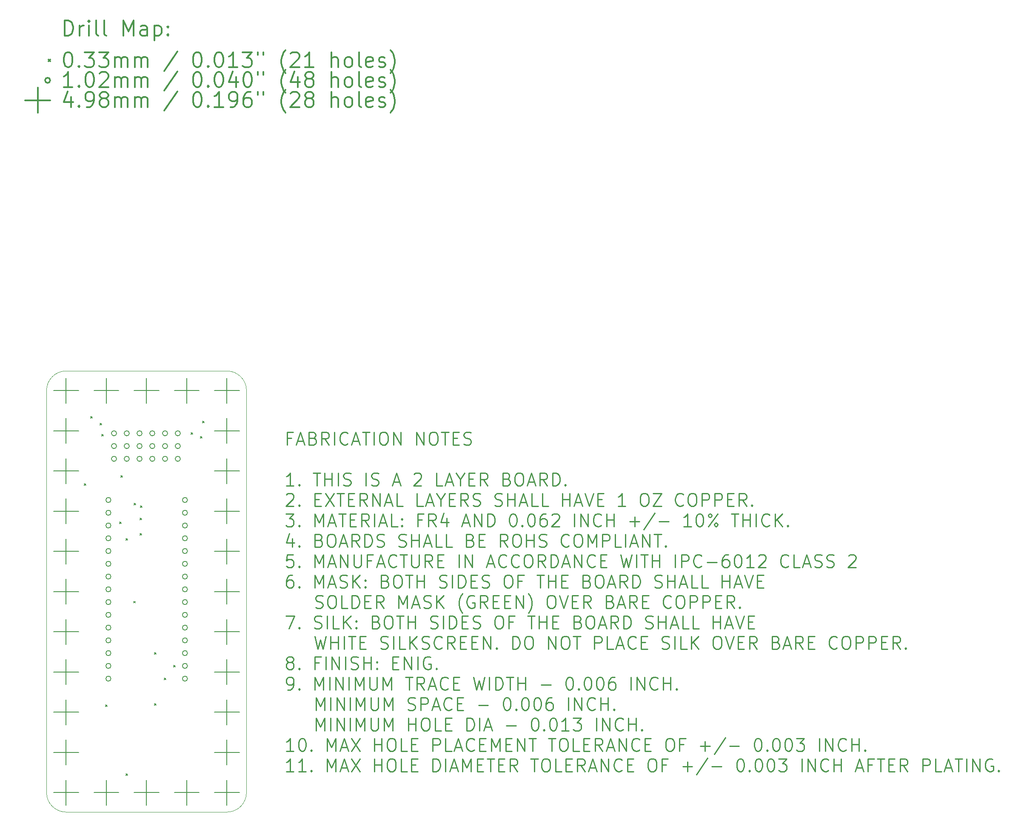
<source format=gbr>
G04 This is an RS-274x file exported by *
G04 gerbv version 2.6.0 *
G04 More information is available about gerbv at *
G04 http://gerbv.gpleda.org/ *
G04 --End of header info--*
%MOIN*%
%FSLAX34Y34*%
%IPPOS*%
G04 --Define apertures--*
%ADD10C,0.0079*%
%ADD11C,0.0118*%
%ADD12C,0.0016*%
%ADD13C,0.0100*%
G04 --Start main section--*
G54D10*
G01X0002685Y-036935D02*
G01X0002815Y-037065D01*
G01X0002815Y-036935D02*
G01X0002685Y-037065D01*
G01X0003185Y-031685D02*
G01X0003315Y-031815D01*
G01X0003315Y-031685D02*
G01X0003185Y-031815D01*
G01X0003902Y-032202D02*
G01X0004032Y-032332D01*
G01X0004032Y-032202D02*
G01X0003902Y-032332D01*
G01X0004042Y-033068D02*
G01X0004172Y-033198D01*
G01X0004172Y-033068D02*
G01X0004042Y-033198D01*
G01X0004335Y-054285D02*
G01X0004465Y-054415D01*
G01X0004465Y-054285D02*
G01X0004335Y-054415D01*
G01X0005435Y-039935D02*
G01X0005565Y-040065D01*
G01X0005565Y-039935D02*
G01X0005435Y-040065D01*
G01X0005536Y-036324D02*
G01X0005666Y-036454D01*
G01X0005666Y-036324D02*
G01X0005536Y-036454D01*
G01X0005935Y-041235D02*
G01X0006065Y-041365D01*
G01X0006065Y-041235D02*
G01X0005935Y-041365D01*
G01X0005935Y-059685D02*
G01X0006065Y-059815D01*
G01X0006065Y-059685D02*
G01X0005935Y-059815D01*
G01X0006535Y-046161D02*
G01X0006665Y-046291D01*
G01X0006665Y-046161D02*
G01X0006535Y-046291D01*
G01X0006577Y-038493D02*
G01X0006707Y-038623D01*
G01X0006707Y-038493D02*
G01X0006577Y-038623D01*
G01X0007035Y-039635D02*
G01X0007165Y-039765D01*
G01X0007165Y-039635D02*
G01X0007035Y-039765D01*
G01X0007035Y-040835D02*
G01X0007165Y-040965D01*
G01X0007165Y-040835D02*
G01X0007035Y-040965D01*
G01X0007085Y-038685D02*
G01X0007215Y-038815D01*
G01X0007215Y-038685D02*
G01X0007085Y-038815D01*
G01X0008185Y-050185D02*
G01X0008315Y-050315D01*
G01X0008315Y-050185D02*
G01X0008185Y-050315D01*
G01X0008185Y-054185D02*
G01X0008315Y-054315D01*
G01X0008315Y-054185D02*
G01X0008185Y-054315D01*
G01X0008935Y-052185D02*
G01X0009065Y-052315D01*
G01X0009065Y-052185D02*
G01X0008935Y-052315D01*
G01X0009685Y-051185D02*
G01X0009815Y-051315D01*
G01X0009815Y-051185D02*
G01X0009685Y-051315D01*
G01X0011043Y-032935D02*
G01X0011173Y-033065D01*
G01X0011173Y-032935D02*
G01X0011043Y-033065D01*
G01X0011785Y-033235D02*
G01X0011915Y-033365D01*
G01X0011915Y-033235D02*
G01X0011785Y-033365D01*
G01X0011935Y-032035D02*
G01X0012065Y-032165D01*
G01X0012065Y-032035D02*
G01X0011935Y-032165D01*
G01X0007200Y-033000D02*
G75*
G03X0007200Y-033000I-000200J0000000D01*
G01X0007200Y-034000D02*
G75*
G03X0007200Y-034000I-000200J0000000D01*
G01X0007200Y-035000D02*
G75*
G03X0007200Y-035000I-000200J0000000D01*
G01X0006200Y-033000D02*
G75*
G03X0006200Y-033000I-000200J0000000D01*
G01X0006200Y-034000D02*
G75*
G03X0006200Y-034000I-000200J0000000D01*
G01X0006200Y-035000D02*
G75*
G03X0006200Y-035000I-000200J0000000D01*
G01X0008200Y-033000D02*
G75*
G03X0008200Y-033000I-000200J0000000D01*
G01X0008200Y-034000D02*
G75*
G03X0008200Y-034000I-000200J0000000D01*
G01X0008200Y-035000D02*
G75*
G03X0008200Y-035000I-000200J0000000D01*
G01X0010200Y-033000D02*
G75*
G03X0010200Y-033000I-000200J0000000D01*
G01X0010200Y-034000D02*
G75*
G03X0010200Y-034000I-000200J0000000D01*
G01X0010200Y-035000D02*
G75*
G03X0010200Y-035000I-000200J0000000D01*
G01X0005200Y-033000D02*
G75*
G03X0005200Y-033000I-000200J0000000D01*
G01X0005200Y-034000D02*
G75*
G03X0005200Y-034000I-000200J0000000D01*
G01X0005200Y-035000D02*
G75*
G03X0005200Y-035000I-000200J0000000D01*
G01X0004760Y-038226D02*
G75*
G03X0004760Y-038226I-000200J0000000D01*
G01X0004760Y-039226D02*
G75*
G03X0004760Y-039226I-000200J0000000D01*
G01X0004760Y-040226D02*
G75*
G03X0004760Y-040226I-000200J0000000D01*
G01X0004760Y-041226D02*
G75*
G03X0004760Y-041226I-000200J0000000D01*
G01X0004760Y-042226D02*
G75*
G03X0004760Y-042226I-000200J0000000D01*
G01X0004760Y-043226D02*
G75*
G03X0004760Y-043226I-000200J0000000D01*
G01X0004760Y-044226D02*
G75*
G03X0004760Y-044226I-000200J0000000D01*
G01X0004760Y-045226D02*
G75*
G03X0004760Y-045226I-000200J0000000D01*
G01X0004760Y-046226D02*
G75*
G03X0004760Y-046226I-000200J0000000D01*
G01X0004760Y-047226D02*
G75*
G03X0004760Y-047226I-000200J0000000D01*
G01X0004760Y-048226D02*
G75*
G03X0004760Y-048226I-000200J0000000D01*
G01X0004760Y-049226D02*
G75*
G03X0004760Y-049226I-000200J0000000D01*
G01X0004760Y-050226D02*
G75*
G03X0004760Y-050226I-000200J0000000D01*
G01X0004760Y-051226D02*
G75*
G03X0004760Y-051226I-000200J0000000D01*
G01X0004760Y-052226D02*
G75*
G03X0004760Y-052226I-000200J0000000D01*
G01X0010760Y-038226D02*
G75*
G03X0010760Y-038226I-000200J0000000D01*
G01X0010760Y-039226D02*
G75*
G03X0010760Y-039226I-000200J0000000D01*
G01X0010760Y-040226D02*
G75*
G03X0010760Y-040226I-000200J0000000D01*
G01X0010760Y-041226D02*
G75*
G03X0010760Y-041226I-000200J0000000D01*
G01X0010760Y-042226D02*
G75*
G03X0010760Y-042226I-000200J0000000D01*
G01X0010760Y-043226D02*
G75*
G03X0010760Y-043226I-000200J0000000D01*
G01X0010760Y-044226D02*
G75*
G03X0010760Y-044226I-000200J0000000D01*
G01X0010760Y-045226D02*
G75*
G03X0010760Y-045226I-000200J0000000D01*
G01X0010760Y-046226D02*
G75*
G03X0010760Y-046226I-000200J0000000D01*
G01X0010760Y-047226D02*
G75*
G03X0010760Y-047226I-000200J0000000D01*
G01X0010760Y-048226D02*
G75*
G03X0010760Y-048226I-000200J0000000D01*
G01X0010760Y-049226D02*
G75*
G03X0010760Y-049226I-000200J0000000D01*
G01X0010760Y-050226D02*
G75*
G03X0010760Y-050226I-000200J0000000D01*
G01X0010760Y-051226D02*
G75*
G03X0010760Y-051226I-000200J0000000D01*
G01X0010760Y-052226D02*
G75*
G03X0010760Y-052226I-000200J0000000D01*
G01X0009200Y-033000D02*
G75*
G03X0009200Y-033000I-000200J0000000D01*
G01X0009200Y-034000D02*
G75*
G03X0009200Y-034000I-000200J0000000D01*
G01X0009200Y-035000D02*
G75*
G03X0009200Y-035000I-000200J0000000D01*
G01X0001250Y-031821D02*
G01X0001250Y-033781D01*
G01X0000270Y-032801D02*
G01X0002230Y-032801D01*
G01X0001250Y-034970D02*
G01X0001250Y-036931D01*
G01X0000270Y-035951D02*
G01X0002230Y-035951D01*
G01X0001250Y-038120D02*
G01X0001250Y-040081D01*
G01X0000270Y-039100D02*
G01X0002230Y-039100D01*
G01X0001250Y-044419D02*
G01X0001250Y-046380D01*
G01X0000270Y-045400D02*
G01X0002230Y-045400D01*
G01X0001250Y-028671D02*
G01X0001250Y-030632D01*
G01X0000270Y-029652D02*
G01X0002231Y-029652D01*
G01X0001250Y-041270D02*
G01X0001250Y-043230D01*
G01X0000270Y-042250D02*
G01X0002231Y-042250D01*
G01X0001250Y-047569D02*
G01X0001250Y-049530D01*
G01X0000270Y-048549D02*
G01X0002231Y-048549D01*
G01X0001250Y-050719D02*
G01X0001250Y-052679D01*
G01X0000270Y-051699D02*
G01X0002231Y-051699D01*
G01X0001250Y-053868D02*
G01X0001250Y-055829D01*
G01X0000270Y-054848D02*
G01X0002231Y-054848D01*
G01X0001250Y-057018D02*
G01X0001250Y-058978D01*
G01X0000270Y-057998D02*
G01X0002231Y-057998D01*
G01X0001250Y-060167D02*
G01X0001250Y-062128D01*
G01X0000270Y-061148D02*
G01X0002231Y-061148D01*
G01X0004400Y-028671D02*
G01X0004400Y-030632D01*
G01X0003419Y-029652D02*
G01X0005380Y-029652D01*
G01X0004400Y-060167D02*
G01X0004400Y-062128D01*
G01X0003419Y-061148D02*
G01X0005380Y-061148D01*
G01X0007549Y-028671D02*
G01X0007549Y-030632D01*
G01X0006569Y-029652D02*
G01X0008530Y-029652D01*
G01X0007549Y-060167D02*
G01X0007549Y-062128D01*
G01X0006569Y-061148D02*
G01X0008530Y-061148D01*
G01X0010699Y-028671D02*
G01X0010699Y-030632D01*
G01X0009719Y-029652D02*
G01X0011679Y-029652D01*
G01X0010699Y-060167D02*
G01X0010699Y-062128D01*
G01X0009719Y-061148D02*
G01X0011679Y-061148D01*
G01X0013848Y-028671D02*
G01X0013848Y-030632D01*
G01X0012868Y-029652D02*
G01X0014829Y-029652D01*
G01X0013848Y-031821D02*
G01X0013848Y-033781D01*
G01X0012868Y-032801D02*
G01X0014829Y-032801D01*
G01X0013848Y-034970D02*
G01X0013848Y-036931D01*
G01X0012868Y-035951D02*
G01X0014829Y-035951D01*
G01X0013848Y-038120D02*
G01X0013848Y-040081D01*
G01X0012868Y-039100D02*
G01X0014829Y-039100D01*
G01X0013848Y-041270D02*
G01X0013848Y-043230D01*
G01X0012868Y-042250D02*
G01X0014829Y-042250D01*
G01X0013848Y-044419D02*
G01X0013848Y-046380D01*
G01X0012868Y-045400D02*
G01X0014829Y-045400D01*
G01X0013848Y-047569D02*
G01X0013848Y-049530D01*
G01X0012868Y-048549D02*
G01X0014829Y-048549D01*
G01X0013848Y-050719D02*
G01X0013848Y-052679D01*
G01X0012868Y-051699D02*
G01X0014829Y-051699D01*
G01X0013848Y-053868D02*
G01X0013848Y-055829D01*
G01X0012868Y-054848D02*
G01X0014829Y-054848D01*
G01X0013848Y-057018D02*
G01X0013848Y-058978D01*
G01X0012868Y-057998D02*
G01X0014829Y-057998D01*
G01X0013848Y-060167D02*
G01X0013848Y-062128D01*
G01X0012868Y-061148D02*
G01X0014829Y-061148D01*
G54D11*
G01X0001128Y-001834D02*
G01X0001128Y-000652D01*
G01X0001128Y-000652D02*
G01X0001409Y-000652D01*
G01X0001409Y-000652D02*
G01X0001578Y-000709D01*
G01X0001578Y-000709D02*
G01X0001690Y-000821D01*
G01X0001690Y-000821D02*
G01X0001746Y-000934D01*
G01X0001746Y-000934D02*
G01X0001803Y-001159D01*
G01X0001803Y-001159D02*
G01X0001803Y-001327D01*
G01X0001803Y-001327D02*
G01X0001746Y-001552D01*
G01X0001746Y-001552D02*
G01X0001690Y-001665D01*
G01X0001690Y-001665D02*
G01X0001578Y-001777D01*
G01X0001578Y-001777D02*
G01X0001409Y-001834D01*
G01X0001409Y-001834D02*
G01X0001128Y-001834D01*
G01X0002309Y-001834D02*
G01X0002309Y-001046D01*
G01X0002309Y-001271D02*
G01X0002365Y-001159D01*
G01X0002365Y-001159D02*
G01X0002421Y-001102D01*
G01X0002421Y-001102D02*
G01X0002534Y-001046D01*
G01X0002534Y-001046D02*
G01X0002646Y-001046D01*
G01X0003040Y-001834D02*
G01X0003040Y-001046D01*
G01X0003040Y-000652D02*
G01X0002984Y-000709D01*
G01X0002984Y-000709D02*
G01X0003040Y-000765D01*
G01X0003040Y-000765D02*
G01X0003096Y-000709D01*
G01X0003096Y-000709D02*
G01X0003040Y-000652D01*
G01X0003040Y-000652D02*
G01X0003040Y-000765D01*
G01X0003771Y-001834D02*
G01X0003659Y-001777D01*
G01X0003659Y-001777D02*
G01X0003602Y-001665D01*
G01X0003602Y-001665D02*
G01X0003602Y-000652D01*
G01X0004390Y-001834D02*
G01X0004277Y-001777D01*
G01X0004277Y-001777D02*
G01X0004221Y-001665D01*
G01X0004221Y-001665D02*
G01X0004221Y-000652D01*
G01X0005740Y-001834D02*
G01X0005740Y-000652D01*
G01X0005740Y-000652D02*
G01X0006133Y-001496D01*
G01X0006133Y-001496D02*
G01X0006527Y-000652D01*
G01X0006527Y-000652D02*
G01X0006527Y-001834D01*
G01X0007596Y-001834D02*
G01X0007596Y-001215D01*
G01X0007596Y-001215D02*
G01X0007539Y-001102D01*
G01X0007539Y-001102D02*
G01X0007427Y-001046D01*
G01X0007427Y-001046D02*
G01X0007202Y-001046D01*
G01X0007202Y-001046D02*
G01X0007089Y-001102D01*
G01X0007596Y-001777D02*
G01X0007483Y-001834D01*
G01X0007483Y-001834D02*
G01X0007202Y-001834D01*
G01X0007202Y-001834D02*
G01X0007089Y-001777D01*
G01X0007089Y-001777D02*
G01X0007033Y-001665D01*
G01X0007033Y-001665D02*
G01X0007033Y-001552D01*
G01X0007033Y-001552D02*
G01X0007089Y-001440D01*
G01X0007089Y-001440D02*
G01X0007202Y-001384D01*
G01X0007202Y-001384D02*
G01X0007483Y-001384D01*
G01X0007483Y-001384D02*
G01X0007596Y-001327D01*
G01X0008158Y-001046D02*
G01X0008158Y-002227D01*
G01X0008158Y-001102D02*
G01X0008271Y-001046D01*
G01X0008271Y-001046D02*
G01X0008496Y-001046D01*
G01X0008496Y-001046D02*
G01X0008608Y-001102D01*
G01X0008608Y-001102D02*
G01X0008664Y-001159D01*
G01X0008664Y-001159D02*
G01X0008720Y-001271D01*
G01X0008720Y-001271D02*
G01X0008720Y-001609D01*
G01X0008720Y-001609D02*
G01X0008664Y-001721D01*
G01X0008664Y-001721D02*
G01X0008608Y-001777D01*
G01X0008608Y-001777D02*
G01X0008496Y-001834D01*
G01X0008496Y-001834D02*
G01X0008271Y-001834D01*
G01X0008271Y-001834D02*
G01X0008158Y-001777D01*
G01X0009227Y-001721D02*
G01X0009283Y-001777D01*
G01X0009283Y-001777D02*
G01X0009227Y-001834D01*
G01X0009227Y-001834D02*
G01X0009170Y-001777D01*
G01X0009170Y-001777D02*
G01X0009227Y-001721D01*
G01X0009227Y-001721D02*
G01X0009227Y-001834D01*
G01X0009227Y-001102D02*
G01X0009283Y-001159D01*
G01X0009283Y-001159D02*
G01X0009227Y-001215D01*
G01X0009227Y-001215D02*
G01X0009170Y-001159D01*
G01X0009170Y-001159D02*
G01X0009227Y-001102D01*
G01X0009227Y-001102D02*
G01X0009227Y-001215D01*
G01X-000130Y-003715D02*
G01X0000000Y-003845D01*
G01X0000000Y-003715D02*
G01X-000130Y-003845D01*
G01X0001353Y-003133D02*
G01X0001465Y-003133D01*
G01X0001465Y-003133D02*
G01X0001578Y-003189D01*
G01X0001578Y-003189D02*
G01X0001634Y-003245D01*
G01X0001634Y-003245D02*
G01X0001690Y-003358D01*
G01X0001690Y-003358D02*
G01X0001746Y-003583D01*
G01X0001746Y-003583D02*
G01X0001746Y-003864D01*
G01X0001746Y-003864D02*
G01X0001690Y-004089D01*
G01X0001690Y-004089D02*
G01X0001634Y-004201D01*
G01X0001634Y-004201D02*
G01X0001578Y-004258D01*
G01X0001578Y-004258D02*
G01X0001465Y-004314D01*
G01X0001465Y-004314D02*
G01X0001353Y-004314D01*
G01X0001353Y-004314D02*
G01X0001240Y-004258D01*
G01X0001240Y-004258D02*
G01X0001184Y-004201D01*
G01X0001184Y-004201D02*
G01X0001128Y-004089D01*
G01X0001128Y-004089D02*
G01X0001071Y-003864D01*
G01X0001071Y-003864D02*
G01X0001071Y-003583D01*
G01X0001071Y-003583D02*
G01X0001128Y-003358D01*
G01X0001128Y-003358D02*
G01X0001184Y-003245D01*
G01X0001184Y-003245D02*
G01X0001240Y-003189D01*
G01X0001240Y-003189D02*
G01X0001353Y-003133D01*
G01X0002253Y-004201D02*
G01X0002309Y-004258D01*
G01X0002309Y-004258D02*
G01X0002253Y-004314D01*
G01X0002253Y-004314D02*
G01X0002196Y-004258D01*
G01X0002196Y-004258D02*
G01X0002253Y-004201D01*
G01X0002253Y-004201D02*
G01X0002253Y-004314D01*
G01X0002702Y-003133D02*
G01X0003434Y-003133D01*
G01X0003434Y-003133D02*
G01X0003040Y-003583D01*
G01X0003040Y-003583D02*
G01X0003209Y-003583D01*
G01X0003209Y-003583D02*
G01X0003321Y-003639D01*
G01X0003321Y-003639D02*
G01X0003377Y-003695D01*
G01X0003377Y-003695D02*
G01X0003434Y-003808D01*
G01X0003434Y-003808D02*
G01X0003434Y-004089D01*
G01X0003434Y-004089D02*
G01X0003377Y-004201D01*
G01X0003377Y-004201D02*
G01X0003321Y-004258D01*
G01X0003321Y-004258D02*
G01X0003209Y-004314D01*
G01X0003209Y-004314D02*
G01X0002871Y-004314D01*
G01X0002871Y-004314D02*
G01X0002759Y-004258D01*
G01X0002759Y-004258D02*
G01X0002702Y-004201D01*
G01X0003827Y-003133D02*
G01X0004558Y-003133D01*
G01X0004558Y-003133D02*
G01X0004165Y-003583D01*
G01X0004165Y-003583D02*
G01X0004334Y-003583D01*
G01X0004334Y-003583D02*
G01X0004446Y-003639D01*
G01X0004446Y-003639D02*
G01X0004502Y-003695D01*
G01X0004502Y-003695D02*
G01X0004558Y-003808D01*
G01X0004558Y-003808D02*
G01X0004558Y-004089D01*
G01X0004558Y-004089D02*
G01X0004502Y-004201D01*
G01X0004502Y-004201D02*
G01X0004446Y-004258D01*
G01X0004446Y-004258D02*
G01X0004334Y-004314D01*
G01X0004334Y-004314D02*
G01X0003996Y-004314D01*
G01X0003996Y-004314D02*
G01X0003884Y-004258D01*
G01X0003884Y-004258D02*
G01X0003827Y-004201D01*
G01X0005065Y-004314D02*
G01X0005065Y-003526D01*
G01X0005065Y-003639D02*
G01X0005121Y-003583D01*
G01X0005121Y-003583D02*
G01X0005233Y-003526D01*
G01X0005233Y-003526D02*
G01X0005402Y-003526D01*
G01X0005402Y-003526D02*
G01X0005515Y-003583D01*
G01X0005515Y-003583D02*
G01X0005571Y-003695D01*
G01X0005571Y-003695D02*
G01X0005571Y-004314D01*
G01X0005571Y-003695D02*
G01X0005627Y-003583D01*
G01X0005627Y-003583D02*
G01X0005740Y-003526D01*
G01X0005740Y-003526D02*
G01X0005908Y-003526D01*
G01X0005908Y-003526D02*
G01X0006021Y-003583D01*
G01X0006021Y-003583D02*
G01X0006077Y-003695D01*
G01X0006077Y-003695D02*
G01X0006077Y-004314D01*
G01X0006639Y-004314D02*
G01X0006639Y-003526D01*
G01X0006639Y-003639D02*
G01X0006696Y-003583D01*
G01X0006696Y-003583D02*
G01X0006808Y-003526D01*
G01X0006808Y-003526D02*
G01X0006977Y-003526D01*
G01X0006977Y-003526D02*
G01X0007089Y-003583D01*
G01X0007089Y-003583D02*
G01X0007146Y-003695D01*
G01X0007146Y-003695D02*
G01X0007146Y-004314D01*
G01X0007146Y-003695D02*
G01X0007202Y-003583D01*
G01X0007202Y-003583D02*
G01X0007314Y-003526D01*
G01X0007314Y-003526D02*
G01X0007483Y-003526D01*
G01X0007483Y-003526D02*
G01X0007596Y-003583D01*
G01X0007596Y-003583D02*
G01X0007652Y-003695D01*
G01X0007652Y-003695D02*
G01X0007652Y-004314D01*
G01X0009958Y-003076D02*
G01X0008945Y-004595D01*
G01X0011476Y-003133D02*
G01X0011589Y-003133D01*
G01X0011589Y-003133D02*
G01X0011701Y-003189D01*
G01X0011701Y-003189D02*
G01X0011758Y-003245D01*
G01X0011758Y-003245D02*
G01X0011814Y-003358D01*
G01X0011814Y-003358D02*
G01X0011870Y-003583D01*
G01X0011870Y-003583D02*
G01X0011870Y-003864D01*
G01X0011870Y-003864D02*
G01X0011814Y-004089D01*
G01X0011814Y-004089D02*
G01X0011758Y-004201D01*
G01X0011758Y-004201D02*
G01X0011701Y-004258D01*
G01X0011701Y-004258D02*
G01X0011589Y-004314D01*
G01X0011589Y-004314D02*
G01X0011476Y-004314D01*
G01X0011476Y-004314D02*
G01X0011364Y-004258D01*
G01X0011364Y-004258D02*
G01X0011308Y-004201D01*
G01X0011308Y-004201D02*
G01X0011251Y-004089D01*
G01X0011251Y-004089D02*
G01X0011195Y-003864D01*
G01X0011195Y-003864D02*
G01X0011195Y-003583D01*
G01X0011195Y-003583D02*
G01X0011251Y-003358D01*
G01X0011251Y-003358D02*
G01X0011308Y-003245D01*
G01X0011308Y-003245D02*
G01X0011364Y-003189D01*
G01X0011364Y-003189D02*
G01X0011476Y-003133D01*
G01X0012376Y-004201D02*
G01X0012433Y-004258D01*
G01X0012433Y-004258D02*
G01X0012376Y-004314D01*
G01X0012376Y-004314D02*
G01X0012320Y-004258D01*
G01X0012320Y-004258D02*
G01X0012376Y-004201D01*
G01X0012376Y-004201D02*
G01X0012376Y-004314D01*
G01X0013164Y-003133D02*
G01X0013276Y-003133D01*
G01X0013276Y-003133D02*
G01X0013389Y-003189D01*
G01X0013389Y-003189D02*
G01X0013445Y-003245D01*
G01X0013445Y-003245D02*
G01X0013501Y-003358D01*
G01X0013501Y-003358D02*
G01X0013557Y-003583D01*
G01X0013557Y-003583D02*
G01X0013557Y-003864D01*
G01X0013557Y-003864D02*
G01X0013501Y-004089D01*
G01X0013501Y-004089D02*
G01X0013445Y-004201D01*
G01X0013445Y-004201D02*
G01X0013389Y-004258D01*
G01X0013389Y-004258D02*
G01X0013276Y-004314D01*
G01X0013276Y-004314D02*
G01X0013164Y-004314D01*
G01X0013164Y-004314D02*
G01X0013051Y-004258D01*
G01X0013051Y-004258D02*
G01X0012995Y-004201D01*
G01X0012995Y-004201D02*
G01X0012939Y-004089D01*
G01X0012939Y-004089D02*
G01X0012882Y-003864D01*
G01X0012882Y-003864D02*
G01X0012882Y-003583D01*
G01X0012882Y-003583D02*
G01X0012939Y-003358D01*
G01X0012939Y-003358D02*
G01X0012995Y-003245D01*
G01X0012995Y-003245D02*
G01X0013051Y-003189D01*
G01X0013051Y-003189D02*
G01X0013164Y-003133D01*
G01X0014682Y-004314D02*
G01X0014007Y-004314D01*
G01X0014345Y-004314D02*
G01X0014345Y-003133D01*
G01X0014345Y-003133D02*
G01X0014232Y-003301D01*
G01X0014232Y-003301D02*
G01X0014120Y-003414D01*
G01X0014120Y-003414D02*
G01X0014007Y-003470D01*
G01X0015076Y-003133D02*
G01X0015807Y-003133D01*
G01X0015807Y-003133D02*
G01X0015413Y-003583D01*
G01X0015413Y-003583D02*
G01X0015582Y-003583D01*
G01X0015582Y-003583D02*
G01X0015695Y-003639D01*
G01X0015695Y-003639D02*
G01X0015751Y-003695D01*
G01X0015751Y-003695D02*
G01X0015807Y-003808D01*
G01X0015807Y-003808D02*
G01X0015807Y-004089D01*
G01X0015807Y-004089D02*
G01X0015751Y-004201D01*
G01X0015751Y-004201D02*
G01X0015695Y-004258D01*
G01X0015695Y-004258D02*
G01X0015582Y-004314D01*
G01X0015582Y-004314D02*
G01X0015245Y-004314D01*
G01X0015245Y-004314D02*
G01X0015132Y-004258D01*
G01X0015132Y-004258D02*
G01X0015076Y-004201D01*
G01X0016257Y-003133D02*
G01X0016257Y-003358D01*
G01X0016707Y-003133D02*
G01X0016707Y-003358D01*
G01X0018451Y-004764D02*
G01X0018394Y-004708D01*
G01X0018394Y-004708D02*
G01X0018282Y-004539D01*
G01X0018282Y-004539D02*
G01X0018226Y-004426D01*
G01X0018226Y-004426D02*
G01X0018169Y-004258D01*
G01X0018169Y-004258D02*
G01X0018113Y-003976D01*
G01X0018113Y-003976D02*
G01X0018113Y-003751D01*
G01X0018113Y-003751D02*
G01X0018169Y-003470D01*
G01X0018169Y-003470D02*
G01X0018226Y-003301D01*
G01X0018226Y-003301D02*
G01X0018282Y-003189D01*
G01X0018282Y-003189D02*
G01X0018394Y-003020D01*
G01X0018394Y-003020D02*
G01X0018451Y-002964D01*
G01X0018844Y-003245D02*
G01X0018900Y-003189D01*
G01X0018900Y-003189D02*
G01X0019013Y-003133D01*
G01X0019013Y-003133D02*
G01X0019294Y-003133D01*
G01X0019294Y-003133D02*
G01X0019407Y-003189D01*
G01X0019407Y-003189D02*
G01X0019463Y-003245D01*
G01X0019463Y-003245D02*
G01X0019519Y-003358D01*
G01X0019519Y-003358D02*
G01X0019519Y-003470D01*
G01X0019519Y-003470D02*
G01X0019463Y-003639D01*
G01X0019463Y-003639D02*
G01X0018788Y-004314D01*
G01X0018788Y-004314D02*
G01X0019519Y-004314D01*
G01X0020644Y-004314D02*
G01X0019969Y-004314D01*
G01X0020307Y-004314D02*
G01X0020307Y-003133D01*
G01X0020307Y-003133D02*
G01X0020194Y-003301D01*
G01X0020194Y-003301D02*
G01X0020082Y-003414D01*
G01X0020082Y-003414D02*
G01X0019969Y-003470D01*
G01X0022050Y-004314D02*
G01X0022050Y-003133D01*
G01X0022556Y-004314D02*
G01X0022556Y-003695D01*
G01X0022556Y-003695D02*
G01X0022500Y-003583D01*
G01X0022500Y-003583D02*
G01X0022388Y-003526D01*
G01X0022388Y-003526D02*
G01X0022219Y-003526D01*
G01X0022219Y-003526D02*
G01X0022106Y-003583D01*
G01X0022106Y-003583D02*
G01X0022050Y-003639D01*
G01X0023287Y-004314D02*
G01X0023175Y-004258D01*
G01X0023175Y-004258D02*
G01X0023119Y-004201D01*
G01X0023119Y-004201D02*
G01X0023062Y-004089D01*
G01X0023062Y-004089D02*
G01X0023062Y-003751D01*
G01X0023062Y-003751D02*
G01X0023119Y-003639D01*
G01X0023119Y-003639D02*
G01X0023175Y-003583D01*
G01X0023175Y-003583D02*
G01X0023287Y-003526D01*
G01X0023287Y-003526D02*
G01X0023456Y-003526D01*
G01X0023456Y-003526D02*
G01X0023569Y-003583D01*
G01X0023569Y-003583D02*
G01X0023625Y-003639D01*
G01X0023625Y-003639D02*
G01X0023681Y-003751D01*
G01X0023681Y-003751D02*
G01X0023681Y-004089D01*
G01X0023681Y-004089D02*
G01X0023625Y-004201D01*
G01X0023625Y-004201D02*
G01X0023569Y-004258D01*
G01X0023569Y-004258D02*
G01X0023456Y-004314D01*
G01X0023456Y-004314D02*
G01X0023287Y-004314D01*
G01X0024356Y-004314D02*
G01X0024244Y-004258D01*
G01X0024244Y-004258D02*
G01X0024187Y-004145D01*
G01X0024187Y-004145D02*
G01X0024187Y-003133D01*
G01X0025256Y-004258D02*
G01X0025143Y-004314D01*
G01X0025143Y-004314D02*
G01X0024918Y-004314D01*
G01X0024918Y-004314D02*
G01X0024806Y-004258D01*
G01X0024806Y-004258D02*
G01X0024750Y-004145D01*
G01X0024750Y-004145D02*
G01X0024750Y-003695D01*
G01X0024750Y-003695D02*
G01X0024806Y-003583D01*
G01X0024806Y-003583D02*
G01X0024918Y-003526D01*
G01X0024918Y-003526D02*
G01X0025143Y-003526D01*
G01X0025143Y-003526D02*
G01X0025256Y-003583D01*
G01X0025256Y-003583D02*
G01X0025312Y-003695D01*
G01X0025312Y-003695D02*
G01X0025312Y-003808D01*
G01X0025312Y-003808D02*
G01X0024750Y-003920D01*
G01X0025762Y-004258D02*
G01X0025875Y-004314D01*
G01X0025875Y-004314D02*
G01X0026100Y-004314D01*
G01X0026100Y-004314D02*
G01X0026212Y-004258D01*
G01X0026212Y-004258D02*
G01X0026268Y-004145D01*
G01X0026268Y-004145D02*
G01X0026268Y-004089D01*
G01X0026268Y-004089D02*
G01X0026212Y-003976D01*
G01X0026212Y-003976D02*
G01X0026100Y-003920D01*
G01X0026100Y-003920D02*
G01X0025931Y-003920D01*
G01X0025931Y-003920D02*
G01X0025818Y-003864D01*
G01X0025818Y-003864D02*
G01X0025762Y-003751D01*
G01X0025762Y-003751D02*
G01X0025762Y-003695D01*
G01X0025762Y-003695D02*
G01X0025818Y-003583D01*
G01X0025818Y-003583D02*
G01X0025931Y-003526D01*
G01X0025931Y-003526D02*
G01X0026100Y-003526D01*
G01X0026100Y-003526D02*
G01X0026212Y-003583D01*
G01X0026662Y-004764D02*
G01X0026718Y-004708D01*
G01X0026718Y-004708D02*
G01X0026831Y-004539D01*
G01X0026831Y-004539D02*
G01X0026887Y-004426D01*
G01X0026887Y-004426D02*
G01X0026943Y-004258D01*
G01X0026943Y-004258D02*
G01X0026999Y-003976D01*
G01X0026999Y-003976D02*
G01X0026999Y-003751D01*
G01X0026999Y-003751D02*
G01X0026943Y-003470D01*
G01X0026943Y-003470D02*
G01X0026887Y-003301D01*
G01X0026887Y-003301D02*
G01X0026831Y-003189D01*
G01X0026831Y-003189D02*
G01X0026718Y-003020D01*
G01X0026718Y-003020D02*
G01X0026662Y-002964D01*
G01X0000000Y-005339D02*
G75*
G03X0000000Y-005339I-000200J0000000D01*
G01X0001746Y-005873D02*
G01X0001071Y-005873D01*
G01X0001409Y-005873D02*
G01X0001409Y-004692D01*
G01X0001409Y-004692D02*
G01X0001296Y-004861D01*
G01X0001296Y-004861D02*
G01X0001184Y-004973D01*
G01X0001184Y-004973D02*
G01X0001071Y-005029D01*
G01X0002253Y-005760D02*
G01X0002309Y-005817D01*
G01X0002309Y-005817D02*
G01X0002253Y-005873D01*
G01X0002253Y-005873D02*
G01X0002196Y-005817D01*
G01X0002196Y-005817D02*
G01X0002253Y-005760D01*
G01X0002253Y-005760D02*
G01X0002253Y-005873D01*
G01X0003040Y-004692D02*
G01X0003152Y-004692D01*
G01X0003152Y-004692D02*
G01X0003265Y-004748D01*
G01X0003265Y-004748D02*
G01X0003321Y-004804D01*
G01X0003321Y-004804D02*
G01X0003377Y-004917D01*
G01X0003377Y-004917D02*
G01X0003434Y-005142D01*
G01X0003434Y-005142D02*
G01X0003434Y-005423D01*
G01X0003434Y-005423D02*
G01X0003377Y-005648D01*
G01X0003377Y-005648D02*
G01X0003321Y-005760D01*
G01X0003321Y-005760D02*
G01X0003265Y-005817D01*
G01X0003265Y-005817D02*
G01X0003152Y-005873D01*
G01X0003152Y-005873D02*
G01X0003040Y-005873D01*
G01X0003040Y-005873D02*
G01X0002927Y-005817D01*
G01X0002927Y-005817D02*
G01X0002871Y-005760D01*
G01X0002871Y-005760D02*
G01X0002815Y-005648D01*
G01X0002815Y-005648D02*
G01X0002759Y-005423D01*
G01X0002759Y-005423D02*
G01X0002759Y-005142D01*
G01X0002759Y-005142D02*
G01X0002815Y-004917D01*
G01X0002815Y-004917D02*
G01X0002871Y-004804D01*
G01X0002871Y-004804D02*
G01X0002927Y-004748D01*
G01X0002927Y-004748D02*
G01X0003040Y-004692D01*
G01X0003884Y-004804D02*
G01X0003940Y-004748D01*
G01X0003940Y-004748D02*
G01X0004052Y-004692D01*
G01X0004052Y-004692D02*
G01X0004334Y-004692D01*
G01X0004334Y-004692D02*
G01X0004446Y-004748D01*
G01X0004446Y-004748D02*
G01X0004502Y-004804D01*
G01X0004502Y-004804D02*
G01X0004558Y-004917D01*
G01X0004558Y-004917D02*
G01X0004558Y-005029D01*
G01X0004558Y-005029D02*
G01X0004502Y-005198D01*
G01X0004502Y-005198D02*
G01X0003827Y-005873D01*
G01X0003827Y-005873D02*
G01X0004558Y-005873D01*
G01X0005065Y-005873D02*
G01X0005065Y-005085D01*
G01X0005065Y-005198D02*
G01X0005121Y-005142D01*
G01X0005121Y-005142D02*
G01X0005233Y-005085D01*
G01X0005233Y-005085D02*
G01X0005402Y-005085D01*
G01X0005402Y-005085D02*
G01X0005515Y-005142D01*
G01X0005515Y-005142D02*
G01X0005571Y-005254D01*
G01X0005571Y-005254D02*
G01X0005571Y-005873D01*
G01X0005571Y-005254D02*
G01X0005627Y-005142D01*
G01X0005627Y-005142D02*
G01X0005740Y-005085D01*
G01X0005740Y-005085D02*
G01X0005908Y-005085D01*
G01X0005908Y-005085D02*
G01X0006021Y-005142D01*
G01X0006021Y-005142D02*
G01X0006077Y-005254D01*
G01X0006077Y-005254D02*
G01X0006077Y-005873D01*
G01X0006639Y-005873D02*
G01X0006639Y-005085D01*
G01X0006639Y-005198D02*
G01X0006696Y-005142D01*
G01X0006696Y-005142D02*
G01X0006808Y-005085D01*
G01X0006808Y-005085D02*
G01X0006977Y-005085D01*
G01X0006977Y-005085D02*
G01X0007089Y-005142D01*
G01X0007089Y-005142D02*
G01X0007146Y-005254D01*
G01X0007146Y-005254D02*
G01X0007146Y-005873D01*
G01X0007146Y-005254D02*
G01X0007202Y-005142D01*
G01X0007202Y-005142D02*
G01X0007314Y-005085D01*
G01X0007314Y-005085D02*
G01X0007483Y-005085D01*
G01X0007483Y-005085D02*
G01X0007596Y-005142D01*
G01X0007596Y-005142D02*
G01X0007652Y-005254D01*
G01X0007652Y-005254D02*
G01X0007652Y-005873D01*
G01X0009958Y-004636D02*
G01X0008945Y-006154D01*
G01X0011476Y-004692D02*
G01X0011589Y-004692D01*
G01X0011589Y-004692D02*
G01X0011701Y-004748D01*
G01X0011701Y-004748D02*
G01X0011758Y-004804D01*
G01X0011758Y-004804D02*
G01X0011814Y-004917D01*
G01X0011814Y-004917D02*
G01X0011870Y-005142D01*
G01X0011870Y-005142D02*
G01X0011870Y-005423D01*
G01X0011870Y-005423D02*
G01X0011814Y-005648D01*
G01X0011814Y-005648D02*
G01X0011758Y-005760D01*
G01X0011758Y-005760D02*
G01X0011701Y-005817D01*
G01X0011701Y-005817D02*
G01X0011589Y-005873D01*
G01X0011589Y-005873D02*
G01X0011476Y-005873D01*
G01X0011476Y-005873D02*
G01X0011364Y-005817D01*
G01X0011364Y-005817D02*
G01X0011308Y-005760D01*
G01X0011308Y-005760D02*
G01X0011251Y-005648D01*
G01X0011251Y-005648D02*
G01X0011195Y-005423D01*
G01X0011195Y-005423D02*
G01X0011195Y-005142D01*
G01X0011195Y-005142D02*
G01X0011251Y-004917D01*
G01X0011251Y-004917D02*
G01X0011308Y-004804D01*
G01X0011308Y-004804D02*
G01X0011364Y-004748D01*
G01X0011364Y-004748D02*
G01X0011476Y-004692D01*
G01X0012376Y-005760D02*
G01X0012433Y-005817D01*
G01X0012433Y-005817D02*
G01X0012376Y-005873D01*
G01X0012376Y-005873D02*
G01X0012320Y-005817D01*
G01X0012320Y-005817D02*
G01X0012376Y-005760D01*
G01X0012376Y-005760D02*
G01X0012376Y-005873D01*
G01X0013164Y-004692D02*
G01X0013276Y-004692D01*
G01X0013276Y-004692D02*
G01X0013389Y-004748D01*
G01X0013389Y-004748D02*
G01X0013445Y-004804D01*
G01X0013445Y-004804D02*
G01X0013501Y-004917D01*
G01X0013501Y-004917D02*
G01X0013557Y-005142D01*
G01X0013557Y-005142D02*
G01X0013557Y-005423D01*
G01X0013557Y-005423D02*
G01X0013501Y-005648D01*
G01X0013501Y-005648D02*
G01X0013445Y-005760D01*
G01X0013445Y-005760D02*
G01X0013389Y-005817D01*
G01X0013389Y-005817D02*
G01X0013276Y-005873D01*
G01X0013276Y-005873D02*
G01X0013164Y-005873D01*
G01X0013164Y-005873D02*
G01X0013051Y-005817D01*
G01X0013051Y-005817D02*
G01X0012995Y-005760D01*
G01X0012995Y-005760D02*
G01X0012939Y-005648D01*
G01X0012939Y-005648D02*
G01X0012882Y-005423D01*
G01X0012882Y-005423D02*
G01X0012882Y-005142D01*
G01X0012882Y-005142D02*
G01X0012939Y-004917D01*
G01X0012939Y-004917D02*
G01X0012995Y-004804D01*
G01X0012995Y-004804D02*
G01X0013051Y-004748D01*
G01X0013051Y-004748D02*
G01X0013164Y-004692D01*
G01X0014570Y-005085D02*
G01X0014570Y-005873D01*
G01X0014289Y-004636D02*
G01X0014007Y-005479D01*
G01X0014007Y-005479D02*
G01X0014738Y-005479D01*
G01X0015413Y-004692D02*
G01X0015526Y-004692D01*
G01X0015526Y-004692D02*
G01X0015638Y-004748D01*
G01X0015638Y-004748D02*
G01X0015695Y-004804D01*
G01X0015695Y-004804D02*
G01X0015751Y-004917D01*
G01X0015751Y-004917D02*
G01X0015807Y-005142D01*
G01X0015807Y-005142D02*
G01X0015807Y-005423D01*
G01X0015807Y-005423D02*
G01X0015751Y-005648D01*
G01X0015751Y-005648D02*
G01X0015695Y-005760D01*
G01X0015695Y-005760D02*
G01X0015638Y-005817D01*
G01X0015638Y-005817D02*
G01X0015526Y-005873D01*
G01X0015526Y-005873D02*
G01X0015413Y-005873D01*
G01X0015413Y-005873D02*
G01X0015301Y-005817D01*
G01X0015301Y-005817D02*
G01X0015245Y-005760D01*
G01X0015245Y-005760D02*
G01X0015188Y-005648D01*
G01X0015188Y-005648D02*
G01X0015132Y-005423D01*
G01X0015132Y-005423D02*
G01X0015132Y-005142D01*
G01X0015132Y-005142D02*
G01X0015188Y-004917D01*
G01X0015188Y-004917D02*
G01X0015245Y-004804D01*
G01X0015245Y-004804D02*
G01X0015301Y-004748D01*
G01X0015301Y-004748D02*
G01X0015413Y-004692D01*
G01X0016257Y-004692D02*
G01X0016257Y-004917D01*
G01X0016707Y-004692D02*
G01X0016707Y-004917D01*
G01X0018451Y-006323D02*
G01X0018394Y-006267D01*
G01X0018394Y-006267D02*
G01X0018282Y-006098D01*
G01X0018282Y-006098D02*
G01X0018226Y-005985D01*
G01X0018226Y-005985D02*
G01X0018169Y-005817D01*
G01X0018169Y-005817D02*
G01X0018113Y-005535D01*
G01X0018113Y-005535D02*
G01X0018113Y-005310D01*
G01X0018113Y-005310D02*
G01X0018169Y-005029D01*
G01X0018169Y-005029D02*
G01X0018226Y-004861D01*
G01X0018226Y-004861D02*
G01X0018282Y-004748D01*
G01X0018282Y-004748D02*
G01X0018394Y-004579D01*
G01X0018394Y-004579D02*
G01X0018451Y-004523D01*
G01X0019407Y-005085D02*
G01X0019407Y-005873D01*
G01X0019125Y-004636D02*
G01X0018844Y-005479D01*
G01X0018844Y-005479D02*
G01X0019575Y-005479D01*
G01X0020194Y-005198D02*
G01X0020082Y-005142D01*
G01X0020082Y-005142D02*
G01X0020025Y-005085D01*
G01X0020025Y-005085D02*
G01X0019969Y-004973D01*
G01X0019969Y-004973D02*
G01X0019969Y-004917D01*
G01X0019969Y-004917D02*
G01X0020025Y-004804D01*
G01X0020025Y-004804D02*
G01X0020082Y-004748D01*
G01X0020082Y-004748D02*
G01X0020194Y-004692D01*
G01X0020194Y-004692D02*
G01X0020419Y-004692D01*
G01X0020419Y-004692D02*
G01X0020531Y-004748D01*
G01X0020531Y-004748D02*
G01X0020588Y-004804D01*
G01X0020588Y-004804D02*
G01X0020644Y-004917D01*
G01X0020644Y-004917D02*
G01X0020644Y-004973D01*
G01X0020644Y-004973D02*
G01X0020588Y-005085D01*
G01X0020588Y-005085D02*
G01X0020531Y-005142D01*
G01X0020531Y-005142D02*
G01X0020419Y-005198D01*
G01X0020419Y-005198D02*
G01X0020194Y-005198D01*
G01X0020194Y-005198D02*
G01X0020082Y-005254D01*
G01X0020082Y-005254D02*
G01X0020025Y-005310D01*
G01X0020025Y-005310D02*
G01X0019969Y-005423D01*
G01X0019969Y-005423D02*
G01X0019969Y-005648D01*
G01X0019969Y-005648D02*
G01X0020025Y-005760D01*
G01X0020025Y-005760D02*
G01X0020082Y-005817D01*
G01X0020082Y-005817D02*
G01X0020194Y-005873D01*
G01X0020194Y-005873D02*
G01X0020419Y-005873D01*
G01X0020419Y-005873D02*
G01X0020531Y-005817D01*
G01X0020531Y-005817D02*
G01X0020588Y-005760D01*
G01X0020588Y-005760D02*
G01X0020644Y-005648D01*
G01X0020644Y-005648D02*
G01X0020644Y-005423D01*
G01X0020644Y-005423D02*
G01X0020588Y-005310D01*
G01X0020588Y-005310D02*
G01X0020531Y-005254D01*
G01X0020531Y-005254D02*
G01X0020419Y-005198D01*
G01X0022050Y-005873D02*
G01X0022050Y-004692D01*
G01X0022556Y-005873D02*
G01X0022556Y-005254D01*
G01X0022556Y-005254D02*
G01X0022500Y-005142D01*
G01X0022500Y-005142D02*
G01X0022388Y-005085D01*
G01X0022388Y-005085D02*
G01X0022219Y-005085D01*
G01X0022219Y-005085D02*
G01X0022106Y-005142D01*
G01X0022106Y-005142D02*
G01X0022050Y-005198D01*
G01X0023287Y-005873D02*
G01X0023175Y-005817D01*
G01X0023175Y-005817D02*
G01X0023119Y-005760D01*
G01X0023119Y-005760D02*
G01X0023062Y-005648D01*
G01X0023062Y-005648D02*
G01X0023062Y-005310D01*
G01X0023062Y-005310D02*
G01X0023119Y-005198D01*
G01X0023119Y-005198D02*
G01X0023175Y-005142D01*
G01X0023175Y-005142D02*
G01X0023287Y-005085D01*
G01X0023287Y-005085D02*
G01X0023456Y-005085D01*
G01X0023456Y-005085D02*
G01X0023569Y-005142D01*
G01X0023569Y-005142D02*
G01X0023625Y-005198D01*
G01X0023625Y-005198D02*
G01X0023681Y-005310D01*
G01X0023681Y-005310D02*
G01X0023681Y-005648D01*
G01X0023681Y-005648D02*
G01X0023625Y-005760D01*
G01X0023625Y-005760D02*
G01X0023569Y-005817D01*
G01X0023569Y-005817D02*
G01X0023456Y-005873D01*
G01X0023456Y-005873D02*
G01X0023287Y-005873D01*
G01X0024356Y-005873D02*
G01X0024244Y-005817D01*
G01X0024244Y-005817D02*
G01X0024187Y-005704D01*
G01X0024187Y-005704D02*
G01X0024187Y-004692D01*
G01X0025256Y-005817D02*
G01X0025143Y-005873D01*
G01X0025143Y-005873D02*
G01X0024918Y-005873D01*
G01X0024918Y-005873D02*
G01X0024806Y-005817D01*
G01X0024806Y-005817D02*
G01X0024750Y-005704D01*
G01X0024750Y-005704D02*
G01X0024750Y-005254D01*
G01X0024750Y-005254D02*
G01X0024806Y-005142D01*
G01X0024806Y-005142D02*
G01X0024918Y-005085D01*
G01X0024918Y-005085D02*
G01X0025143Y-005085D01*
G01X0025143Y-005085D02*
G01X0025256Y-005142D01*
G01X0025256Y-005142D02*
G01X0025312Y-005254D01*
G01X0025312Y-005254D02*
G01X0025312Y-005367D01*
G01X0025312Y-005367D02*
G01X0024750Y-005479D01*
G01X0025762Y-005817D02*
G01X0025875Y-005873D01*
G01X0025875Y-005873D02*
G01X0026100Y-005873D01*
G01X0026100Y-005873D02*
G01X0026212Y-005817D01*
G01X0026212Y-005817D02*
G01X0026268Y-005704D01*
G01X0026268Y-005704D02*
G01X0026268Y-005648D01*
G01X0026268Y-005648D02*
G01X0026212Y-005535D01*
G01X0026212Y-005535D02*
G01X0026100Y-005479D01*
G01X0026100Y-005479D02*
G01X0025931Y-005479D01*
G01X0025931Y-005479D02*
G01X0025818Y-005423D01*
G01X0025818Y-005423D02*
G01X0025762Y-005310D01*
G01X0025762Y-005310D02*
G01X0025762Y-005254D01*
G01X0025762Y-005254D02*
G01X0025818Y-005142D01*
G01X0025818Y-005142D02*
G01X0025931Y-005085D01*
G01X0025931Y-005085D02*
G01X0026100Y-005085D01*
G01X0026100Y-005085D02*
G01X0026212Y-005142D01*
G01X0026662Y-006323D02*
G01X0026718Y-006267D01*
G01X0026718Y-006267D02*
G01X0026831Y-006098D01*
G01X0026831Y-006098D02*
G01X0026887Y-005985D01*
G01X0026887Y-005985D02*
G01X0026943Y-005817D01*
G01X0026943Y-005817D02*
G01X0026999Y-005535D01*
G01X0026999Y-005535D02*
G01X0026999Y-005310D01*
G01X0026999Y-005310D02*
G01X0026943Y-005029D01*
G01X0026943Y-005029D02*
G01X0026887Y-004861D01*
G01X0026887Y-004861D02*
G01X0026831Y-004748D01*
G01X0026831Y-004748D02*
G01X0026718Y-004579D01*
G01X0026718Y-004579D02*
G01X0026662Y-004523D01*
G01X-000980Y-005917D02*
G01X-000980Y-007878D01*
G01X-001961Y-006898D02*
G01X0000000Y-006898D01*
G01X0001634Y-006645D02*
G01X0001634Y-007432D01*
G01X0001353Y-006195D02*
G01X0001071Y-007038D01*
G01X0001071Y-007038D02*
G01X0001803Y-007038D01*
G01X0002253Y-007319D02*
G01X0002309Y-007376D01*
G01X0002309Y-007376D02*
G01X0002253Y-007432D01*
G01X0002253Y-007432D02*
G01X0002196Y-007376D01*
G01X0002196Y-007376D02*
G01X0002253Y-007319D01*
G01X0002253Y-007319D02*
G01X0002253Y-007432D01*
G01X0002871Y-007432D02*
G01X0003096Y-007432D01*
G01X0003096Y-007432D02*
G01X0003209Y-007376D01*
G01X0003209Y-007376D02*
G01X0003265Y-007319D01*
G01X0003265Y-007319D02*
G01X0003377Y-007151D01*
G01X0003377Y-007151D02*
G01X0003434Y-006926D01*
G01X0003434Y-006926D02*
G01X0003434Y-006476D01*
G01X0003434Y-006476D02*
G01X0003377Y-006363D01*
G01X0003377Y-006363D02*
G01X0003321Y-006307D01*
G01X0003321Y-006307D02*
G01X0003209Y-006251D01*
G01X0003209Y-006251D02*
G01X0002984Y-006251D01*
G01X0002984Y-006251D02*
G01X0002871Y-006307D01*
G01X0002871Y-006307D02*
G01X0002815Y-006363D01*
G01X0002815Y-006363D02*
G01X0002759Y-006476D01*
G01X0002759Y-006476D02*
G01X0002759Y-006757D01*
G01X0002759Y-006757D02*
G01X0002815Y-006870D01*
G01X0002815Y-006870D02*
G01X0002871Y-006926D01*
G01X0002871Y-006926D02*
G01X0002984Y-006982D01*
G01X0002984Y-006982D02*
G01X0003209Y-006982D01*
G01X0003209Y-006982D02*
G01X0003321Y-006926D01*
G01X0003321Y-006926D02*
G01X0003377Y-006870D01*
G01X0003377Y-006870D02*
G01X0003434Y-006757D01*
G01X0004109Y-006757D02*
G01X0003996Y-006701D01*
G01X0003996Y-006701D02*
G01X0003940Y-006645D01*
G01X0003940Y-006645D02*
G01X0003884Y-006532D01*
G01X0003884Y-006532D02*
G01X0003884Y-006476D01*
G01X0003884Y-006476D02*
G01X0003940Y-006363D01*
G01X0003940Y-006363D02*
G01X0003996Y-006307D01*
G01X0003996Y-006307D02*
G01X0004109Y-006251D01*
G01X0004109Y-006251D02*
G01X0004334Y-006251D01*
G01X0004334Y-006251D02*
G01X0004446Y-006307D01*
G01X0004446Y-006307D02*
G01X0004502Y-006363D01*
G01X0004502Y-006363D02*
G01X0004558Y-006476D01*
G01X0004558Y-006476D02*
G01X0004558Y-006532D01*
G01X0004558Y-006532D02*
G01X0004502Y-006645D01*
G01X0004502Y-006645D02*
G01X0004446Y-006701D01*
G01X0004446Y-006701D02*
G01X0004334Y-006757D01*
G01X0004334Y-006757D02*
G01X0004109Y-006757D01*
G01X0004109Y-006757D02*
G01X0003996Y-006813D01*
G01X0003996Y-006813D02*
G01X0003940Y-006870D01*
G01X0003940Y-006870D02*
G01X0003884Y-006982D01*
G01X0003884Y-006982D02*
G01X0003884Y-007207D01*
G01X0003884Y-007207D02*
G01X0003940Y-007319D01*
G01X0003940Y-007319D02*
G01X0003996Y-007376D01*
G01X0003996Y-007376D02*
G01X0004109Y-007432D01*
G01X0004109Y-007432D02*
G01X0004334Y-007432D01*
G01X0004334Y-007432D02*
G01X0004446Y-007376D01*
G01X0004446Y-007376D02*
G01X0004502Y-007319D01*
G01X0004502Y-007319D02*
G01X0004558Y-007207D01*
G01X0004558Y-007207D02*
G01X0004558Y-006982D01*
G01X0004558Y-006982D02*
G01X0004502Y-006870D01*
G01X0004502Y-006870D02*
G01X0004446Y-006813D01*
G01X0004446Y-006813D02*
G01X0004334Y-006757D01*
G01X0005065Y-007432D02*
G01X0005065Y-006645D01*
G01X0005065Y-006757D02*
G01X0005121Y-006701D01*
G01X0005121Y-006701D02*
G01X0005233Y-006645D01*
G01X0005233Y-006645D02*
G01X0005402Y-006645D01*
G01X0005402Y-006645D02*
G01X0005515Y-006701D01*
G01X0005515Y-006701D02*
G01X0005571Y-006813D01*
G01X0005571Y-006813D02*
G01X0005571Y-007432D01*
G01X0005571Y-006813D02*
G01X0005627Y-006701D01*
G01X0005627Y-006701D02*
G01X0005740Y-006645D01*
G01X0005740Y-006645D02*
G01X0005908Y-006645D01*
G01X0005908Y-006645D02*
G01X0006021Y-006701D01*
G01X0006021Y-006701D02*
G01X0006077Y-006813D01*
G01X0006077Y-006813D02*
G01X0006077Y-007432D01*
G01X0006639Y-007432D02*
G01X0006639Y-006645D01*
G01X0006639Y-006757D02*
G01X0006696Y-006701D01*
G01X0006696Y-006701D02*
G01X0006808Y-006645D01*
G01X0006808Y-006645D02*
G01X0006977Y-006645D01*
G01X0006977Y-006645D02*
G01X0007089Y-006701D01*
G01X0007089Y-006701D02*
G01X0007146Y-006813D01*
G01X0007146Y-006813D02*
G01X0007146Y-007432D01*
G01X0007146Y-006813D02*
G01X0007202Y-006701D01*
G01X0007202Y-006701D02*
G01X0007314Y-006645D01*
G01X0007314Y-006645D02*
G01X0007483Y-006645D01*
G01X0007483Y-006645D02*
G01X0007596Y-006701D01*
G01X0007596Y-006701D02*
G01X0007652Y-006813D01*
G01X0007652Y-006813D02*
G01X0007652Y-007432D01*
G01X0009958Y-006195D02*
G01X0008945Y-007713D01*
G01X0011476Y-006251D02*
G01X0011589Y-006251D01*
G01X0011589Y-006251D02*
G01X0011701Y-006307D01*
G01X0011701Y-006307D02*
G01X0011758Y-006363D01*
G01X0011758Y-006363D02*
G01X0011814Y-006476D01*
G01X0011814Y-006476D02*
G01X0011870Y-006701D01*
G01X0011870Y-006701D02*
G01X0011870Y-006982D01*
G01X0011870Y-006982D02*
G01X0011814Y-007207D01*
G01X0011814Y-007207D02*
G01X0011758Y-007319D01*
G01X0011758Y-007319D02*
G01X0011701Y-007376D01*
G01X0011701Y-007376D02*
G01X0011589Y-007432D01*
G01X0011589Y-007432D02*
G01X0011476Y-007432D01*
G01X0011476Y-007432D02*
G01X0011364Y-007376D01*
G01X0011364Y-007376D02*
G01X0011308Y-007319D01*
G01X0011308Y-007319D02*
G01X0011251Y-007207D01*
G01X0011251Y-007207D02*
G01X0011195Y-006982D01*
G01X0011195Y-006982D02*
G01X0011195Y-006701D01*
G01X0011195Y-006701D02*
G01X0011251Y-006476D01*
G01X0011251Y-006476D02*
G01X0011308Y-006363D01*
G01X0011308Y-006363D02*
G01X0011364Y-006307D01*
G01X0011364Y-006307D02*
G01X0011476Y-006251D01*
G01X0012376Y-007319D02*
G01X0012433Y-007376D01*
G01X0012433Y-007376D02*
G01X0012376Y-007432D01*
G01X0012376Y-007432D02*
G01X0012320Y-007376D01*
G01X0012320Y-007376D02*
G01X0012376Y-007319D01*
G01X0012376Y-007319D02*
G01X0012376Y-007432D01*
G01X0013557Y-007432D02*
G01X0012882Y-007432D01*
G01X0013220Y-007432D02*
G01X0013220Y-006251D01*
G01X0013220Y-006251D02*
G01X0013107Y-006420D01*
G01X0013107Y-006420D02*
G01X0012995Y-006532D01*
G01X0012995Y-006532D02*
G01X0012882Y-006588D01*
G01X0014120Y-007432D02*
G01X0014345Y-007432D01*
G01X0014345Y-007432D02*
G01X0014457Y-007376D01*
G01X0014457Y-007376D02*
G01X0014513Y-007319D01*
G01X0014513Y-007319D02*
G01X0014626Y-007151D01*
G01X0014626Y-007151D02*
G01X0014682Y-006926D01*
G01X0014682Y-006926D02*
G01X0014682Y-006476D01*
G01X0014682Y-006476D02*
G01X0014626Y-006363D01*
G01X0014626Y-006363D02*
G01X0014570Y-006307D01*
G01X0014570Y-006307D02*
G01X0014457Y-006251D01*
G01X0014457Y-006251D02*
G01X0014232Y-006251D01*
G01X0014232Y-006251D02*
G01X0014120Y-006307D01*
G01X0014120Y-006307D02*
G01X0014064Y-006363D01*
G01X0014064Y-006363D02*
G01X0014007Y-006476D01*
G01X0014007Y-006476D02*
G01X0014007Y-006757D01*
G01X0014007Y-006757D02*
G01X0014064Y-006870D01*
G01X0014064Y-006870D02*
G01X0014120Y-006926D01*
G01X0014120Y-006926D02*
G01X0014232Y-006982D01*
G01X0014232Y-006982D02*
G01X0014457Y-006982D01*
G01X0014457Y-006982D02*
G01X0014570Y-006926D01*
G01X0014570Y-006926D02*
G01X0014626Y-006870D01*
G01X0014626Y-006870D02*
G01X0014682Y-006757D01*
G01X0015695Y-006251D02*
G01X0015470Y-006251D01*
G01X0015470Y-006251D02*
G01X0015357Y-006307D01*
G01X0015357Y-006307D02*
G01X0015301Y-006363D01*
G01X0015301Y-006363D02*
G01X0015188Y-006532D01*
G01X0015188Y-006532D02*
G01X0015132Y-006757D01*
G01X0015132Y-006757D02*
G01X0015132Y-007207D01*
G01X0015132Y-007207D02*
G01X0015188Y-007319D01*
G01X0015188Y-007319D02*
G01X0015245Y-007376D01*
G01X0015245Y-007376D02*
G01X0015357Y-007432D01*
G01X0015357Y-007432D02*
G01X0015582Y-007432D01*
G01X0015582Y-007432D02*
G01X0015695Y-007376D01*
G01X0015695Y-007376D02*
G01X0015751Y-007319D01*
G01X0015751Y-007319D02*
G01X0015807Y-007207D01*
G01X0015807Y-007207D02*
G01X0015807Y-006926D01*
G01X0015807Y-006926D02*
G01X0015751Y-006813D01*
G01X0015751Y-006813D02*
G01X0015695Y-006757D01*
G01X0015695Y-006757D02*
G01X0015582Y-006701D01*
G01X0015582Y-006701D02*
G01X0015357Y-006701D01*
G01X0015357Y-006701D02*
G01X0015245Y-006757D01*
G01X0015245Y-006757D02*
G01X0015188Y-006813D01*
G01X0015188Y-006813D02*
G01X0015132Y-006926D01*
G01X0016257Y-006251D02*
G01X0016257Y-006476D01*
G01X0016707Y-006251D02*
G01X0016707Y-006476D01*
G01X0018451Y-007882D02*
G01X0018394Y-007826D01*
G01X0018394Y-007826D02*
G01X0018282Y-007657D01*
G01X0018282Y-007657D02*
G01X0018226Y-007544D01*
G01X0018226Y-007544D02*
G01X0018169Y-007376D01*
G01X0018169Y-007376D02*
G01X0018113Y-007094D01*
G01X0018113Y-007094D02*
G01X0018113Y-006870D01*
G01X0018113Y-006870D02*
G01X0018169Y-006588D01*
G01X0018169Y-006588D02*
G01X0018226Y-006420D01*
G01X0018226Y-006420D02*
G01X0018282Y-006307D01*
G01X0018282Y-006307D02*
G01X0018394Y-006138D01*
G01X0018394Y-006138D02*
G01X0018451Y-006082D01*
G01X0018844Y-006363D02*
G01X0018900Y-006307D01*
G01X0018900Y-006307D02*
G01X0019013Y-006251D01*
G01X0019013Y-006251D02*
G01X0019294Y-006251D01*
G01X0019294Y-006251D02*
G01X0019407Y-006307D01*
G01X0019407Y-006307D02*
G01X0019463Y-006363D01*
G01X0019463Y-006363D02*
G01X0019519Y-006476D01*
G01X0019519Y-006476D02*
G01X0019519Y-006588D01*
G01X0019519Y-006588D02*
G01X0019463Y-006757D01*
G01X0019463Y-006757D02*
G01X0018788Y-007432D01*
G01X0018788Y-007432D02*
G01X0019519Y-007432D01*
G01X0020194Y-006757D02*
G01X0020082Y-006701D01*
G01X0020082Y-006701D02*
G01X0020025Y-006645D01*
G01X0020025Y-006645D02*
G01X0019969Y-006532D01*
G01X0019969Y-006532D02*
G01X0019969Y-006476D01*
G01X0019969Y-006476D02*
G01X0020025Y-006363D01*
G01X0020025Y-006363D02*
G01X0020082Y-006307D01*
G01X0020082Y-006307D02*
G01X0020194Y-006251D01*
G01X0020194Y-006251D02*
G01X0020419Y-006251D01*
G01X0020419Y-006251D02*
G01X0020531Y-006307D01*
G01X0020531Y-006307D02*
G01X0020588Y-006363D01*
G01X0020588Y-006363D02*
G01X0020644Y-006476D01*
G01X0020644Y-006476D02*
G01X0020644Y-006532D01*
G01X0020644Y-006532D02*
G01X0020588Y-006645D01*
G01X0020588Y-006645D02*
G01X0020531Y-006701D01*
G01X0020531Y-006701D02*
G01X0020419Y-006757D01*
G01X0020419Y-006757D02*
G01X0020194Y-006757D01*
G01X0020194Y-006757D02*
G01X0020082Y-006813D01*
G01X0020082Y-006813D02*
G01X0020025Y-006870D01*
G01X0020025Y-006870D02*
G01X0019969Y-006982D01*
G01X0019969Y-006982D02*
G01X0019969Y-007207D01*
G01X0019969Y-007207D02*
G01X0020025Y-007319D01*
G01X0020025Y-007319D02*
G01X0020082Y-007376D01*
G01X0020082Y-007376D02*
G01X0020194Y-007432D01*
G01X0020194Y-007432D02*
G01X0020419Y-007432D01*
G01X0020419Y-007432D02*
G01X0020531Y-007376D01*
G01X0020531Y-007376D02*
G01X0020588Y-007319D01*
G01X0020588Y-007319D02*
G01X0020644Y-007207D01*
G01X0020644Y-007207D02*
G01X0020644Y-006982D01*
G01X0020644Y-006982D02*
G01X0020588Y-006870D01*
G01X0020588Y-006870D02*
G01X0020531Y-006813D01*
G01X0020531Y-006813D02*
G01X0020419Y-006757D01*
G01X0022050Y-007432D02*
G01X0022050Y-006251D01*
G01X0022556Y-007432D02*
G01X0022556Y-006813D01*
G01X0022556Y-006813D02*
G01X0022500Y-006701D01*
G01X0022500Y-006701D02*
G01X0022388Y-006645D01*
G01X0022388Y-006645D02*
G01X0022219Y-006645D01*
G01X0022219Y-006645D02*
G01X0022106Y-006701D01*
G01X0022106Y-006701D02*
G01X0022050Y-006757D01*
G01X0023287Y-007432D02*
G01X0023175Y-007376D01*
G01X0023175Y-007376D02*
G01X0023119Y-007319D01*
G01X0023119Y-007319D02*
G01X0023062Y-007207D01*
G01X0023062Y-007207D02*
G01X0023062Y-006870D01*
G01X0023062Y-006870D02*
G01X0023119Y-006757D01*
G01X0023119Y-006757D02*
G01X0023175Y-006701D01*
G01X0023175Y-006701D02*
G01X0023287Y-006645D01*
G01X0023287Y-006645D02*
G01X0023456Y-006645D01*
G01X0023456Y-006645D02*
G01X0023569Y-006701D01*
G01X0023569Y-006701D02*
G01X0023625Y-006757D01*
G01X0023625Y-006757D02*
G01X0023681Y-006870D01*
G01X0023681Y-006870D02*
G01X0023681Y-007207D01*
G01X0023681Y-007207D02*
G01X0023625Y-007319D01*
G01X0023625Y-007319D02*
G01X0023569Y-007376D01*
G01X0023569Y-007376D02*
G01X0023456Y-007432D01*
G01X0023456Y-007432D02*
G01X0023287Y-007432D01*
G01X0024356Y-007432D02*
G01X0024244Y-007376D01*
G01X0024244Y-007376D02*
G01X0024187Y-007263D01*
G01X0024187Y-007263D02*
G01X0024187Y-006251D01*
G01X0025256Y-007376D02*
G01X0025143Y-007432D01*
G01X0025143Y-007432D02*
G01X0024918Y-007432D01*
G01X0024918Y-007432D02*
G01X0024806Y-007376D01*
G01X0024806Y-007376D02*
G01X0024750Y-007263D01*
G01X0024750Y-007263D02*
G01X0024750Y-006813D01*
G01X0024750Y-006813D02*
G01X0024806Y-006701D01*
G01X0024806Y-006701D02*
G01X0024918Y-006645D01*
G01X0024918Y-006645D02*
G01X0025143Y-006645D01*
G01X0025143Y-006645D02*
G01X0025256Y-006701D01*
G01X0025256Y-006701D02*
G01X0025312Y-006813D01*
G01X0025312Y-006813D02*
G01X0025312Y-006926D01*
G01X0025312Y-006926D02*
G01X0024750Y-007038D01*
G01X0025762Y-007376D02*
G01X0025875Y-007432D01*
G01X0025875Y-007432D02*
G01X0026100Y-007432D01*
G01X0026100Y-007432D02*
G01X0026212Y-007376D01*
G01X0026212Y-007376D02*
G01X0026268Y-007263D01*
G01X0026268Y-007263D02*
G01X0026268Y-007207D01*
G01X0026268Y-007207D02*
G01X0026212Y-007094D01*
G01X0026212Y-007094D02*
G01X0026100Y-007038D01*
G01X0026100Y-007038D02*
G01X0025931Y-007038D01*
G01X0025931Y-007038D02*
G01X0025818Y-006982D01*
G01X0025818Y-006982D02*
G01X0025762Y-006870D01*
G01X0025762Y-006870D02*
G01X0025762Y-006813D01*
G01X0025762Y-006813D02*
G01X0025818Y-006701D01*
G01X0025818Y-006701D02*
G01X0025931Y-006645D01*
G01X0025931Y-006645D02*
G01X0026100Y-006645D01*
G01X0026100Y-006645D02*
G01X0026212Y-006701D01*
G01X0026662Y-007882D02*
G01X0026718Y-007826D01*
G01X0026718Y-007826D02*
G01X0026831Y-007657D01*
G01X0026831Y-007657D02*
G01X0026887Y-007544D01*
G01X0026887Y-007544D02*
G01X0026943Y-007376D01*
G01X0026943Y-007376D02*
G01X0026999Y-007094D01*
G01X0026999Y-007094D02*
G01X0026999Y-006870D01*
G01X0026999Y-006870D02*
G01X0026943Y-006588D01*
G01X0026943Y-006588D02*
G01X0026887Y-006420D01*
G01X0026887Y-006420D02*
G01X0026831Y-006307D01*
G01X0026831Y-006307D02*
G01X0026718Y-006138D01*
G01X0026718Y-006138D02*
G01X0026662Y-006082D01*
G01X0000000Y0000000D02*
G54D12*
G01X0001250Y-062683D02*
G01X0013848Y-062683D01*
G01X0013848Y-028116D02*
G01X0001250Y-028116D01*
G01X-000285Y-029612D02*
G01X-000285Y-061148D01*
G01X-000285Y-061150D02*
G75*
G03X0001250Y-062683I0001535J0000003D01*
G01X0001250Y-028116D02*
G75*
G03X-000285Y-029652I0000000J-001535D01*
G01X0015384Y-061148D02*
G01X0015384Y-029652D01*
G01X0015384Y-029649D02*
G75*
G03X0013848Y-028116I-001535J-000003D01*
G01X0013848Y-062683D02*
G75*
G03X0015384Y-061148I0000000J0001535D01*
G01X0000000Y0000000D02*
G54D13*
G01X0018886Y-033379D02*
G01X0018553Y-033379D01*
G01X0018553Y-033902D02*
G01X0018553Y-032902D01*
G01X0018553Y-032902D02*
G01X0019029Y-032902D01*
G01X0019363Y-033617D02*
G01X0019839Y-033617D01*
G01X0019267Y-033902D02*
G01X0019601Y-032902D01*
G01X0019601Y-032902D02*
G01X0019934Y-033902D01*
G01X0020601Y-033379D02*
G01X0020744Y-033426D01*
G01X0020744Y-033426D02*
G01X0020791Y-033474D01*
G01X0020791Y-033474D02*
G01X0020839Y-033569D01*
G01X0020839Y-033569D02*
G01X0020839Y-033712D01*
G01X0020839Y-033712D02*
G01X0020791Y-033807D01*
G01X0020791Y-033807D02*
G01X0020744Y-033855D01*
G01X0020744Y-033855D02*
G01X0020648Y-033902D01*
G01X0020648Y-033902D02*
G01X0020267Y-033902D01*
G01X0020267Y-033902D02*
G01X0020267Y-032902D01*
G01X0020267Y-032902D02*
G01X0020601Y-032902D01*
G01X0020601Y-032902D02*
G01X0020696Y-032950D01*
G01X0020696Y-032950D02*
G01X0020744Y-032998D01*
G01X0020744Y-032998D02*
G01X0020791Y-033093D01*
G01X0020791Y-033093D02*
G01X0020791Y-033188D01*
G01X0020791Y-033188D02*
G01X0020744Y-033283D01*
G01X0020744Y-033283D02*
G01X0020696Y-033331D01*
G01X0020696Y-033331D02*
G01X0020601Y-033379D01*
G01X0020601Y-033379D02*
G01X0020267Y-033379D01*
G01X0021839Y-033902D02*
G01X0021505Y-033426D01*
G01X0021267Y-033902D02*
G01X0021267Y-032902D01*
G01X0021267Y-032902D02*
G01X0021648Y-032902D01*
G01X0021648Y-032902D02*
G01X0021744Y-032950D01*
G01X0021744Y-032950D02*
G01X0021791Y-032998D01*
G01X0021791Y-032998D02*
G01X0021839Y-033093D01*
G01X0021839Y-033093D02*
G01X0021839Y-033236D01*
G01X0021839Y-033236D02*
G01X0021791Y-033331D01*
G01X0021791Y-033331D02*
G01X0021744Y-033379D01*
G01X0021744Y-033379D02*
G01X0021648Y-033426D01*
G01X0021648Y-033426D02*
G01X0021267Y-033426D01*
G01X0022267Y-033902D02*
G01X0022267Y-032902D01*
G01X0023315Y-033807D02*
G01X0023267Y-033855D01*
G01X0023267Y-033855D02*
G01X0023125Y-033902D01*
G01X0023125Y-033902D02*
G01X0023029Y-033902D01*
G01X0023029Y-033902D02*
G01X0022886Y-033855D01*
G01X0022886Y-033855D02*
G01X0022791Y-033760D01*
G01X0022791Y-033760D02*
G01X0022744Y-033664D01*
G01X0022744Y-033664D02*
G01X0022696Y-033474D01*
G01X0022696Y-033474D02*
G01X0022696Y-033331D01*
G01X0022696Y-033331D02*
G01X0022744Y-033140D01*
G01X0022744Y-033140D02*
G01X0022791Y-033045D01*
G01X0022791Y-033045D02*
G01X0022886Y-032950D01*
G01X0022886Y-032950D02*
G01X0023029Y-032902D01*
G01X0023029Y-032902D02*
G01X0023125Y-032902D01*
G01X0023125Y-032902D02*
G01X0023267Y-032950D01*
G01X0023267Y-032950D02*
G01X0023315Y-032998D01*
G01X0023696Y-033617D02*
G01X0024172Y-033617D01*
G01X0023601Y-033902D02*
G01X0023934Y-032902D01*
G01X0023934Y-032902D02*
G01X0024267Y-033902D01*
G01X0024458Y-032902D02*
G01X0025029Y-032902D01*
G01X0024744Y-033902D02*
G01X0024744Y-032902D01*
G01X0025363Y-033902D02*
G01X0025363Y-032902D01*
G01X0026029Y-032902D02*
G01X0026220Y-032902D01*
G01X0026220Y-032902D02*
G01X0026315Y-032950D01*
G01X0026315Y-032950D02*
G01X0026410Y-033045D01*
G01X0026410Y-033045D02*
G01X0026458Y-033236D01*
G01X0026458Y-033236D02*
G01X0026458Y-033569D01*
G01X0026458Y-033569D02*
G01X0026410Y-033760D01*
G01X0026410Y-033760D02*
G01X0026315Y-033855D01*
G01X0026315Y-033855D02*
G01X0026220Y-033902D01*
G01X0026220Y-033902D02*
G01X0026029Y-033902D01*
G01X0026029Y-033902D02*
G01X0025934Y-033855D01*
G01X0025934Y-033855D02*
G01X0025839Y-033760D01*
G01X0025839Y-033760D02*
G01X0025791Y-033569D01*
G01X0025791Y-033569D02*
G01X0025791Y-033236D01*
G01X0025791Y-033236D02*
G01X0025839Y-033045D01*
G01X0025839Y-033045D02*
G01X0025934Y-032950D01*
G01X0025934Y-032950D02*
G01X0026029Y-032902D01*
G01X0026886Y-033902D02*
G01X0026886Y-032902D01*
G01X0026886Y-032902D02*
G01X0027458Y-033902D01*
G01X0027458Y-033902D02*
G01X0027458Y-032902D01*
G01X0028696Y-033902D02*
G01X0028696Y-032902D01*
G01X0028696Y-032902D02*
G01X0029267Y-033902D01*
G01X0029267Y-033902D02*
G01X0029267Y-032902D01*
G01X0029934Y-032902D02*
G01X0030125Y-032902D01*
G01X0030125Y-032902D02*
G01X0030220Y-032950D01*
G01X0030220Y-032950D02*
G01X0030315Y-033045D01*
G01X0030315Y-033045D02*
G01X0030363Y-033236D01*
G01X0030363Y-033236D02*
G01X0030363Y-033569D01*
G01X0030363Y-033569D02*
G01X0030315Y-033760D01*
G01X0030315Y-033760D02*
G01X0030220Y-033855D01*
G01X0030220Y-033855D02*
G01X0030125Y-033902D01*
G01X0030125Y-033902D02*
G01X0029934Y-033902D01*
G01X0029934Y-033902D02*
G01X0029839Y-033855D01*
G01X0029839Y-033855D02*
G01X0029744Y-033760D01*
G01X0029744Y-033760D02*
G01X0029696Y-033569D01*
G01X0029696Y-033569D02*
G01X0029696Y-033236D01*
G01X0029696Y-033236D02*
G01X0029744Y-033045D01*
G01X0029744Y-033045D02*
G01X0029839Y-032950D01*
G01X0029839Y-032950D02*
G01X0029934Y-032902D01*
G01X0030648Y-032902D02*
G01X0031220Y-032902D01*
G01X0030934Y-033902D02*
G01X0030934Y-032902D01*
G01X0031553Y-033379D02*
G01X0031886Y-033379D01*
G01X0032029Y-033902D02*
G01X0031553Y-033902D01*
G01X0031553Y-033902D02*
G01X0031553Y-032902D01*
G01X0031553Y-032902D02*
G01X0032029Y-032902D01*
G01X0032410Y-033855D02*
G01X0032553Y-033902D01*
G01X0032553Y-033902D02*
G01X0032791Y-033902D01*
G01X0032791Y-033902D02*
G01X0032886Y-033855D01*
G01X0032886Y-033855D02*
G01X0032934Y-033807D01*
G01X0032934Y-033807D02*
G01X0032982Y-033712D01*
G01X0032982Y-033712D02*
G01X0032982Y-033617D01*
G01X0032982Y-033617D02*
G01X0032934Y-033521D01*
G01X0032934Y-033521D02*
G01X0032886Y-033474D01*
G01X0032886Y-033474D02*
G01X0032791Y-033426D01*
G01X0032791Y-033426D02*
G01X0032601Y-033379D01*
G01X0032601Y-033379D02*
G01X0032505Y-033331D01*
G01X0032505Y-033331D02*
G01X0032458Y-033283D01*
G01X0032458Y-033283D02*
G01X0032410Y-033188D01*
G01X0032410Y-033188D02*
G01X0032410Y-033093D01*
G01X0032410Y-033093D02*
G01X0032458Y-032998D01*
G01X0032458Y-032998D02*
G01X0032505Y-032950D01*
G01X0032505Y-032950D02*
G01X0032601Y-032902D01*
G01X0032601Y-032902D02*
G01X0032839Y-032902D01*
G01X0032839Y-032902D02*
G01X0032982Y-032950D01*
G01X0019077Y-037102D02*
G01X0018505Y-037102D01*
G01X0018791Y-037102D02*
G01X0018791Y-036102D01*
G01X0018791Y-036102D02*
G01X0018696Y-036245D01*
G01X0018696Y-036245D02*
G01X0018601Y-036340D01*
G01X0018601Y-036340D02*
G01X0018505Y-036388D01*
G01X0019505Y-037007D02*
G01X0019553Y-037055D01*
G01X0019553Y-037055D02*
G01X0019505Y-037102D01*
G01X0019505Y-037102D02*
G01X0019458Y-037055D01*
G01X0019458Y-037055D02*
G01X0019505Y-037007D01*
G01X0019505Y-037007D02*
G01X0019505Y-037102D01*
G01X0020601Y-036102D02*
G01X0021172Y-036102D01*
G01X0020886Y-037102D02*
G01X0020886Y-036102D01*
G01X0021505Y-037102D02*
G01X0021505Y-036102D01*
G01X0021505Y-036579D02*
G01X0022077Y-036579D01*
G01X0022077Y-037102D02*
G01X0022077Y-036102D01*
G01X0022553Y-037102D02*
G01X0022553Y-036102D01*
G01X0022982Y-037055D02*
G01X0023125Y-037102D01*
G01X0023125Y-037102D02*
G01X0023363Y-037102D01*
G01X0023363Y-037102D02*
G01X0023458Y-037055D01*
G01X0023458Y-037055D02*
G01X0023505Y-037007D01*
G01X0023505Y-037007D02*
G01X0023553Y-036912D01*
G01X0023553Y-036912D02*
G01X0023553Y-036817D01*
G01X0023553Y-036817D02*
G01X0023505Y-036721D01*
G01X0023505Y-036721D02*
G01X0023458Y-036674D01*
G01X0023458Y-036674D02*
G01X0023363Y-036626D01*
G01X0023363Y-036626D02*
G01X0023172Y-036579D01*
G01X0023172Y-036579D02*
G01X0023077Y-036531D01*
G01X0023077Y-036531D02*
G01X0023029Y-036483D01*
G01X0023029Y-036483D02*
G01X0022982Y-036388D01*
G01X0022982Y-036388D02*
G01X0022982Y-036293D01*
G01X0022982Y-036293D02*
G01X0023029Y-036198D01*
G01X0023029Y-036198D02*
G01X0023077Y-036150D01*
G01X0023077Y-036150D02*
G01X0023172Y-036102D01*
G01X0023172Y-036102D02*
G01X0023410Y-036102D01*
G01X0023410Y-036102D02*
G01X0023553Y-036150D01*
G01X0024744Y-037102D02*
G01X0024744Y-036102D01*
G01X0025172Y-037055D02*
G01X0025315Y-037102D01*
G01X0025315Y-037102D02*
G01X0025553Y-037102D01*
G01X0025553Y-037102D02*
G01X0025648Y-037055D01*
G01X0025648Y-037055D02*
G01X0025696Y-037007D01*
G01X0025696Y-037007D02*
G01X0025744Y-036912D01*
G01X0025744Y-036912D02*
G01X0025744Y-036817D01*
G01X0025744Y-036817D02*
G01X0025696Y-036721D01*
G01X0025696Y-036721D02*
G01X0025648Y-036674D01*
G01X0025648Y-036674D02*
G01X0025553Y-036626D01*
G01X0025553Y-036626D02*
G01X0025363Y-036579D01*
G01X0025363Y-036579D02*
G01X0025267Y-036531D01*
G01X0025267Y-036531D02*
G01X0025220Y-036483D01*
G01X0025220Y-036483D02*
G01X0025172Y-036388D01*
G01X0025172Y-036388D02*
G01X0025172Y-036293D01*
G01X0025172Y-036293D02*
G01X0025220Y-036198D01*
G01X0025220Y-036198D02*
G01X0025267Y-036150D01*
G01X0025267Y-036150D02*
G01X0025363Y-036102D01*
G01X0025363Y-036102D02*
G01X0025601Y-036102D01*
G01X0025601Y-036102D02*
G01X0025744Y-036150D01*
G01X0026886Y-036817D02*
G01X0027363Y-036817D01*
G01X0026791Y-037102D02*
G01X0027125Y-036102D01*
G01X0027125Y-036102D02*
G01X0027458Y-037102D01*
G01X0028505Y-036198D02*
G01X0028553Y-036150D01*
G01X0028553Y-036150D02*
G01X0028648Y-036102D01*
G01X0028648Y-036102D02*
G01X0028886Y-036102D01*
G01X0028886Y-036102D02*
G01X0028982Y-036150D01*
G01X0028982Y-036150D02*
G01X0029029Y-036198D01*
G01X0029029Y-036198D02*
G01X0029077Y-036293D01*
G01X0029077Y-036293D02*
G01X0029077Y-036388D01*
G01X0029077Y-036388D02*
G01X0029029Y-036531D01*
G01X0029029Y-036531D02*
G01X0028458Y-037102D01*
G01X0028458Y-037102D02*
G01X0029077Y-037102D01*
G01X0030744Y-037102D02*
G01X0030267Y-037102D01*
G01X0030267Y-037102D02*
G01X0030267Y-036102D01*
G01X0031029Y-036817D02*
G01X0031505Y-036817D01*
G01X0030934Y-037102D02*
G01X0031267Y-036102D01*
G01X0031267Y-036102D02*
G01X0031601Y-037102D01*
G01X0032125Y-036626D02*
G01X0032125Y-037102D01*
G01X0031791Y-036102D02*
G01X0032125Y-036626D01*
G01X0032125Y-036626D02*
G01X0032458Y-036102D01*
G01X0032791Y-036579D02*
G01X0033125Y-036579D01*
G01X0033267Y-037102D02*
G01X0032791Y-037102D01*
G01X0032791Y-037102D02*
G01X0032791Y-036102D01*
G01X0032791Y-036102D02*
G01X0033267Y-036102D01*
G01X0034267Y-037102D02*
G01X0033934Y-036626D01*
G01X0033696Y-037102D02*
G01X0033696Y-036102D01*
G01X0033696Y-036102D02*
G01X0034077Y-036102D01*
G01X0034077Y-036102D02*
G01X0034172Y-036150D01*
G01X0034172Y-036150D02*
G01X0034220Y-036198D01*
G01X0034220Y-036198D02*
G01X0034267Y-036293D01*
G01X0034267Y-036293D02*
G01X0034267Y-036436D01*
G01X0034267Y-036436D02*
G01X0034220Y-036531D01*
G01X0034220Y-036531D02*
G01X0034172Y-036579D01*
G01X0034172Y-036579D02*
G01X0034077Y-036626D01*
G01X0034077Y-036626D02*
G01X0033696Y-036626D01*
G01X0035791Y-036579D02*
G01X0035934Y-036626D01*
G01X0035934Y-036626D02*
G01X0035982Y-036674D01*
G01X0035982Y-036674D02*
G01X0036029Y-036769D01*
G01X0036029Y-036769D02*
G01X0036029Y-036912D01*
G01X0036029Y-036912D02*
G01X0035982Y-037007D01*
G01X0035982Y-037007D02*
G01X0035934Y-037055D01*
G01X0035934Y-037055D02*
G01X0035839Y-037102D01*
G01X0035839Y-037102D02*
G01X0035458Y-037102D01*
G01X0035458Y-037102D02*
G01X0035458Y-036102D01*
G01X0035458Y-036102D02*
G01X0035791Y-036102D01*
G01X0035791Y-036102D02*
G01X0035886Y-036150D01*
G01X0035886Y-036150D02*
G01X0035934Y-036198D01*
G01X0035934Y-036198D02*
G01X0035982Y-036293D01*
G01X0035982Y-036293D02*
G01X0035982Y-036388D01*
G01X0035982Y-036388D02*
G01X0035934Y-036483D01*
G01X0035934Y-036483D02*
G01X0035886Y-036531D01*
G01X0035886Y-036531D02*
G01X0035791Y-036579D01*
G01X0035791Y-036579D02*
G01X0035458Y-036579D01*
G01X0036648Y-036102D02*
G01X0036839Y-036102D01*
G01X0036839Y-036102D02*
G01X0036934Y-036150D01*
G01X0036934Y-036150D02*
G01X0037029Y-036245D01*
G01X0037029Y-036245D02*
G01X0037077Y-036436D01*
G01X0037077Y-036436D02*
G01X0037077Y-036769D01*
G01X0037077Y-036769D02*
G01X0037029Y-036960D01*
G01X0037029Y-036960D02*
G01X0036934Y-037055D01*
G01X0036934Y-037055D02*
G01X0036839Y-037102D01*
G01X0036839Y-037102D02*
G01X0036648Y-037102D01*
G01X0036648Y-037102D02*
G01X0036553Y-037055D01*
G01X0036553Y-037055D02*
G01X0036458Y-036960D01*
G01X0036458Y-036960D02*
G01X0036410Y-036769D01*
G01X0036410Y-036769D02*
G01X0036410Y-036436D01*
G01X0036410Y-036436D02*
G01X0036458Y-036245D01*
G01X0036458Y-036245D02*
G01X0036553Y-036150D01*
G01X0036553Y-036150D02*
G01X0036648Y-036102D01*
G01X0037458Y-036817D02*
G01X0037934Y-036817D01*
G01X0037363Y-037102D02*
G01X0037696Y-036102D01*
G01X0037696Y-036102D02*
G01X0038029Y-037102D01*
G01X0038934Y-037102D02*
G01X0038601Y-036626D01*
G01X0038363Y-037102D02*
G01X0038363Y-036102D01*
G01X0038363Y-036102D02*
G01X0038744Y-036102D01*
G01X0038744Y-036102D02*
G01X0038839Y-036150D01*
G01X0038839Y-036150D02*
G01X0038886Y-036198D01*
G01X0038886Y-036198D02*
G01X0038934Y-036293D01*
G01X0038934Y-036293D02*
G01X0038934Y-036436D01*
G01X0038934Y-036436D02*
G01X0038886Y-036531D01*
G01X0038886Y-036531D02*
G01X0038839Y-036579D01*
G01X0038839Y-036579D02*
G01X0038744Y-036626D01*
G01X0038744Y-036626D02*
G01X0038363Y-036626D01*
G01X0039363Y-037102D02*
G01X0039363Y-036102D01*
G01X0039363Y-036102D02*
G01X0039601Y-036102D01*
G01X0039601Y-036102D02*
G01X0039744Y-036150D01*
G01X0039744Y-036150D02*
G01X0039839Y-036245D01*
G01X0039839Y-036245D02*
G01X0039886Y-036340D01*
G01X0039886Y-036340D02*
G01X0039934Y-036531D01*
G01X0039934Y-036531D02*
G01X0039934Y-036674D01*
G01X0039934Y-036674D02*
G01X0039886Y-036864D01*
G01X0039886Y-036864D02*
G01X0039839Y-036960D01*
G01X0039839Y-036960D02*
G01X0039744Y-037055D01*
G01X0039744Y-037055D02*
G01X0039601Y-037102D01*
G01X0039601Y-037102D02*
G01X0039363Y-037102D01*
G01X0040363Y-037007D02*
G01X0040410Y-037055D01*
G01X0040410Y-037055D02*
G01X0040363Y-037102D01*
G01X0040363Y-037102D02*
G01X0040315Y-037055D01*
G01X0040315Y-037055D02*
G01X0040363Y-037007D01*
G01X0040363Y-037007D02*
G01X0040363Y-037102D01*
G01X0018505Y-037798D02*
G01X0018553Y-037750D01*
G01X0018553Y-037750D02*
G01X0018648Y-037702D01*
G01X0018648Y-037702D02*
G01X0018886Y-037702D01*
G01X0018886Y-037702D02*
G01X0018982Y-037750D01*
G01X0018982Y-037750D02*
G01X0019029Y-037798D01*
G01X0019029Y-037798D02*
G01X0019077Y-037893D01*
G01X0019077Y-037893D02*
G01X0019077Y-037988D01*
G01X0019077Y-037988D02*
G01X0019029Y-038131D01*
G01X0019029Y-038131D02*
G01X0018458Y-038702D01*
G01X0018458Y-038702D02*
G01X0019077Y-038702D01*
G01X0019505Y-038607D02*
G01X0019553Y-038655D01*
G01X0019553Y-038655D02*
G01X0019505Y-038702D01*
G01X0019505Y-038702D02*
G01X0019458Y-038655D01*
G01X0019458Y-038655D02*
G01X0019505Y-038607D01*
G01X0019505Y-038607D02*
G01X0019505Y-038702D01*
G01X0020744Y-038179D02*
G01X0021077Y-038179D01*
G01X0021220Y-038702D02*
G01X0020744Y-038702D01*
G01X0020744Y-038702D02*
G01X0020744Y-037702D01*
G01X0020744Y-037702D02*
G01X0021220Y-037702D01*
G01X0021553Y-037702D02*
G01X0022220Y-038702D01*
G01X0022220Y-037702D02*
G01X0021553Y-038702D01*
G01X0022458Y-037702D02*
G01X0023029Y-037702D01*
G01X0022744Y-038702D02*
G01X0022744Y-037702D01*
G01X0023363Y-038179D02*
G01X0023696Y-038179D01*
G01X0023839Y-038702D02*
G01X0023363Y-038702D01*
G01X0023363Y-038702D02*
G01X0023363Y-037702D01*
G01X0023363Y-037702D02*
G01X0023839Y-037702D01*
G01X0024839Y-038702D02*
G01X0024505Y-038226D01*
G01X0024267Y-038702D02*
G01X0024267Y-037702D01*
G01X0024267Y-037702D02*
G01X0024648Y-037702D01*
G01X0024648Y-037702D02*
G01X0024744Y-037750D01*
G01X0024744Y-037750D02*
G01X0024791Y-037798D01*
G01X0024791Y-037798D02*
G01X0024839Y-037893D01*
G01X0024839Y-037893D02*
G01X0024839Y-038036D01*
G01X0024839Y-038036D02*
G01X0024791Y-038131D01*
G01X0024791Y-038131D02*
G01X0024744Y-038179D01*
G01X0024744Y-038179D02*
G01X0024648Y-038226D01*
G01X0024648Y-038226D02*
G01X0024267Y-038226D01*
G01X0025267Y-038702D02*
G01X0025267Y-037702D01*
G01X0025267Y-037702D02*
G01X0025839Y-038702D01*
G01X0025839Y-038702D02*
G01X0025839Y-037702D01*
G01X0026267Y-038417D02*
G01X0026744Y-038417D01*
G01X0026172Y-038702D02*
G01X0026505Y-037702D01*
G01X0026505Y-037702D02*
G01X0026839Y-038702D01*
G01X0027648Y-038702D02*
G01X0027172Y-038702D01*
G01X0027172Y-038702D02*
G01X0027172Y-037702D01*
G01X0029220Y-038702D02*
G01X0028744Y-038702D01*
G01X0028744Y-038702D02*
G01X0028744Y-037702D01*
G01X0029505Y-038417D02*
G01X0029982Y-038417D01*
G01X0029410Y-038702D02*
G01X0029744Y-037702D01*
G01X0029744Y-037702D02*
G01X0030077Y-038702D01*
G01X0030601Y-038226D02*
G01X0030601Y-038702D01*
G01X0030267Y-037702D02*
G01X0030601Y-038226D01*
G01X0030601Y-038226D02*
G01X0030934Y-037702D01*
G01X0031267Y-038179D02*
G01X0031601Y-038179D01*
G01X0031744Y-038702D02*
G01X0031267Y-038702D01*
G01X0031267Y-038702D02*
G01X0031267Y-037702D01*
G01X0031267Y-037702D02*
G01X0031744Y-037702D01*
G01X0032744Y-038702D02*
G01X0032410Y-038226D01*
G01X0032172Y-038702D02*
G01X0032172Y-037702D01*
G01X0032172Y-037702D02*
G01X0032553Y-037702D01*
G01X0032553Y-037702D02*
G01X0032648Y-037750D01*
G01X0032648Y-037750D02*
G01X0032696Y-037798D01*
G01X0032696Y-037798D02*
G01X0032744Y-037893D01*
G01X0032744Y-037893D02*
G01X0032744Y-038036D01*
G01X0032744Y-038036D02*
G01X0032696Y-038131D01*
G01X0032696Y-038131D02*
G01X0032648Y-038179D01*
G01X0032648Y-038179D02*
G01X0032553Y-038226D01*
G01X0032553Y-038226D02*
G01X0032172Y-038226D01*
G01X0033125Y-038655D02*
G01X0033267Y-038702D01*
G01X0033267Y-038702D02*
G01X0033505Y-038702D01*
G01X0033505Y-038702D02*
G01X0033601Y-038655D01*
G01X0033601Y-038655D02*
G01X0033648Y-038607D01*
G01X0033648Y-038607D02*
G01X0033696Y-038512D01*
G01X0033696Y-038512D02*
G01X0033696Y-038417D01*
G01X0033696Y-038417D02*
G01X0033648Y-038321D01*
G01X0033648Y-038321D02*
G01X0033601Y-038274D01*
G01X0033601Y-038274D02*
G01X0033505Y-038226D01*
G01X0033505Y-038226D02*
G01X0033315Y-038179D01*
G01X0033315Y-038179D02*
G01X0033220Y-038131D01*
G01X0033220Y-038131D02*
G01X0033172Y-038083D01*
G01X0033172Y-038083D02*
G01X0033125Y-037988D01*
G01X0033125Y-037988D02*
G01X0033125Y-037893D01*
G01X0033125Y-037893D02*
G01X0033172Y-037798D01*
G01X0033172Y-037798D02*
G01X0033220Y-037750D01*
G01X0033220Y-037750D02*
G01X0033315Y-037702D01*
G01X0033315Y-037702D02*
G01X0033553Y-037702D01*
G01X0033553Y-037702D02*
G01X0033696Y-037750D01*
G01X0034839Y-038655D02*
G01X0034982Y-038702D01*
G01X0034982Y-038702D02*
G01X0035220Y-038702D01*
G01X0035220Y-038702D02*
G01X0035315Y-038655D01*
G01X0035315Y-038655D02*
G01X0035363Y-038607D01*
G01X0035363Y-038607D02*
G01X0035410Y-038512D01*
G01X0035410Y-038512D02*
G01X0035410Y-038417D01*
G01X0035410Y-038417D02*
G01X0035363Y-038321D01*
G01X0035363Y-038321D02*
G01X0035315Y-038274D01*
G01X0035315Y-038274D02*
G01X0035220Y-038226D01*
G01X0035220Y-038226D02*
G01X0035029Y-038179D01*
G01X0035029Y-038179D02*
G01X0034934Y-038131D01*
G01X0034934Y-038131D02*
G01X0034886Y-038083D01*
G01X0034886Y-038083D02*
G01X0034839Y-037988D01*
G01X0034839Y-037988D02*
G01X0034839Y-037893D01*
G01X0034839Y-037893D02*
G01X0034886Y-037798D01*
G01X0034886Y-037798D02*
G01X0034934Y-037750D01*
G01X0034934Y-037750D02*
G01X0035029Y-037702D01*
G01X0035029Y-037702D02*
G01X0035267Y-037702D01*
G01X0035267Y-037702D02*
G01X0035410Y-037750D01*
G01X0035839Y-038702D02*
G01X0035839Y-037702D01*
G01X0035839Y-038179D02*
G01X0036410Y-038179D01*
G01X0036410Y-038702D02*
G01X0036410Y-037702D01*
G01X0036839Y-038417D02*
G01X0037315Y-038417D01*
G01X0036744Y-038702D02*
G01X0037077Y-037702D01*
G01X0037077Y-037702D02*
G01X0037410Y-038702D01*
G01X0038220Y-038702D02*
G01X0037744Y-038702D01*
G01X0037744Y-038702D02*
G01X0037744Y-037702D01*
G01X0039029Y-038702D02*
G01X0038553Y-038702D01*
G01X0038553Y-038702D02*
G01X0038553Y-037702D01*
G01X0040125Y-038702D02*
G01X0040125Y-037702D01*
G01X0040125Y-038179D02*
G01X0040696Y-038179D01*
G01X0040696Y-038702D02*
G01X0040696Y-037702D01*
G01X0041125Y-038417D02*
G01X0041601Y-038417D01*
G01X0041029Y-038702D02*
G01X0041363Y-037702D01*
G01X0041363Y-037702D02*
G01X0041696Y-038702D01*
G01X0041886Y-037702D02*
G01X0042220Y-038702D01*
G01X0042220Y-038702D02*
G01X0042553Y-037702D01*
G01X0042886Y-038179D02*
G01X0043220Y-038179D01*
G01X0043363Y-038702D02*
G01X0042886Y-038702D01*
G01X0042886Y-038702D02*
G01X0042886Y-037702D01*
G01X0042886Y-037702D02*
G01X0043363Y-037702D01*
G01X0045077Y-038702D02*
G01X0044505Y-038702D01*
G01X0044791Y-038702D02*
G01X0044791Y-037702D01*
G01X0044791Y-037702D02*
G01X0044696Y-037845D01*
G01X0044696Y-037845D02*
G01X0044601Y-037940D01*
G01X0044601Y-037940D02*
G01X0044505Y-037988D01*
G01X0046458Y-037702D02*
G01X0046648Y-037702D01*
G01X0046648Y-037702D02*
G01X0046744Y-037750D01*
G01X0046744Y-037750D02*
G01X0046839Y-037845D01*
G01X0046839Y-037845D02*
G01X0046886Y-038036D01*
G01X0046886Y-038036D02*
G01X0046886Y-038369D01*
G01X0046886Y-038369D02*
G01X0046839Y-038560D01*
G01X0046839Y-038560D02*
G01X0046744Y-038655D01*
G01X0046744Y-038655D02*
G01X0046648Y-038702D01*
G01X0046648Y-038702D02*
G01X0046458Y-038702D01*
G01X0046458Y-038702D02*
G01X0046363Y-038655D01*
G01X0046363Y-038655D02*
G01X0046267Y-038560D01*
G01X0046267Y-038560D02*
G01X0046220Y-038369D01*
G01X0046220Y-038369D02*
G01X0046220Y-038036D01*
G01X0046220Y-038036D02*
G01X0046267Y-037845D01*
G01X0046267Y-037845D02*
G01X0046363Y-037750D01*
G01X0046363Y-037750D02*
G01X0046458Y-037702D01*
G01X0047220Y-037702D02*
G01X0047886Y-037702D01*
G01X0047886Y-037702D02*
G01X0047220Y-038702D01*
G01X0047220Y-038702D02*
G01X0047886Y-038702D01*
G01X0049601Y-038607D02*
G01X0049553Y-038655D01*
G01X0049553Y-038655D02*
G01X0049410Y-038702D01*
G01X0049410Y-038702D02*
G01X0049315Y-038702D01*
G01X0049315Y-038702D02*
G01X0049172Y-038655D01*
G01X0049172Y-038655D02*
G01X0049077Y-038560D01*
G01X0049077Y-038560D02*
G01X0049029Y-038464D01*
G01X0049029Y-038464D02*
G01X0048982Y-038274D01*
G01X0048982Y-038274D02*
G01X0048982Y-038131D01*
G01X0048982Y-038131D02*
G01X0049029Y-037940D01*
G01X0049029Y-037940D02*
G01X0049077Y-037845D01*
G01X0049077Y-037845D02*
G01X0049172Y-037750D01*
G01X0049172Y-037750D02*
G01X0049315Y-037702D01*
G01X0049315Y-037702D02*
G01X0049410Y-037702D01*
G01X0049410Y-037702D02*
G01X0049553Y-037750D01*
G01X0049553Y-037750D02*
G01X0049601Y-037798D01*
G01X0050220Y-037702D02*
G01X0050410Y-037702D01*
G01X0050410Y-037702D02*
G01X0050505Y-037750D01*
G01X0050505Y-037750D02*
G01X0050601Y-037845D01*
G01X0050601Y-037845D02*
G01X0050648Y-038036D01*
G01X0050648Y-038036D02*
G01X0050648Y-038369D01*
G01X0050648Y-038369D02*
G01X0050601Y-038560D01*
G01X0050601Y-038560D02*
G01X0050505Y-038655D01*
G01X0050505Y-038655D02*
G01X0050410Y-038702D01*
G01X0050410Y-038702D02*
G01X0050220Y-038702D01*
G01X0050220Y-038702D02*
G01X0050125Y-038655D01*
G01X0050125Y-038655D02*
G01X0050029Y-038560D01*
G01X0050029Y-038560D02*
G01X0049982Y-038369D01*
G01X0049982Y-038369D02*
G01X0049982Y-038036D01*
G01X0049982Y-038036D02*
G01X0050029Y-037845D01*
G01X0050029Y-037845D02*
G01X0050125Y-037750D01*
G01X0050125Y-037750D02*
G01X0050220Y-037702D01*
G01X0051077Y-038702D02*
G01X0051077Y-037702D01*
G01X0051077Y-037702D02*
G01X0051458Y-037702D01*
G01X0051458Y-037702D02*
G01X0051553Y-037750D01*
G01X0051553Y-037750D02*
G01X0051601Y-037798D01*
G01X0051601Y-037798D02*
G01X0051648Y-037893D01*
G01X0051648Y-037893D02*
G01X0051648Y-038036D01*
G01X0051648Y-038036D02*
G01X0051601Y-038131D01*
G01X0051601Y-038131D02*
G01X0051553Y-038179D01*
G01X0051553Y-038179D02*
G01X0051458Y-038226D01*
G01X0051458Y-038226D02*
G01X0051077Y-038226D01*
G01X0052077Y-038702D02*
G01X0052077Y-037702D01*
G01X0052077Y-037702D02*
G01X0052458Y-037702D01*
G01X0052458Y-037702D02*
G01X0052553Y-037750D01*
G01X0052553Y-037750D02*
G01X0052601Y-037798D01*
G01X0052601Y-037798D02*
G01X0052648Y-037893D01*
G01X0052648Y-037893D02*
G01X0052648Y-038036D01*
G01X0052648Y-038036D02*
G01X0052601Y-038131D01*
G01X0052601Y-038131D02*
G01X0052553Y-038179D01*
G01X0052553Y-038179D02*
G01X0052458Y-038226D01*
G01X0052458Y-038226D02*
G01X0052077Y-038226D01*
G01X0053077Y-038179D02*
G01X0053410Y-038179D01*
G01X0053553Y-038702D02*
G01X0053077Y-038702D01*
G01X0053077Y-038702D02*
G01X0053077Y-037702D01*
G01X0053077Y-037702D02*
G01X0053553Y-037702D01*
G01X0054553Y-038702D02*
G01X0054220Y-038226D01*
G01X0053982Y-038702D02*
G01X0053982Y-037702D01*
G01X0053982Y-037702D02*
G01X0054363Y-037702D01*
G01X0054363Y-037702D02*
G01X0054458Y-037750D01*
G01X0054458Y-037750D02*
G01X0054505Y-037798D01*
G01X0054505Y-037798D02*
G01X0054553Y-037893D01*
G01X0054553Y-037893D02*
G01X0054553Y-038036D01*
G01X0054553Y-038036D02*
G01X0054505Y-038131D01*
G01X0054505Y-038131D02*
G01X0054458Y-038179D01*
G01X0054458Y-038179D02*
G01X0054363Y-038226D01*
G01X0054363Y-038226D02*
G01X0053982Y-038226D01*
G01X0054982Y-038607D02*
G01X0055029Y-038655D01*
G01X0055029Y-038655D02*
G01X0054982Y-038702D01*
G01X0054982Y-038702D02*
G01X0054934Y-038655D01*
G01X0054934Y-038655D02*
G01X0054982Y-038607D01*
G01X0054982Y-038607D02*
G01X0054982Y-038702D01*
G01X0018458Y-039302D02*
G01X0019077Y-039302D01*
G01X0019077Y-039302D02*
G01X0018744Y-039683D01*
G01X0018744Y-039683D02*
G01X0018886Y-039683D01*
G01X0018886Y-039683D02*
G01X0018982Y-039731D01*
G01X0018982Y-039731D02*
G01X0019029Y-039779D01*
G01X0019029Y-039779D02*
G01X0019077Y-039874D01*
G01X0019077Y-039874D02*
G01X0019077Y-040112D01*
G01X0019077Y-040112D02*
G01X0019029Y-040207D01*
G01X0019029Y-040207D02*
G01X0018982Y-040255D01*
G01X0018982Y-040255D02*
G01X0018886Y-040302D01*
G01X0018886Y-040302D02*
G01X0018601Y-040302D01*
G01X0018601Y-040302D02*
G01X0018505Y-040255D01*
G01X0018505Y-040255D02*
G01X0018458Y-040207D01*
G01X0019505Y-040207D02*
G01X0019553Y-040255D01*
G01X0019553Y-040255D02*
G01X0019505Y-040302D01*
G01X0019505Y-040302D02*
G01X0019458Y-040255D01*
G01X0019458Y-040255D02*
G01X0019505Y-040207D01*
G01X0019505Y-040207D02*
G01X0019505Y-040302D01*
G01X0020744Y-040302D02*
G01X0020744Y-039302D01*
G01X0020744Y-039302D02*
G01X0021077Y-040017D01*
G01X0021077Y-040017D02*
G01X0021410Y-039302D01*
G01X0021410Y-039302D02*
G01X0021410Y-040302D01*
G01X0021839Y-040017D02*
G01X0022315Y-040017D01*
G01X0021744Y-040302D02*
G01X0022077Y-039302D01*
G01X0022077Y-039302D02*
G01X0022410Y-040302D01*
G01X0022601Y-039302D02*
G01X0023172Y-039302D01*
G01X0022886Y-040302D02*
G01X0022886Y-039302D01*
G01X0023505Y-039779D02*
G01X0023839Y-039779D01*
G01X0023982Y-040302D02*
G01X0023505Y-040302D01*
G01X0023505Y-040302D02*
G01X0023505Y-039302D01*
G01X0023505Y-039302D02*
G01X0023982Y-039302D01*
G01X0024982Y-040302D02*
G01X0024648Y-039826D01*
G01X0024410Y-040302D02*
G01X0024410Y-039302D01*
G01X0024410Y-039302D02*
G01X0024791Y-039302D01*
G01X0024791Y-039302D02*
G01X0024886Y-039350D01*
G01X0024886Y-039350D02*
G01X0024934Y-039398D01*
G01X0024934Y-039398D02*
G01X0024982Y-039493D01*
G01X0024982Y-039493D02*
G01X0024982Y-039636D01*
G01X0024982Y-039636D02*
G01X0024934Y-039731D01*
G01X0024934Y-039731D02*
G01X0024886Y-039779D01*
G01X0024886Y-039779D02*
G01X0024791Y-039826D01*
G01X0024791Y-039826D02*
G01X0024410Y-039826D01*
G01X0025410Y-040302D02*
G01X0025410Y-039302D01*
G01X0025839Y-040017D02*
G01X0026315Y-040017D01*
G01X0025744Y-040302D02*
G01X0026077Y-039302D01*
G01X0026077Y-039302D02*
G01X0026410Y-040302D01*
G01X0027220Y-040302D02*
G01X0026744Y-040302D01*
G01X0026744Y-040302D02*
G01X0026744Y-039302D01*
G01X0027553Y-040207D02*
G01X0027601Y-040255D01*
G01X0027601Y-040255D02*
G01X0027553Y-040302D01*
G01X0027553Y-040302D02*
G01X0027505Y-040255D01*
G01X0027505Y-040255D02*
G01X0027553Y-040207D01*
G01X0027553Y-040207D02*
G01X0027553Y-040302D01*
G01X0027553Y-039683D02*
G01X0027601Y-039731D01*
G01X0027601Y-039731D02*
G01X0027553Y-039779D01*
G01X0027553Y-039779D02*
G01X0027505Y-039731D01*
G01X0027505Y-039731D02*
G01X0027553Y-039683D01*
G01X0027553Y-039683D02*
G01X0027553Y-039779D01*
G01X0029125Y-039779D02*
G01X0028791Y-039779D01*
G01X0028791Y-040302D02*
G01X0028791Y-039302D01*
G01X0028791Y-039302D02*
G01X0029267Y-039302D01*
G01X0030220Y-040302D02*
G01X0029886Y-039826D01*
G01X0029648Y-040302D02*
G01X0029648Y-039302D01*
G01X0029648Y-039302D02*
G01X0030029Y-039302D01*
G01X0030029Y-039302D02*
G01X0030125Y-039350D01*
G01X0030125Y-039350D02*
G01X0030172Y-039398D01*
G01X0030172Y-039398D02*
G01X0030220Y-039493D01*
G01X0030220Y-039493D02*
G01X0030220Y-039636D01*
G01X0030220Y-039636D02*
G01X0030172Y-039731D01*
G01X0030172Y-039731D02*
G01X0030125Y-039779D01*
G01X0030125Y-039779D02*
G01X0030029Y-039826D01*
G01X0030029Y-039826D02*
G01X0029648Y-039826D01*
G01X0031077Y-039636D02*
G01X0031077Y-040302D01*
G01X0030839Y-039255D02*
G01X0030601Y-039969D01*
G01X0030601Y-039969D02*
G01X0031220Y-039969D01*
G01X0032315Y-040017D02*
G01X0032791Y-040017D01*
G01X0032220Y-040302D02*
G01X0032553Y-039302D01*
G01X0032553Y-039302D02*
G01X0032886Y-040302D01*
G01X0033220Y-040302D02*
G01X0033220Y-039302D01*
G01X0033220Y-039302D02*
G01X0033791Y-040302D01*
G01X0033791Y-040302D02*
G01X0033791Y-039302D01*
G01X0034267Y-040302D02*
G01X0034267Y-039302D01*
G01X0034267Y-039302D02*
G01X0034505Y-039302D01*
G01X0034505Y-039302D02*
G01X0034648Y-039350D01*
G01X0034648Y-039350D02*
G01X0034744Y-039445D01*
G01X0034744Y-039445D02*
G01X0034791Y-039540D01*
G01X0034791Y-039540D02*
G01X0034839Y-039731D01*
G01X0034839Y-039731D02*
G01X0034839Y-039874D01*
G01X0034839Y-039874D02*
G01X0034791Y-040064D01*
G01X0034791Y-040064D02*
G01X0034744Y-040160D01*
G01X0034744Y-040160D02*
G01X0034648Y-040255D01*
G01X0034648Y-040255D02*
G01X0034505Y-040302D01*
G01X0034505Y-040302D02*
G01X0034267Y-040302D01*
G01X0036220Y-039302D02*
G01X0036315Y-039302D01*
G01X0036315Y-039302D02*
G01X0036410Y-039350D01*
G01X0036410Y-039350D02*
G01X0036458Y-039398D01*
G01X0036458Y-039398D02*
G01X0036505Y-039493D01*
G01X0036505Y-039493D02*
G01X0036553Y-039683D01*
G01X0036553Y-039683D02*
G01X0036553Y-039921D01*
G01X0036553Y-039921D02*
G01X0036505Y-040112D01*
G01X0036505Y-040112D02*
G01X0036458Y-040207D01*
G01X0036458Y-040207D02*
G01X0036410Y-040255D01*
G01X0036410Y-040255D02*
G01X0036315Y-040302D01*
G01X0036315Y-040302D02*
G01X0036220Y-040302D01*
G01X0036220Y-040302D02*
G01X0036125Y-040255D01*
G01X0036125Y-040255D02*
G01X0036077Y-040207D01*
G01X0036077Y-040207D02*
G01X0036029Y-040112D01*
G01X0036029Y-040112D02*
G01X0035982Y-039921D01*
G01X0035982Y-039921D02*
G01X0035982Y-039683D01*
G01X0035982Y-039683D02*
G01X0036029Y-039493D01*
G01X0036029Y-039493D02*
G01X0036077Y-039398D01*
G01X0036077Y-039398D02*
G01X0036125Y-039350D01*
G01X0036125Y-039350D02*
G01X0036220Y-039302D01*
G01X0036982Y-040207D02*
G01X0037029Y-040255D01*
G01X0037029Y-040255D02*
G01X0036982Y-040302D01*
G01X0036982Y-040302D02*
G01X0036934Y-040255D01*
G01X0036934Y-040255D02*
G01X0036982Y-040207D01*
G01X0036982Y-040207D02*
G01X0036982Y-040302D01*
G01X0037648Y-039302D02*
G01X0037744Y-039302D01*
G01X0037744Y-039302D02*
G01X0037839Y-039350D01*
G01X0037839Y-039350D02*
G01X0037886Y-039398D01*
G01X0037886Y-039398D02*
G01X0037934Y-039493D01*
G01X0037934Y-039493D02*
G01X0037982Y-039683D01*
G01X0037982Y-039683D02*
G01X0037982Y-039921D01*
G01X0037982Y-039921D02*
G01X0037934Y-040112D01*
G01X0037934Y-040112D02*
G01X0037886Y-040207D01*
G01X0037886Y-040207D02*
G01X0037839Y-040255D01*
G01X0037839Y-040255D02*
G01X0037744Y-040302D01*
G01X0037744Y-040302D02*
G01X0037648Y-040302D01*
G01X0037648Y-040302D02*
G01X0037553Y-040255D01*
G01X0037553Y-040255D02*
G01X0037505Y-040207D01*
G01X0037505Y-040207D02*
G01X0037458Y-040112D01*
G01X0037458Y-040112D02*
G01X0037410Y-039921D01*
G01X0037410Y-039921D02*
G01X0037410Y-039683D01*
G01X0037410Y-039683D02*
G01X0037458Y-039493D01*
G01X0037458Y-039493D02*
G01X0037505Y-039398D01*
G01X0037505Y-039398D02*
G01X0037553Y-039350D01*
G01X0037553Y-039350D02*
G01X0037648Y-039302D01*
G01X0038839Y-039302D02*
G01X0038648Y-039302D01*
G01X0038648Y-039302D02*
G01X0038553Y-039350D01*
G01X0038553Y-039350D02*
G01X0038505Y-039398D01*
G01X0038505Y-039398D02*
G01X0038410Y-039540D01*
G01X0038410Y-039540D02*
G01X0038363Y-039731D01*
G01X0038363Y-039731D02*
G01X0038363Y-040112D01*
G01X0038363Y-040112D02*
G01X0038410Y-040207D01*
G01X0038410Y-040207D02*
G01X0038458Y-040255D01*
G01X0038458Y-040255D02*
G01X0038553Y-040302D01*
G01X0038553Y-040302D02*
G01X0038744Y-040302D01*
G01X0038744Y-040302D02*
G01X0038839Y-040255D01*
G01X0038839Y-040255D02*
G01X0038886Y-040207D01*
G01X0038886Y-040207D02*
G01X0038934Y-040112D01*
G01X0038934Y-040112D02*
G01X0038934Y-039874D01*
G01X0038934Y-039874D02*
G01X0038886Y-039779D01*
G01X0038886Y-039779D02*
G01X0038839Y-039731D01*
G01X0038839Y-039731D02*
G01X0038744Y-039683D01*
G01X0038744Y-039683D02*
G01X0038553Y-039683D01*
G01X0038553Y-039683D02*
G01X0038458Y-039731D01*
G01X0038458Y-039731D02*
G01X0038410Y-039779D01*
G01X0038410Y-039779D02*
G01X0038363Y-039874D01*
G01X0039315Y-039398D02*
G01X0039363Y-039350D01*
G01X0039363Y-039350D02*
G01X0039458Y-039302D01*
G01X0039458Y-039302D02*
G01X0039696Y-039302D01*
G01X0039696Y-039302D02*
G01X0039791Y-039350D01*
G01X0039791Y-039350D02*
G01X0039839Y-039398D01*
G01X0039839Y-039398D02*
G01X0039886Y-039493D01*
G01X0039886Y-039493D02*
G01X0039886Y-039588D01*
G01X0039886Y-039588D02*
G01X0039839Y-039731D01*
G01X0039839Y-039731D02*
G01X0039267Y-040302D01*
G01X0039267Y-040302D02*
G01X0039886Y-040302D01*
G01X0041077Y-040302D02*
G01X0041077Y-039302D01*
G01X0041553Y-040302D02*
G01X0041553Y-039302D01*
G01X0041553Y-039302D02*
G01X0042125Y-040302D01*
G01X0042125Y-040302D02*
G01X0042125Y-039302D01*
G01X0043172Y-040207D02*
G01X0043125Y-040255D01*
G01X0043125Y-040255D02*
G01X0042982Y-040302D01*
G01X0042982Y-040302D02*
G01X0042886Y-040302D01*
G01X0042886Y-040302D02*
G01X0042744Y-040255D01*
G01X0042744Y-040255D02*
G01X0042648Y-040160D01*
G01X0042648Y-040160D02*
G01X0042601Y-040064D01*
G01X0042601Y-040064D02*
G01X0042553Y-039874D01*
G01X0042553Y-039874D02*
G01X0042553Y-039731D01*
G01X0042553Y-039731D02*
G01X0042601Y-039540D01*
G01X0042601Y-039540D02*
G01X0042648Y-039445D01*
G01X0042648Y-039445D02*
G01X0042744Y-039350D01*
G01X0042744Y-039350D02*
G01X0042886Y-039302D01*
G01X0042886Y-039302D02*
G01X0042982Y-039302D01*
G01X0042982Y-039302D02*
G01X0043125Y-039350D01*
G01X0043125Y-039350D02*
G01X0043172Y-039398D01*
G01X0043601Y-040302D02*
G01X0043601Y-039302D01*
G01X0043601Y-039779D02*
G01X0044172Y-039779D01*
G01X0044172Y-040302D02*
G01X0044172Y-039302D01*
G01X0045410Y-039921D02*
G01X0046172Y-039921D01*
G01X0045791Y-040302D02*
G01X0045791Y-039540D01*
G01X0047363Y-039255D02*
G01X0046505Y-040540D01*
G01X0047696Y-039921D02*
G01X0048458Y-039921D01*
G01X0050220Y-040302D02*
G01X0049648Y-040302D01*
G01X0049934Y-040302D02*
G01X0049934Y-039302D01*
G01X0049934Y-039302D02*
G01X0049839Y-039445D01*
G01X0049839Y-039445D02*
G01X0049744Y-039540D01*
G01X0049744Y-039540D02*
G01X0049648Y-039588D01*
G01X0050839Y-039302D02*
G01X0050934Y-039302D01*
G01X0050934Y-039302D02*
G01X0051029Y-039350D01*
G01X0051029Y-039350D02*
G01X0051077Y-039398D01*
G01X0051077Y-039398D02*
G01X0051125Y-039493D01*
G01X0051125Y-039493D02*
G01X0051172Y-039683D01*
G01X0051172Y-039683D02*
G01X0051172Y-039921D01*
G01X0051172Y-039921D02*
G01X0051125Y-040112D01*
G01X0051125Y-040112D02*
G01X0051077Y-040207D01*
G01X0051077Y-040207D02*
G01X0051029Y-040255D01*
G01X0051029Y-040255D02*
G01X0050934Y-040302D01*
G01X0050934Y-040302D02*
G01X0050839Y-040302D01*
G01X0050839Y-040302D02*
G01X0050744Y-040255D01*
G01X0050744Y-040255D02*
G01X0050696Y-040207D01*
G01X0050696Y-040207D02*
G01X0050648Y-040112D01*
G01X0050648Y-040112D02*
G01X0050601Y-039921D01*
G01X0050601Y-039921D02*
G01X0050601Y-039683D01*
G01X0050601Y-039683D02*
G01X0050648Y-039493D01*
G01X0050648Y-039493D02*
G01X0050696Y-039398D01*
G01X0050696Y-039398D02*
G01X0050744Y-039350D01*
G01X0050744Y-039350D02*
G01X0050839Y-039302D01*
G01X0051553Y-040302D02*
G01X0052315Y-039302D01*
G01X0051696Y-039302D02*
G01X0051791Y-039350D01*
G01X0051791Y-039350D02*
G01X0051839Y-039445D01*
G01X0051839Y-039445D02*
G01X0051791Y-039540D01*
G01X0051791Y-039540D02*
G01X0051696Y-039588D01*
G01X0051696Y-039588D02*
G01X0051601Y-039540D01*
G01X0051601Y-039540D02*
G01X0051553Y-039445D01*
G01X0051553Y-039445D02*
G01X0051601Y-039350D01*
G01X0051601Y-039350D02*
G01X0051696Y-039302D01*
G01X0052267Y-040255D02*
G01X0052315Y-040160D01*
G01X0052315Y-040160D02*
G01X0052267Y-040064D01*
G01X0052267Y-040064D02*
G01X0052172Y-040017D01*
G01X0052172Y-040017D02*
G01X0052077Y-040064D01*
G01X0052077Y-040064D02*
G01X0052029Y-040160D01*
G01X0052029Y-040160D02*
G01X0052077Y-040255D01*
G01X0052077Y-040255D02*
G01X0052172Y-040302D01*
G01X0052172Y-040302D02*
G01X0052267Y-040255D01*
G01X0053363Y-039302D02*
G01X0053934Y-039302D01*
G01X0053648Y-040302D02*
G01X0053648Y-039302D01*
G01X0054267Y-040302D02*
G01X0054267Y-039302D01*
G01X0054267Y-039779D02*
G01X0054839Y-039779D01*
G01X0054839Y-040302D02*
G01X0054839Y-039302D01*
G01X0055315Y-040302D02*
G01X0055315Y-039302D01*
G01X0056363Y-040207D02*
G01X0056315Y-040255D01*
G01X0056315Y-040255D02*
G01X0056172Y-040302D01*
G01X0056172Y-040302D02*
G01X0056077Y-040302D01*
G01X0056077Y-040302D02*
G01X0055934Y-040255D01*
G01X0055934Y-040255D02*
G01X0055839Y-040160D01*
G01X0055839Y-040160D02*
G01X0055791Y-040064D01*
G01X0055791Y-040064D02*
G01X0055744Y-039874D01*
G01X0055744Y-039874D02*
G01X0055744Y-039731D01*
G01X0055744Y-039731D02*
G01X0055791Y-039540D01*
G01X0055791Y-039540D02*
G01X0055839Y-039445D01*
G01X0055839Y-039445D02*
G01X0055934Y-039350D01*
G01X0055934Y-039350D02*
G01X0056077Y-039302D01*
G01X0056077Y-039302D02*
G01X0056172Y-039302D01*
G01X0056172Y-039302D02*
G01X0056315Y-039350D01*
G01X0056315Y-039350D02*
G01X0056363Y-039398D01*
G01X0056791Y-040302D02*
G01X0056791Y-039302D01*
G01X0057363Y-040302D02*
G01X0056934Y-039731D01*
G01X0057363Y-039302D02*
G01X0056791Y-039874D01*
G01X0057791Y-040207D02*
G01X0057839Y-040255D01*
G01X0057839Y-040255D02*
G01X0057791Y-040302D01*
G01X0057791Y-040302D02*
G01X0057744Y-040255D01*
G01X0057744Y-040255D02*
G01X0057791Y-040207D01*
G01X0057791Y-040207D02*
G01X0057791Y-040302D01*
G01X0018982Y-041236D02*
G01X0018982Y-041902D01*
G01X0018744Y-040855D02*
G01X0018505Y-041569D01*
G01X0018505Y-041569D02*
G01X0019125Y-041569D01*
G01X0019505Y-041807D02*
G01X0019553Y-041855D01*
G01X0019553Y-041855D02*
G01X0019505Y-041902D01*
G01X0019505Y-041902D02*
G01X0019458Y-041855D01*
G01X0019458Y-041855D02*
G01X0019505Y-041807D01*
G01X0019505Y-041807D02*
G01X0019505Y-041902D01*
G01X0021077Y-041379D02*
G01X0021220Y-041426D01*
G01X0021220Y-041426D02*
G01X0021267Y-041474D01*
G01X0021267Y-041474D02*
G01X0021315Y-041569D01*
G01X0021315Y-041569D02*
G01X0021315Y-041712D01*
G01X0021315Y-041712D02*
G01X0021267Y-041807D01*
G01X0021267Y-041807D02*
G01X0021220Y-041855D01*
G01X0021220Y-041855D02*
G01X0021125Y-041902D01*
G01X0021125Y-041902D02*
G01X0020744Y-041902D01*
G01X0020744Y-041902D02*
G01X0020744Y-040902D01*
G01X0020744Y-040902D02*
G01X0021077Y-040902D01*
G01X0021077Y-040902D02*
G01X0021172Y-040950D01*
G01X0021172Y-040950D02*
G01X0021220Y-040998D01*
G01X0021220Y-040998D02*
G01X0021267Y-041093D01*
G01X0021267Y-041093D02*
G01X0021267Y-041188D01*
G01X0021267Y-041188D02*
G01X0021220Y-041283D01*
G01X0021220Y-041283D02*
G01X0021172Y-041331D01*
G01X0021172Y-041331D02*
G01X0021077Y-041379D01*
G01X0021077Y-041379D02*
G01X0020744Y-041379D01*
G01X0021934Y-040902D02*
G01X0022125Y-040902D01*
G01X0022125Y-040902D02*
G01X0022220Y-040950D01*
G01X0022220Y-040950D02*
G01X0022315Y-041045D01*
G01X0022315Y-041045D02*
G01X0022363Y-041236D01*
G01X0022363Y-041236D02*
G01X0022363Y-041569D01*
G01X0022363Y-041569D02*
G01X0022315Y-041760D01*
G01X0022315Y-041760D02*
G01X0022220Y-041855D01*
G01X0022220Y-041855D02*
G01X0022125Y-041902D01*
G01X0022125Y-041902D02*
G01X0021934Y-041902D01*
G01X0021934Y-041902D02*
G01X0021839Y-041855D01*
G01X0021839Y-041855D02*
G01X0021744Y-041760D01*
G01X0021744Y-041760D02*
G01X0021696Y-041569D01*
G01X0021696Y-041569D02*
G01X0021696Y-041236D01*
G01X0021696Y-041236D02*
G01X0021744Y-041045D01*
G01X0021744Y-041045D02*
G01X0021839Y-040950D01*
G01X0021839Y-040950D02*
G01X0021934Y-040902D01*
G01X0022744Y-041617D02*
G01X0023220Y-041617D01*
G01X0022648Y-041902D02*
G01X0022982Y-040902D01*
G01X0022982Y-040902D02*
G01X0023315Y-041902D01*
G01X0024220Y-041902D02*
G01X0023886Y-041426D01*
G01X0023648Y-041902D02*
G01X0023648Y-040902D01*
G01X0023648Y-040902D02*
G01X0024029Y-040902D01*
G01X0024029Y-040902D02*
G01X0024125Y-040950D01*
G01X0024125Y-040950D02*
G01X0024172Y-040998D01*
G01X0024172Y-040998D02*
G01X0024220Y-041093D01*
G01X0024220Y-041093D02*
G01X0024220Y-041236D01*
G01X0024220Y-041236D02*
G01X0024172Y-041331D01*
G01X0024172Y-041331D02*
G01X0024125Y-041379D01*
G01X0024125Y-041379D02*
G01X0024029Y-041426D01*
G01X0024029Y-041426D02*
G01X0023648Y-041426D01*
G01X0024648Y-041902D02*
G01X0024648Y-040902D01*
G01X0024648Y-040902D02*
G01X0024886Y-040902D01*
G01X0024886Y-040902D02*
G01X0025029Y-040950D01*
G01X0025029Y-040950D02*
G01X0025125Y-041045D01*
G01X0025125Y-041045D02*
G01X0025172Y-041140D01*
G01X0025172Y-041140D02*
G01X0025220Y-041331D01*
G01X0025220Y-041331D02*
G01X0025220Y-041474D01*
G01X0025220Y-041474D02*
G01X0025172Y-041664D01*
G01X0025172Y-041664D02*
G01X0025125Y-041760D01*
G01X0025125Y-041760D02*
G01X0025029Y-041855D01*
G01X0025029Y-041855D02*
G01X0024886Y-041902D01*
G01X0024886Y-041902D02*
G01X0024648Y-041902D01*
G01X0025601Y-041855D02*
G01X0025744Y-041902D01*
G01X0025744Y-041902D02*
G01X0025982Y-041902D01*
G01X0025982Y-041902D02*
G01X0026077Y-041855D01*
G01X0026077Y-041855D02*
G01X0026125Y-041807D01*
G01X0026125Y-041807D02*
G01X0026172Y-041712D01*
G01X0026172Y-041712D02*
G01X0026172Y-041617D01*
G01X0026172Y-041617D02*
G01X0026125Y-041521D01*
G01X0026125Y-041521D02*
G01X0026077Y-041474D01*
G01X0026077Y-041474D02*
G01X0025982Y-041426D01*
G01X0025982Y-041426D02*
G01X0025791Y-041379D01*
G01X0025791Y-041379D02*
G01X0025696Y-041331D01*
G01X0025696Y-041331D02*
G01X0025648Y-041283D01*
G01X0025648Y-041283D02*
G01X0025601Y-041188D01*
G01X0025601Y-041188D02*
G01X0025601Y-041093D01*
G01X0025601Y-041093D02*
G01X0025648Y-040998D01*
G01X0025648Y-040998D02*
G01X0025696Y-040950D01*
G01X0025696Y-040950D02*
G01X0025791Y-040902D01*
G01X0025791Y-040902D02*
G01X0026029Y-040902D01*
G01X0026029Y-040902D02*
G01X0026172Y-040950D01*
G01X0027315Y-041855D02*
G01X0027458Y-041902D01*
G01X0027458Y-041902D02*
G01X0027696Y-041902D01*
G01X0027696Y-041902D02*
G01X0027791Y-041855D01*
G01X0027791Y-041855D02*
G01X0027839Y-041807D01*
G01X0027839Y-041807D02*
G01X0027886Y-041712D01*
G01X0027886Y-041712D02*
G01X0027886Y-041617D01*
G01X0027886Y-041617D02*
G01X0027839Y-041521D01*
G01X0027839Y-041521D02*
G01X0027791Y-041474D01*
G01X0027791Y-041474D02*
G01X0027696Y-041426D01*
G01X0027696Y-041426D02*
G01X0027505Y-041379D01*
G01X0027505Y-041379D02*
G01X0027410Y-041331D01*
G01X0027410Y-041331D02*
G01X0027363Y-041283D01*
G01X0027363Y-041283D02*
G01X0027315Y-041188D01*
G01X0027315Y-041188D02*
G01X0027315Y-041093D01*
G01X0027315Y-041093D02*
G01X0027363Y-040998D01*
G01X0027363Y-040998D02*
G01X0027410Y-040950D01*
G01X0027410Y-040950D02*
G01X0027505Y-040902D01*
G01X0027505Y-040902D02*
G01X0027744Y-040902D01*
G01X0027744Y-040902D02*
G01X0027886Y-040950D01*
G01X0028315Y-041902D02*
G01X0028315Y-040902D01*
G01X0028315Y-041379D02*
G01X0028886Y-041379D01*
G01X0028886Y-041902D02*
G01X0028886Y-040902D01*
G01X0029315Y-041617D02*
G01X0029791Y-041617D01*
G01X0029220Y-041902D02*
G01X0029553Y-040902D01*
G01X0029553Y-040902D02*
G01X0029886Y-041902D01*
G01X0030696Y-041902D02*
G01X0030220Y-041902D01*
G01X0030220Y-041902D02*
G01X0030220Y-040902D01*
G01X0031505Y-041902D02*
G01X0031029Y-041902D01*
G01X0031029Y-041902D02*
G01X0031029Y-040902D01*
G01X0032934Y-041379D02*
G01X0033077Y-041426D01*
G01X0033077Y-041426D02*
G01X0033125Y-041474D01*
G01X0033125Y-041474D02*
G01X0033172Y-041569D01*
G01X0033172Y-041569D02*
G01X0033172Y-041712D01*
G01X0033172Y-041712D02*
G01X0033125Y-041807D01*
G01X0033125Y-041807D02*
G01X0033077Y-041855D01*
G01X0033077Y-041855D02*
G01X0032982Y-041902D01*
G01X0032982Y-041902D02*
G01X0032601Y-041902D01*
G01X0032601Y-041902D02*
G01X0032601Y-040902D01*
G01X0032601Y-040902D02*
G01X0032934Y-040902D01*
G01X0032934Y-040902D02*
G01X0033029Y-040950D01*
G01X0033029Y-040950D02*
G01X0033077Y-040998D01*
G01X0033077Y-040998D02*
G01X0033125Y-041093D01*
G01X0033125Y-041093D02*
G01X0033125Y-041188D01*
G01X0033125Y-041188D02*
G01X0033077Y-041283D01*
G01X0033077Y-041283D02*
G01X0033029Y-041331D01*
G01X0033029Y-041331D02*
G01X0032934Y-041379D01*
G01X0032934Y-041379D02*
G01X0032601Y-041379D01*
G01X0033601Y-041379D02*
G01X0033934Y-041379D01*
G01X0034077Y-041902D02*
G01X0033601Y-041902D01*
G01X0033601Y-041902D02*
G01X0033601Y-040902D01*
G01X0033601Y-040902D02*
G01X0034077Y-040902D01*
G01X0035839Y-041902D02*
G01X0035505Y-041426D01*
G01X0035267Y-041902D02*
G01X0035267Y-040902D01*
G01X0035267Y-040902D02*
G01X0035648Y-040902D01*
G01X0035648Y-040902D02*
G01X0035744Y-040950D01*
G01X0035744Y-040950D02*
G01X0035791Y-040998D01*
G01X0035791Y-040998D02*
G01X0035839Y-041093D01*
G01X0035839Y-041093D02*
G01X0035839Y-041236D01*
G01X0035839Y-041236D02*
G01X0035791Y-041331D01*
G01X0035791Y-041331D02*
G01X0035744Y-041379D01*
G01X0035744Y-041379D02*
G01X0035648Y-041426D01*
G01X0035648Y-041426D02*
G01X0035267Y-041426D01*
G01X0036458Y-040902D02*
G01X0036648Y-040902D01*
G01X0036648Y-040902D02*
G01X0036744Y-040950D01*
G01X0036744Y-040950D02*
G01X0036839Y-041045D01*
G01X0036839Y-041045D02*
G01X0036886Y-041236D01*
G01X0036886Y-041236D02*
G01X0036886Y-041569D01*
G01X0036886Y-041569D02*
G01X0036839Y-041760D01*
G01X0036839Y-041760D02*
G01X0036744Y-041855D01*
G01X0036744Y-041855D02*
G01X0036648Y-041902D01*
G01X0036648Y-041902D02*
G01X0036458Y-041902D01*
G01X0036458Y-041902D02*
G01X0036363Y-041855D01*
G01X0036363Y-041855D02*
G01X0036267Y-041760D01*
G01X0036267Y-041760D02*
G01X0036220Y-041569D01*
G01X0036220Y-041569D02*
G01X0036220Y-041236D01*
G01X0036220Y-041236D02*
G01X0036267Y-041045D01*
G01X0036267Y-041045D02*
G01X0036363Y-040950D01*
G01X0036363Y-040950D02*
G01X0036458Y-040902D01*
G01X0037315Y-041902D02*
G01X0037315Y-040902D01*
G01X0037315Y-041379D02*
G01X0037886Y-041379D01*
G01X0037886Y-041902D02*
G01X0037886Y-040902D01*
G01X0038315Y-041855D02*
G01X0038458Y-041902D01*
G01X0038458Y-041902D02*
G01X0038696Y-041902D01*
G01X0038696Y-041902D02*
G01X0038791Y-041855D01*
G01X0038791Y-041855D02*
G01X0038839Y-041807D01*
G01X0038839Y-041807D02*
G01X0038886Y-041712D01*
G01X0038886Y-041712D02*
G01X0038886Y-041617D01*
G01X0038886Y-041617D02*
G01X0038839Y-041521D01*
G01X0038839Y-041521D02*
G01X0038791Y-041474D01*
G01X0038791Y-041474D02*
G01X0038696Y-041426D01*
G01X0038696Y-041426D02*
G01X0038505Y-041379D01*
G01X0038505Y-041379D02*
G01X0038410Y-041331D01*
G01X0038410Y-041331D02*
G01X0038363Y-041283D01*
G01X0038363Y-041283D02*
G01X0038315Y-041188D01*
G01X0038315Y-041188D02*
G01X0038315Y-041093D01*
G01X0038315Y-041093D02*
G01X0038363Y-040998D01*
G01X0038363Y-040998D02*
G01X0038410Y-040950D01*
G01X0038410Y-040950D02*
G01X0038505Y-040902D01*
G01X0038505Y-040902D02*
G01X0038744Y-040902D01*
G01X0038744Y-040902D02*
G01X0038886Y-040950D01*
G01X0040648Y-041807D02*
G01X0040601Y-041855D01*
G01X0040601Y-041855D02*
G01X0040458Y-041902D01*
G01X0040458Y-041902D02*
G01X0040363Y-041902D01*
G01X0040363Y-041902D02*
G01X0040220Y-041855D01*
G01X0040220Y-041855D02*
G01X0040125Y-041760D01*
G01X0040125Y-041760D02*
G01X0040077Y-041664D01*
G01X0040077Y-041664D02*
G01X0040029Y-041474D01*
G01X0040029Y-041474D02*
G01X0040029Y-041331D01*
G01X0040029Y-041331D02*
G01X0040077Y-041140D01*
G01X0040077Y-041140D02*
G01X0040125Y-041045D01*
G01X0040125Y-041045D02*
G01X0040220Y-040950D01*
G01X0040220Y-040950D02*
G01X0040363Y-040902D01*
G01X0040363Y-040902D02*
G01X0040458Y-040902D01*
G01X0040458Y-040902D02*
G01X0040601Y-040950D01*
G01X0040601Y-040950D02*
G01X0040648Y-040998D01*
G01X0041267Y-040902D02*
G01X0041458Y-040902D01*
G01X0041458Y-040902D02*
G01X0041553Y-040950D01*
G01X0041553Y-040950D02*
G01X0041648Y-041045D01*
G01X0041648Y-041045D02*
G01X0041696Y-041236D01*
G01X0041696Y-041236D02*
G01X0041696Y-041569D01*
G01X0041696Y-041569D02*
G01X0041648Y-041760D01*
G01X0041648Y-041760D02*
G01X0041553Y-041855D01*
G01X0041553Y-041855D02*
G01X0041458Y-041902D01*
G01X0041458Y-041902D02*
G01X0041267Y-041902D01*
G01X0041267Y-041902D02*
G01X0041172Y-041855D01*
G01X0041172Y-041855D02*
G01X0041077Y-041760D01*
G01X0041077Y-041760D02*
G01X0041029Y-041569D01*
G01X0041029Y-041569D02*
G01X0041029Y-041236D01*
G01X0041029Y-041236D02*
G01X0041077Y-041045D01*
G01X0041077Y-041045D02*
G01X0041172Y-040950D01*
G01X0041172Y-040950D02*
G01X0041267Y-040902D01*
G01X0042125Y-041902D02*
G01X0042125Y-040902D01*
G01X0042125Y-040902D02*
G01X0042458Y-041617D01*
G01X0042458Y-041617D02*
G01X0042791Y-040902D01*
G01X0042791Y-040902D02*
G01X0042791Y-041902D01*
G01X0043267Y-041902D02*
G01X0043267Y-040902D01*
G01X0043267Y-040902D02*
G01X0043648Y-040902D01*
G01X0043648Y-040902D02*
G01X0043744Y-040950D01*
G01X0043744Y-040950D02*
G01X0043791Y-040998D01*
G01X0043791Y-040998D02*
G01X0043839Y-041093D01*
G01X0043839Y-041093D02*
G01X0043839Y-041236D01*
G01X0043839Y-041236D02*
G01X0043791Y-041331D01*
G01X0043791Y-041331D02*
G01X0043744Y-041379D01*
G01X0043744Y-041379D02*
G01X0043648Y-041426D01*
G01X0043648Y-041426D02*
G01X0043267Y-041426D01*
G01X0044744Y-041902D02*
G01X0044267Y-041902D01*
G01X0044267Y-041902D02*
G01X0044267Y-040902D01*
G01X0045077Y-041902D02*
G01X0045077Y-040902D01*
G01X0045505Y-041617D02*
G01X0045982Y-041617D01*
G01X0045410Y-041902D02*
G01X0045744Y-040902D01*
G01X0045744Y-040902D02*
G01X0046077Y-041902D01*
G01X0046410Y-041902D02*
G01X0046410Y-040902D01*
G01X0046410Y-040902D02*
G01X0046982Y-041902D01*
G01X0046982Y-041902D02*
G01X0046982Y-040902D01*
G01X0047315Y-040902D02*
G01X0047886Y-040902D01*
G01X0047601Y-041902D02*
G01X0047601Y-040902D01*
G01X0048220Y-041807D02*
G01X0048267Y-041855D01*
G01X0048267Y-041855D02*
G01X0048220Y-041902D01*
G01X0048220Y-041902D02*
G01X0048172Y-041855D01*
G01X0048172Y-041855D02*
G01X0048220Y-041807D01*
G01X0048220Y-041807D02*
G01X0048220Y-041902D01*
G01X0019029Y-042502D02*
G01X0018553Y-042502D01*
G01X0018553Y-042502D02*
G01X0018505Y-042979D01*
G01X0018505Y-042979D02*
G01X0018553Y-042931D01*
G01X0018553Y-042931D02*
G01X0018648Y-042883D01*
G01X0018648Y-042883D02*
G01X0018886Y-042883D01*
G01X0018886Y-042883D02*
G01X0018982Y-042931D01*
G01X0018982Y-042931D02*
G01X0019029Y-042979D01*
G01X0019029Y-042979D02*
G01X0019077Y-043074D01*
G01X0019077Y-043074D02*
G01X0019077Y-043312D01*
G01X0019077Y-043312D02*
G01X0019029Y-043407D01*
G01X0019029Y-043407D02*
G01X0018982Y-043455D01*
G01X0018982Y-043455D02*
G01X0018886Y-043502D01*
G01X0018886Y-043502D02*
G01X0018648Y-043502D01*
G01X0018648Y-043502D02*
G01X0018553Y-043455D01*
G01X0018553Y-043455D02*
G01X0018505Y-043407D01*
G01X0019505Y-043407D02*
G01X0019553Y-043455D01*
G01X0019553Y-043455D02*
G01X0019505Y-043502D01*
G01X0019505Y-043502D02*
G01X0019458Y-043455D01*
G01X0019458Y-043455D02*
G01X0019505Y-043407D01*
G01X0019505Y-043407D02*
G01X0019505Y-043502D01*
G01X0020744Y-043502D02*
G01X0020744Y-042502D01*
G01X0020744Y-042502D02*
G01X0021077Y-043217D01*
G01X0021077Y-043217D02*
G01X0021410Y-042502D01*
G01X0021410Y-042502D02*
G01X0021410Y-043502D01*
G01X0021839Y-043217D02*
G01X0022315Y-043217D01*
G01X0021744Y-043502D02*
G01X0022077Y-042502D01*
G01X0022077Y-042502D02*
G01X0022410Y-043502D01*
G01X0022744Y-043502D02*
G01X0022744Y-042502D01*
G01X0022744Y-042502D02*
G01X0023315Y-043502D01*
G01X0023315Y-043502D02*
G01X0023315Y-042502D01*
G01X0023791Y-042502D02*
G01X0023791Y-043312D01*
G01X0023791Y-043312D02*
G01X0023839Y-043407D01*
G01X0023839Y-043407D02*
G01X0023886Y-043455D01*
G01X0023886Y-043455D02*
G01X0023982Y-043502D01*
G01X0023982Y-043502D02*
G01X0024172Y-043502D01*
G01X0024172Y-043502D02*
G01X0024267Y-043455D01*
G01X0024267Y-043455D02*
G01X0024315Y-043407D01*
G01X0024315Y-043407D02*
G01X0024363Y-043312D01*
G01X0024363Y-043312D02*
G01X0024363Y-042502D01*
G01X0025172Y-042979D02*
G01X0024839Y-042979D01*
G01X0024839Y-043502D02*
G01X0024839Y-042502D01*
G01X0024839Y-042502D02*
G01X0025315Y-042502D01*
G01X0025648Y-043217D02*
G01X0026125Y-043217D01*
G01X0025553Y-043502D02*
G01X0025886Y-042502D01*
G01X0025886Y-042502D02*
G01X0026220Y-043502D01*
G01X0027125Y-043407D02*
G01X0027077Y-043455D01*
G01X0027077Y-043455D02*
G01X0026934Y-043502D01*
G01X0026934Y-043502D02*
G01X0026839Y-043502D01*
G01X0026839Y-043502D02*
G01X0026696Y-043455D01*
G01X0026696Y-043455D02*
G01X0026601Y-043360D01*
G01X0026601Y-043360D02*
G01X0026553Y-043264D01*
G01X0026553Y-043264D02*
G01X0026505Y-043074D01*
G01X0026505Y-043074D02*
G01X0026505Y-042931D01*
G01X0026505Y-042931D02*
G01X0026553Y-042740D01*
G01X0026553Y-042740D02*
G01X0026601Y-042645D01*
G01X0026601Y-042645D02*
G01X0026696Y-042550D01*
G01X0026696Y-042550D02*
G01X0026839Y-042502D01*
G01X0026839Y-042502D02*
G01X0026934Y-042502D01*
G01X0026934Y-042502D02*
G01X0027077Y-042550D01*
G01X0027077Y-042550D02*
G01X0027125Y-042598D01*
G01X0027410Y-042502D02*
G01X0027982Y-042502D01*
G01X0027696Y-043502D02*
G01X0027696Y-042502D01*
G01X0028315Y-042502D02*
G01X0028315Y-043312D01*
G01X0028315Y-043312D02*
G01X0028363Y-043407D01*
G01X0028363Y-043407D02*
G01X0028410Y-043455D01*
G01X0028410Y-043455D02*
G01X0028505Y-043502D01*
G01X0028505Y-043502D02*
G01X0028696Y-043502D01*
G01X0028696Y-043502D02*
G01X0028791Y-043455D01*
G01X0028791Y-043455D02*
G01X0028839Y-043407D01*
G01X0028839Y-043407D02*
G01X0028886Y-043312D01*
G01X0028886Y-043312D02*
G01X0028886Y-042502D01*
G01X0029934Y-043502D02*
G01X0029601Y-043026D01*
G01X0029363Y-043502D02*
G01X0029363Y-042502D01*
G01X0029363Y-042502D02*
G01X0029744Y-042502D01*
G01X0029744Y-042502D02*
G01X0029839Y-042550D01*
G01X0029839Y-042550D02*
G01X0029886Y-042598D01*
G01X0029886Y-042598D02*
G01X0029934Y-042693D01*
G01X0029934Y-042693D02*
G01X0029934Y-042836D01*
G01X0029934Y-042836D02*
G01X0029886Y-042931D01*
G01X0029886Y-042931D02*
G01X0029839Y-042979D01*
G01X0029839Y-042979D02*
G01X0029744Y-043026D01*
G01X0029744Y-043026D02*
G01X0029363Y-043026D01*
G01X0030363Y-042979D02*
G01X0030696Y-042979D01*
G01X0030839Y-043502D02*
G01X0030363Y-043502D01*
G01X0030363Y-043502D02*
G01X0030363Y-042502D01*
G01X0030363Y-042502D02*
G01X0030839Y-042502D01*
G01X0032029Y-043502D02*
G01X0032029Y-042502D01*
G01X0032505Y-043502D02*
G01X0032505Y-042502D01*
G01X0032505Y-042502D02*
G01X0033077Y-043502D01*
G01X0033077Y-043502D02*
G01X0033077Y-042502D01*
G01X0034267Y-043217D02*
G01X0034744Y-043217D01*
G01X0034172Y-043502D02*
G01X0034505Y-042502D01*
G01X0034505Y-042502D02*
G01X0034839Y-043502D01*
G01X0035744Y-043407D02*
G01X0035696Y-043455D01*
G01X0035696Y-043455D02*
G01X0035553Y-043502D01*
G01X0035553Y-043502D02*
G01X0035458Y-043502D01*
G01X0035458Y-043502D02*
G01X0035315Y-043455D01*
G01X0035315Y-043455D02*
G01X0035220Y-043360D01*
G01X0035220Y-043360D02*
G01X0035172Y-043264D01*
G01X0035172Y-043264D02*
G01X0035125Y-043074D01*
G01X0035125Y-043074D02*
G01X0035125Y-042931D01*
G01X0035125Y-042931D02*
G01X0035172Y-042740D01*
G01X0035172Y-042740D02*
G01X0035220Y-042645D01*
G01X0035220Y-042645D02*
G01X0035315Y-042550D01*
G01X0035315Y-042550D02*
G01X0035458Y-042502D01*
G01X0035458Y-042502D02*
G01X0035553Y-042502D01*
G01X0035553Y-042502D02*
G01X0035696Y-042550D01*
G01X0035696Y-042550D02*
G01X0035744Y-042598D01*
G01X0036744Y-043407D02*
G01X0036696Y-043455D01*
G01X0036696Y-043455D02*
G01X0036553Y-043502D01*
G01X0036553Y-043502D02*
G01X0036458Y-043502D01*
G01X0036458Y-043502D02*
G01X0036315Y-043455D01*
G01X0036315Y-043455D02*
G01X0036220Y-043360D01*
G01X0036220Y-043360D02*
G01X0036172Y-043264D01*
G01X0036172Y-043264D02*
G01X0036125Y-043074D01*
G01X0036125Y-043074D02*
G01X0036125Y-042931D01*
G01X0036125Y-042931D02*
G01X0036172Y-042740D01*
G01X0036172Y-042740D02*
G01X0036220Y-042645D01*
G01X0036220Y-042645D02*
G01X0036315Y-042550D01*
G01X0036315Y-042550D02*
G01X0036458Y-042502D01*
G01X0036458Y-042502D02*
G01X0036553Y-042502D01*
G01X0036553Y-042502D02*
G01X0036696Y-042550D01*
G01X0036696Y-042550D02*
G01X0036744Y-042598D01*
G01X0037363Y-042502D02*
G01X0037553Y-042502D01*
G01X0037553Y-042502D02*
G01X0037648Y-042550D01*
G01X0037648Y-042550D02*
G01X0037744Y-042645D01*
G01X0037744Y-042645D02*
G01X0037791Y-042836D01*
G01X0037791Y-042836D02*
G01X0037791Y-043169D01*
G01X0037791Y-043169D02*
G01X0037744Y-043360D01*
G01X0037744Y-043360D02*
G01X0037648Y-043455D01*
G01X0037648Y-043455D02*
G01X0037553Y-043502D01*
G01X0037553Y-043502D02*
G01X0037363Y-043502D01*
G01X0037363Y-043502D02*
G01X0037267Y-043455D01*
G01X0037267Y-043455D02*
G01X0037172Y-043360D01*
G01X0037172Y-043360D02*
G01X0037125Y-043169D01*
G01X0037125Y-043169D02*
G01X0037125Y-042836D01*
G01X0037125Y-042836D02*
G01X0037172Y-042645D01*
G01X0037172Y-042645D02*
G01X0037267Y-042550D01*
G01X0037267Y-042550D02*
G01X0037363Y-042502D01*
G01X0038791Y-043502D02*
G01X0038458Y-043026D01*
G01X0038220Y-043502D02*
G01X0038220Y-042502D01*
G01X0038220Y-042502D02*
G01X0038601Y-042502D01*
G01X0038601Y-042502D02*
G01X0038696Y-042550D01*
G01X0038696Y-042550D02*
G01X0038744Y-042598D01*
G01X0038744Y-042598D02*
G01X0038791Y-042693D01*
G01X0038791Y-042693D02*
G01X0038791Y-042836D01*
G01X0038791Y-042836D02*
G01X0038744Y-042931D01*
G01X0038744Y-042931D02*
G01X0038696Y-042979D01*
G01X0038696Y-042979D02*
G01X0038601Y-043026D01*
G01X0038601Y-043026D02*
G01X0038220Y-043026D01*
G01X0039220Y-043502D02*
G01X0039220Y-042502D01*
G01X0039220Y-042502D02*
G01X0039458Y-042502D01*
G01X0039458Y-042502D02*
G01X0039601Y-042550D01*
G01X0039601Y-042550D02*
G01X0039696Y-042645D01*
G01X0039696Y-042645D02*
G01X0039744Y-042740D01*
G01X0039744Y-042740D02*
G01X0039791Y-042931D01*
G01X0039791Y-042931D02*
G01X0039791Y-043074D01*
G01X0039791Y-043074D02*
G01X0039744Y-043264D01*
G01X0039744Y-043264D02*
G01X0039696Y-043360D01*
G01X0039696Y-043360D02*
G01X0039601Y-043455D01*
G01X0039601Y-043455D02*
G01X0039458Y-043502D01*
G01X0039458Y-043502D02*
G01X0039220Y-043502D01*
G01X0040172Y-043217D02*
G01X0040648Y-043217D01*
G01X0040077Y-043502D02*
G01X0040410Y-042502D01*
G01X0040410Y-042502D02*
G01X0040744Y-043502D01*
G01X0041077Y-043502D02*
G01X0041077Y-042502D01*
G01X0041077Y-042502D02*
G01X0041648Y-043502D01*
G01X0041648Y-043502D02*
G01X0041648Y-042502D01*
G01X0042696Y-043407D02*
G01X0042648Y-043455D01*
G01X0042648Y-043455D02*
G01X0042505Y-043502D01*
G01X0042505Y-043502D02*
G01X0042410Y-043502D01*
G01X0042410Y-043502D02*
G01X0042267Y-043455D01*
G01X0042267Y-043455D02*
G01X0042172Y-043360D01*
G01X0042172Y-043360D02*
G01X0042125Y-043264D01*
G01X0042125Y-043264D02*
G01X0042077Y-043074D01*
G01X0042077Y-043074D02*
G01X0042077Y-042931D01*
G01X0042077Y-042931D02*
G01X0042125Y-042740D01*
G01X0042125Y-042740D02*
G01X0042172Y-042645D01*
G01X0042172Y-042645D02*
G01X0042267Y-042550D01*
G01X0042267Y-042550D02*
G01X0042410Y-042502D01*
G01X0042410Y-042502D02*
G01X0042505Y-042502D01*
G01X0042505Y-042502D02*
G01X0042648Y-042550D01*
G01X0042648Y-042550D02*
G01X0042696Y-042598D01*
G01X0043125Y-042979D02*
G01X0043458Y-042979D01*
G01X0043601Y-043502D02*
G01X0043125Y-043502D01*
G01X0043125Y-043502D02*
G01X0043125Y-042502D01*
G01X0043125Y-042502D02*
G01X0043601Y-042502D01*
G01X0044696Y-042502D02*
G01X0044934Y-043502D01*
G01X0044934Y-043502D02*
G01X0045125Y-042788D01*
G01X0045125Y-042788D02*
G01X0045315Y-043502D01*
G01X0045315Y-043502D02*
G01X0045553Y-042502D01*
G01X0045934Y-043502D02*
G01X0045934Y-042502D01*
G01X0046267Y-042502D02*
G01X0046839Y-042502D01*
G01X0046553Y-043502D02*
G01X0046553Y-042502D01*
G01X0047172Y-043502D02*
G01X0047172Y-042502D01*
G01X0047172Y-042979D02*
G01X0047744Y-042979D01*
G01X0047744Y-043502D02*
G01X0047744Y-042502D01*
G01X0048982Y-043502D02*
G01X0048982Y-042502D01*
G01X0049458Y-043502D02*
G01X0049458Y-042502D01*
G01X0049458Y-042502D02*
G01X0049839Y-042502D01*
G01X0049839Y-042502D02*
G01X0049934Y-042550D01*
G01X0049934Y-042550D02*
G01X0049982Y-042598D01*
G01X0049982Y-042598D02*
G01X0050029Y-042693D01*
G01X0050029Y-042693D02*
G01X0050029Y-042836D01*
G01X0050029Y-042836D02*
G01X0049982Y-042931D01*
G01X0049982Y-042931D02*
G01X0049934Y-042979D01*
G01X0049934Y-042979D02*
G01X0049839Y-043026D01*
G01X0049839Y-043026D02*
G01X0049458Y-043026D01*
G01X0051029Y-043407D02*
G01X0050982Y-043455D01*
G01X0050982Y-043455D02*
G01X0050839Y-043502D01*
G01X0050839Y-043502D02*
G01X0050744Y-043502D01*
G01X0050744Y-043502D02*
G01X0050601Y-043455D01*
G01X0050601Y-043455D02*
G01X0050505Y-043360D01*
G01X0050505Y-043360D02*
G01X0050458Y-043264D01*
G01X0050458Y-043264D02*
G01X0050410Y-043074D01*
G01X0050410Y-043074D02*
G01X0050410Y-042931D01*
G01X0050410Y-042931D02*
G01X0050458Y-042740D01*
G01X0050458Y-042740D02*
G01X0050505Y-042645D01*
G01X0050505Y-042645D02*
G01X0050601Y-042550D01*
G01X0050601Y-042550D02*
G01X0050744Y-042502D01*
G01X0050744Y-042502D02*
G01X0050839Y-042502D01*
G01X0050839Y-042502D02*
G01X0050982Y-042550D01*
G01X0050982Y-042550D02*
G01X0051029Y-042598D01*
G01X0051458Y-043121D02*
G01X0052220Y-043121D01*
G01X0053125Y-042502D02*
G01X0052934Y-042502D01*
G01X0052934Y-042502D02*
G01X0052839Y-042550D01*
G01X0052839Y-042550D02*
G01X0052791Y-042598D01*
G01X0052791Y-042598D02*
G01X0052696Y-042740D01*
G01X0052696Y-042740D02*
G01X0052648Y-042931D01*
G01X0052648Y-042931D02*
G01X0052648Y-043312D01*
G01X0052648Y-043312D02*
G01X0052696Y-043407D01*
G01X0052696Y-043407D02*
G01X0052744Y-043455D01*
G01X0052744Y-043455D02*
G01X0052839Y-043502D01*
G01X0052839Y-043502D02*
G01X0053029Y-043502D01*
G01X0053029Y-043502D02*
G01X0053125Y-043455D01*
G01X0053125Y-043455D02*
G01X0053172Y-043407D01*
G01X0053172Y-043407D02*
G01X0053220Y-043312D01*
G01X0053220Y-043312D02*
G01X0053220Y-043074D01*
G01X0053220Y-043074D02*
G01X0053172Y-042979D01*
G01X0053172Y-042979D02*
G01X0053125Y-042931D01*
G01X0053125Y-042931D02*
G01X0053029Y-042883D01*
G01X0053029Y-042883D02*
G01X0052839Y-042883D01*
G01X0052839Y-042883D02*
G01X0052744Y-042931D01*
G01X0052744Y-042931D02*
G01X0052696Y-042979D01*
G01X0052696Y-042979D02*
G01X0052648Y-043074D01*
G01X0053839Y-042502D02*
G01X0053934Y-042502D01*
G01X0053934Y-042502D02*
G01X0054029Y-042550D01*
G01X0054029Y-042550D02*
G01X0054077Y-042598D01*
G01X0054077Y-042598D02*
G01X0054125Y-042693D01*
G01X0054125Y-042693D02*
G01X0054172Y-042883D01*
G01X0054172Y-042883D02*
G01X0054172Y-043121D01*
G01X0054172Y-043121D02*
G01X0054125Y-043312D01*
G01X0054125Y-043312D02*
G01X0054077Y-043407D01*
G01X0054077Y-043407D02*
G01X0054029Y-043455D01*
G01X0054029Y-043455D02*
G01X0053934Y-043502D01*
G01X0053934Y-043502D02*
G01X0053839Y-043502D01*
G01X0053839Y-043502D02*
G01X0053744Y-043455D01*
G01X0053744Y-043455D02*
G01X0053696Y-043407D01*
G01X0053696Y-043407D02*
G01X0053648Y-043312D01*
G01X0053648Y-043312D02*
G01X0053601Y-043121D01*
G01X0053601Y-043121D02*
G01X0053601Y-042883D01*
G01X0053601Y-042883D02*
G01X0053648Y-042693D01*
G01X0053648Y-042693D02*
G01X0053696Y-042598D01*
G01X0053696Y-042598D02*
G01X0053744Y-042550D01*
G01X0053744Y-042550D02*
G01X0053839Y-042502D01*
G01X0055125Y-043502D02*
G01X0054553Y-043502D01*
G01X0054839Y-043502D02*
G01X0054839Y-042502D01*
G01X0054839Y-042502D02*
G01X0054744Y-042645D01*
G01X0054744Y-042645D02*
G01X0054648Y-042740D01*
G01X0054648Y-042740D02*
G01X0054553Y-042788D01*
G01X0055505Y-042598D02*
G01X0055553Y-042550D01*
G01X0055553Y-042550D02*
G01X0055648Y-042502D01*
G01X0055648Y-042502D02*
G01X0055886Y-042502D01*
G01X0055886Y-042502D02*
G01X0055982Y-042550D01*
G01X0055982Y-042550D02*
G01X0056029Y-042598D01*
G01X0056029Y-042598D02*
G01X0056077Y-042693D01*
G01X0056077Y-042693D02*
G01X0056077Y-042788D01*
G01X0056077Y-042788D02*
G01X0056029Y-042931D01*
G01X0056029Y-042931D02*
G01X0055458Y-043502D01*
G01X0055458Y-043502D02*
G01X0056077Y-043502D01*
G01X0057839Y-043407D02*
G01X0057791Y-043455D01*
G01X0057791Y-043455D02*
G01X0057648Y-043502D01*
G01X0057648Y-043502D02*
G01X0057553Y-043502D01*
G01X0057553Y-043502D02*
G01X0057410Y-043455D01*
G01X0057410Y-043455D02*
G01X0057315Y-043360D01*
G01X0057315Y-043360D02*
G01X0057267Y-043264D01*
G01X0057267Y-043264D02*
G01X0057220Y-043074D01*
G01X0057220Y-043074D02*
G01X0057220Y-042931D01*
G01X0057220Y-042931D02*
G01X0057267Y-042740D01*
G01X0057267Y-042740D02*
G01X0057315Y-042645D01*
G01X0057315Y-042645D02*
G01X0057410Y-042550D01*
G01X0057410Y-042550D02*
G01X0057553Y-042502D01*
G01X0057553Y-042502D02*
G01X0057648Y-042502D01*
G01X0057648Y-042502D02*
G01X0057791Y-042550D01*
G01X0057791Y-042550D02*
G01X0057839Y-042598D01*
G01X0058744Y-043502D02*
G01X0058267Y-043502D01*
G01X0058267Y-043502D02*
G01X0058267Y-042502D01*
G01X0059029Y-043217D02*
G01X0059505Y-043217D01*
G01X0058934Y-043502D02*
G01X0059267Y-042502D01*
G01X0059267Y-042502D02*
G01X0059601Y-043502D01*
G01X0059886Y-043455D02*
G01X0060029Y-043502D01*
G01X0060029Y-043502D02*
G01X0060267Y-043502D01*
G01X0060267Y-043502D02*
G01X0060363Y-043455D01*
G01X0060363Y-043455D02*
G01X0060410Y-043407D01*
G01X0060410Y-043407D02*
G01X0060458Y-043312D01*
G01X0060458Y-043312D02*
G01X0060458Y-043217D01*
G01X0060458Y-043217D02*
G01X0060410Y-043121D01*
G01X0060410Y-043121D02*
G01X0060363Y-043074D01*
G01X0060363Y-043074D02*
G01X0060267Y-043026D01*
G01X0060267Y-043026D02*
G01X0060077Y-042979D01*
G01X0060077Y-042979D02*
G01X0059982Y-042931D01*
G01X0059982Y-042931D02*
G01X0059934Y-042883D01*
G01X0059934Y-042883D02*
G01X0059886Y-042788D01*
G01X0059886Y-042788D02*
G01X0059886Y-042693D01*
G01X0059886Y-042693D02*
G01X0059934Y-042598D01*
G01X0059934Y-042598D02*
G01X0059982Y-042550D01*
G01X0059982Y-042550D02*
G01X0060077Y-042502D01*
G01X0060077Y-042502D02*
G01X0060315Y-042502D01*
G01X0060315Y-042502D02*
G01X0060458Y-042550D01*
G01X0060839Y-043455D02*
G01X0060982Y-043502D01*
G01X0060982Y-043502D02*
G01X0061220Y-043502D01*
G01X0061220Y-043502D02*
G01X0061315Y-043455D01*
G01X0061315Y-043455D02*
G01X0061363Y-043407D01*
G01X0061363Y-043407D02*
G01X0061410Y-043312D01*
G01X0061410Y-043312D02*
G01X0061410Y-043217D01*
G01X0061410Y-043217D02*
G01X0061363Y-043121D01*
G01X0061363Y-043121D02*
G01X0061315Y-043074D01*
G01X0061315Y-043074D02*
G01X0061220Y-043026D01*
G01X0061220Y-043026D02*
G01X0061029Y-042979D01*
G01X0061029Y-042979D02*
G01X0060934Y-042931D01*
G01X0060934Y-042931D02*
G01X0060886Y-042883D01*
G01X0060886Y-042883D02*
G01X0060839Y-042788D01*
G01X0060839Y-042788D02*
G01X0060839Y-042693D01*
G01X0060839Y-042693D02*
G01X0060886Y-042598D01*
G01X0060886Y-042598D02*
G01X0060934Y-042550D01*
G01X0060934Y-042550D02*
G01X0061029Y-042502D01*
G01X0061029Y-042502D02*
G01X0061267Y-042502D01*
G01X0061267Y-042502D02*
G01X0061410Y-042550D01*
G01X0062553Y-042598D02*
G01X0062601Y-042550D01*
G01X0062601Y-042550D02*
G01X0062696Y-042502D01*
G01X0062696Y-042502D02*
G01X0062934Y-042502D01*
G01X0062934Y-042502D02*
G01X0063029Y-042550D01*
G01X0063029Y-042550D02*
G01X0063077Y-042598D01*
G01X0063077Y-042598D02*
G01X0063125Y-042693D01*
G01X0063125Y-042693D02*
G01X0063125Y-042788D01*
G01X0063125Y-042788D02*
G01X0063077Y-042931D01*
G01X0063077Y-042931D02*
G01X0062505Y-043502D01*
G01X0062505Y-043502D02*
G01X0063125Y-043502D01*
G01X0018982Y-044102D02*
G01X0018791Y-044102D01*
G01X0018791Y-044102D02*
G01X0018696Y-044150D01*
G01X0018696Y-044150D02*
G01X0018648Y-044198D01*
G01X0018648Y-044198D02*
G01X0018553Y-044340D01*
G01X0018553Y-044340D02*
G01X0018505Y-044531D01*
G01X0018505Y-044531D02*
G01X0018505Y-044912D01*
G01X0018505Y-044912D02*
G01X0018553Y-045007D01*
G01X0018553Y-045007D02*
G01X0018601Y-045055D01*
G01X0018601Y-045055D02*
G01X0018696Y-045102D01*
G01X0018696Y-045102D02*
G01X0018886Y-045102D01*
G01X0018886Y-045102D02*
G01X0018982Y-045055D01*
G01X0018982Y-045055D02*
G01X0019029Y-045007D01*
G01X0019029Y-045007D02*
G01X0019077Y-044912D01*
G01X0019077Y-044912D02*
G01X0019077Y-044674D01*
G01X0019077Y-044674D02*
G01X0019029Y-044579D01*
G01X0019029Y-044579D02*
G01X0018982Y-044531D01*
G01X0018982Y-044531D02*
G01X0018886Y-044483D01*
G01X0018886Y-044483D02*
G01X0018696Y-044483D01*
G01X0018696Y-044483D02*
G01X0018601Y-044531D01*
G01X0018601Y-044531D02*
G01X0018553Y-044579D01*
G01X0018553Y-044579D02*
G01X0018505Y-044674D01*
G01X0019505Y-045007D02*
G01X0019553Y-045055D01*
G01X0019553Y-045055D02*
G01X0019505Y-045102D01*
G01X0019505Y-045102D02*
G01X0019458Y-045055D01*
G01X0019458Y-045055D02*
G01X0019505Y-045007D01*
G01X0019505Y-045007D02*
G01X0019505Y-045102D01*
G01X0020744Y-045102D02*
G01X0020744Y-044102D01*
G01X0020744Y-044102D02*
G01X0021077Y-044817D01*
G01X0021077Y-044817D02*
G01X0021410Y-044102D01*
G01X0021410Y-044102D02*
G01X0021410Y-045102D01*
G01X0021839Y-044817D02*
G01X0022315Y-044817D01*
G01X0021744Y-045102D02*
G01X0022077Y-044102D01*
G01X0022077Y-044102D02*
G01X0022410Y-045102D01*
G01X0022696Y-045055D02*
G01X0022839Y-045102D01*
G01X0022839Y-045102D02*
G01X0023077Y-045102D01*
G01X0023077Y-045102D02*
G01X0023172Y-045055D01*
G01X0023172Y-045055D02*
G01X0023220Y-045007D01*
G01X0023220Y-045007D02*
G01X0023267Y-044912D01*
G01X0023267Y-044912D02*
G01X0023267Y-044817D01*
G01X0023267Y-044817D02*
G01X0023220Y-044721D01*
G01X0023220Y-044721D02*
G01X0023172Y-044674D01*
G01X0023172Y-044674D02*
G01X0023077Y-044626D01*
G01X0023077Y-044626D02*
G01X0022886Y-044579D01*
G01X0022886Y-044579D02*
G01X0022791Y-044531D01*
G01X0022791Y-044531D02*
G01X0022744Y-044483D01*
G01X0022744Y-044483D02*
G01X0022696Y-044388D01*
G01X0022696Y-044388D02*
G01X0022696Y-044293D01*
G01X0022696Y-044293D02*
G01X0022744Y-044198D01*
G01X0022744Y-044198D02*
G01X0022791Y-044150D01*
G01X0022791Y-044150D02*
G01X0022886Y-044102D01*
G01X0022886Y-044102D02*
G01X0023125Y-044102D01*
G01X0023125Y-044102D02*
G01X0023267Y-044150D01*
G01X0023696Y-045102D02*
G01X0023696Y-044102D01*
G01X0024267Y-045102D02*
G01X0023839Y-044531D01*
G01X0024267Y-044102D02*
G01X0023696Y-044674D01*
G01X0024696Y-045007D02*
G01X0024744Y-045055D01*
G01X0024744Y-045055D02*
G01X0024696Y-045102D01*
G01X0024696Y-045102D02*
G01X0024648Y-045055D01*
G01X0024648Y-045055D02*
G01X0024696Y-045007D01*
G01X0024696Y-045007D02*
G01X0024696Y-045102D01*
G01X0024696Y-044483D02*
G01X0024744Y-044531D01*
G01X0024744Y-044531D02*
G01X0024696Y-044579D01*
G01X0024696Y-044579D02*
G01X0024648Y-044531D01*
G01X0024648Y-044531D02*
G01X0024696Y-044483D01*
G01X0024696Y-044483D02*
G01X0024696Y-044579D01*
G01X0026267Y-044579D02*
G01X0026410Y-044626D01*
G01X0026410Y-044626D02*
G01X0026458Y-044674D01*
G01X0026458Y-044674D02*
G01X0026505Y-044769D01*
G01X0026505Y-044769D02*
G01X0026505Y-044912D01*
G01X0026505Y-044912D02*
G01X0026458Y-045007D01*
G01X0026458Y-045007D02*
G01X0026410Y-045055D01*
G01X0026410Y-045055D02*
G01X0026315Y-045102D01*
G01X0026315Y-045102D02*
G01X0025934Y-045102D01*
G01X0025934Y-045102D02*
G01X0025934Y-044102D01*
G01X0025934Y-044102D02*
G01X0026267Y-044102D01*
G01X0026267Y-044102D02*
G01X0026363Y-044150D01*
G01X0026363Y-044150D02*
G01X0026410Y-044198D01*
G01X0026410Y-044198D02*
G01X0026458Y-044293D01*
G01X0026458Y-044293D02*
G01X0026458Y-044388D01*
G01X0026458Y-044388D02*
G01X0026410Y-044483D01*
G01X0026410Y-044483D02*
G01X0026363Y-044531D01*
G01X0026363Y-044531D02*
G01X0026267Y-044579D01*
G01X0026267Y-044579D02*
G01X0025934Y-044579D01*
G01X0027125Y-044102D02*
G01X0027315Y-044102D01*
G01X0027315Y-044102D02*
G01X0027410Y-044150D01*
G01X0027410Y-044150D02*
G01X0027505Y-044245D01*
G01X0027505Y-044245D02*
G01X0027553Y-044436D01*
G01X0027553Y-044436D02*
G01X0027553Y-044769D01*
G01X0027553Y-044769D02*
G01X0027505Y-044960D01*
G01X0027505Y-044960D02*
G01X0027410Y-045055D01*
G01X0027410Y-045055D02*
G01X0027315Y-045102D01*
G01X0027315Y-045102D02*
G01X0027125Y-045102D01*
G01X0027125Y-045102D02*
G01X0027029Y-045055D01*
G01X0027029Y-045055D02*
G01X0026934Y-044960D01*
G01X0026934Y-044960D02*
G01X0026886Y-044769D01*
G01X0026886Y-044769D02*
G01X0026886Y-044436D01*
G01X0026886Y-044436D02*
G01X0026934Y-044245D01*
G01X0026934Y-044245D02*
G01X0027029Y-044150D01*
G01X0027029Y-044150D02*
G01X0027125Y-044102D01*
G01X0027839Y-044102D02*
G01X0028410Y-044102D01*
G01X0028125Y-045102D02*
G01X0028125Y-044102D01*
G01X0028744Y-045102D02*
G01X0028744Y-044102D01*
G01X0028744Y-044579D02*
G01X0029315Y-044579D01*
G01X0029315Y-045102D02*
G01X0029315Y-044102D01*
G01X0030505Y-045055D02*
G01X0030648Y-045102D01*
G01X0030648Y-045102D02*
G01X0030886Y-045102D01*
G01X0030886Y-045102D02*
G01X0030982Y-045055D01*
G01X0030982Y-045055D02*
G01X0031029Y-045007D01*
G01X0031029Y-045007D02*
G01X0031077Y-044912D01*
G01X0031077Y-044912D02*
G01X0031077Y-044817D01*
G01X0031077Y-044817D02*
G01X0031029Y-044721D01*
G01X0031029Y-044721D02*
G01X0030982Y-044674D01*
G01X0030982Y-044674D02*
G01X0030886Y-044626D01*
G01X0030886Y-044626D02*
G01X0030696Y-044579D01*
G01X0030696Y-044579D02*
G01X0030601Y-044531D01*
G01X0030601Y-044531D02*
G01X0030553Y-044483D01*
G01X0030553Y-044483D02*
G01X0030505Y-044388D01*
G01X0030505Y-044388D02*
G01X0030505Y-044293D01*
G01X0030505Y-044293D02*
G01X0030553Y-044198D01*
G01X0030553Y-044198D02*
G01X0030601Y-044150D01*
G01X0030601Y-044150D02*
G01X0030696Y-044102D01*
G01X0030696Y-044102D02*
G01X0030934Y-044102D01*
G01X0030934Y-044102D02*
G01X0031077Y-044150D01*
G01X0031505Y-045102D02*
G01X0031505Y-044102D01*
G01X0031982Y-045102D02*
G01X0031982Y-044102D01*
G01X0031982Y-044102D02*
G01X0032220Y-044102D01*
G01X0032220Y-044102D02*
G01X0032363Y-044150D01*
G01X0032363Y-044150D02*
G01X0032458Y-044245D01*
G01X0032458Y-044245D02*
G01X0032505Y-044340D01*
G01X0032505Y-044340D02*
G01X0032553Y-044531D01*
G01X0032553Y-044531D02*
G01X0032553Y-044674D01*
G01X0032553Y-044674D02*
G01X0032505Y-044864D01*
G01X0032505Y-044864D02*
G01X0032458Y-044960D01*
G01X0032458Y-044960D02*
G01X0032363Y-045055D01*
G01X0032363Y-045055D02*
G01X0032220Y-045102D01*
G01X0032220Y-045102D02*
G01X0031982Y-045102D01*
G01X0032982Y-044579D02*
G01X0033315Y-044579D01*
G01X0033458Y-045102D02*
G01X0032982Y-045102D01*
G01X0032982Y-045102D02*
G01X0032982Y-044102D01*
G01X0032982Y-044102D02*
G01X0033458Y-044102D01*
G01X0033839Y-045055D02*
G01X0033982Y-045102D01*
G01X0033982Y-045102D02*
G01X0034220Y-045102D01*
G01X0034220Y-045102D02*
G01X0034315Y-045055D01*
G01X0034315Y-045055D02*
G01X0034363Y-045007D01*
G01X0034363Y-045007D02*
G01X0034410Y-044912D01*
G01X0034410Y-044912D02*
G01X0034410Y-044817D01*
G01X0034410Y-044817D02*
G01X0034363Y-044721D01*
G01X0034363Y-044721D02*
G01X0034315Y-044674D01*
G01X0034315Y-044674D02*
G01X0034220Y-044626D01*
G01X0034220Y-044626D02*
G01X0034029Y-044579D01*
G01X0034029Y-044579D02*
G01X0033934Y-044531D01*
G01X0033934Y-044531D02*
G01X0033886Y-044483D01*
G01X0033886Y-044483D02*
G01X0033839Y-044388D01*
G01X0033839Y-044388D02*
G01X0033839Y-044293D01*
G01X0033839Y-044293D02*
G01X0033886Y-044198D01*
G01X0033886Y-044198D02*
G01X0033934Y-044150D01*
G01X0033934Y-044150D02*
G01X0034029Y-044102D01*
G01X0034029Y-044102D02*
G01X0034267Y-044102D01*
G01X0034267Y-044102D02*
G01X0034410Y-044150D01*
G01X0035791Y-044102D02*
G01X0035982Y-044102D01*
G01X0035982Y-044102D02*
G01X0036077Y-044150D01*
G01X0036077Y-044150D02*
G01X0036172Y-044245D01*
G01X0036172Y-044245D02*
G01X0036220Y-044436D01*
G01X0036220Y-044436D02*
G01X0036220Y-044769D01*
G01X0036220Y-044769D02*
G01X0036172Y-044960D01*
G01X0036172Y-044960D02*
G01X0036077Y-045055D01*
G01X0036077Y-045055D02*
G01X0035982Y-045102D01*
G01X0035982Y-045102D02*
G01X0035791Y-045102D01*
G01X0035791Y-045102D02*
G01X0035696Y-045055D01*
G01X0035696Y-045055D02*
G01X0035601Y-044960D01*
G01X0035601Y-044960D02*
G01X0035553Y-044769D01*
G01X0035553Y-044769D02*
G01X0035553Y-044436D01*
G01X0035553Y-044436D02*
G01X0035601Y-044245D01*
G01X0035601Y-044245D02*
G01X0035696Y-044150D01*
G01X0035696Y-044150D02*
G01X0035791Y-044102D01*
G01X0036982Y-044579D02*
G01X0036648Y-044579D01*
G01X0036648Y-045102D02*
G01X0036648Y-044102D01*
G01X0036648Y-044102D02*
G01X0037125Y-044102D01*
G01X0038125Y-044102D02*
G01X0038696Y-044102D01*
G01X0038410Y-045102D02*
G01X0038410Y-044102D01*
G01X0039029Y-045102D02*
G01X0039029Y-044102D01*
G01X0039029Y-044579D02*
G01X0039601Y-044579D01*
G01X0039601Y-045102D02*
G01X0039601Y-044102D01*
G01X0040077Y-044579D02*
G01X0040410Y-044579D01*
G01X0040553Y-045102D02*
G01X0040077Y-045102D01*
G01X0040077Y-045102D02*
G01X0040077Y-044102D01*
G01X0040077Y-044102D02*
G01X0040553Y-044102D01*
G01X0042077Y-044579D02*
G01X0042220Y-044626D01*
G01X0042220Y-044626D02*
G01X0042267Y-044674D01*
G01X0042267Y-044674D02*
G01X0042315Y-044769D01*
G01X0042315Y-044769D02*
G01X0042315Y-044912D01*
G01X0042315Y-044912D02*
G01X0042267Y-045007D01*
G01X0042267Y-045007D02*
G01X0042220Y-045055D01*
G01X0042220Y-045055D02*
G01X0042125Y-045102D01*
G01X0042125Y-045102D02*
G01X0041744Y-045102D01*
G01X0041744Y-045102D02*
G01X0041744Y-044102D01*
G01X0041744Y-044102D02*
G01X0042077Y-044102D01*
G01X0042077Y-044102D02*
G01X0042172Y-044150D01*
G01X0042172Y-044150D02*
G01X0042220Y-044198D01*
G01X0042220Y-044198D02*
G01X0042267Y-044293D01*
G01X0042267Y-044293D02*
G01X0042267Y-044388D01*
G01X0042267Y-044388D02*
G01X0042220Y-044483D01*
G01X0042220Y-044483D02*
G01X0042172Y-044531D01*
G01X0042172Y-044531D02*
G01X0042077Y-044579D01*
G01X0042077Y-044579D02*
G01X0041744Y-044579D01*
G01X0042934Y-044102D02*
G01X0043125Y-044102D01*
G01X0043125Y-044102D02*
G01X0043220Y-044150D01*
G01X0043220Y-044150D02*
G01X0043315Y-044245D01*
G01X0043315Y-044245D02*
G01X0043363Y-044436D01*
G01X0043363Y-044436D02*
G01X0043363Y-044769D01*
G01X0043363Y-044769D02*
G01X0043315Y-044960D01*
G01X0043315Y-044960D02*
G01X0043220Y-045055D01*
G01X0043220Y-045055D02*
G01X0043125Y-045102D01*
G01X0043125Y-045102D02*
G01X0042934Y-045102D01*
G01X0042934Y-045102D02*
G01X0042839Y-045055D01*
G01X0042839Y-045055D02*
G01X0042744Y-044960D01*
G01X0042744Y-044960D02*
G01X0042696Y-044769D01*
G01X0042696Y-044769D02*
G01X0042696Y-044436D01*
G01X0042696Y-044436D02*
G01X0042744Y-044245D01*
G01X0042744Y-044245D02*
G01X0042839Y-044150D01*
G01X0042839Y-044150D02*
G01X0042934Y-044102D01*
G01X0043744Y-044817D02*
G01X0044220Y-044817D01*
G01X0043648Y-045102D02*
G01X0043982Y-044102D01*
G01X0043982Y-044102D02*
G01X0044315Y-045102D01*
G01X0045220Y-045102D02*
G01X0044886Y-044626D01*
G01X0044648Y-045102D02*
G01X0044648Y-044102D01*
G01X0044648Y-044102D02*
G01X0045029Y-044102D01*
G01X0045029Y-044102D02*
G01X0045125Y-044150D01*
G01X0045125Y-044150D02*
G01X0045172Y-044198D01*
G01X0045172Y-044198D02*
G01X0045220Y-044293D01*
G01X0045220Y-044293D02*
G01X0045220Y-044436D01*
G01X0045220Y-044436D02*
G01X0045172Y-044531D01*
G01X0045172Y-044531D02*
G01X0045125Y-044579D01*
G01X0045125Y-044579D02*
G01X0045029Y-044626D01*
G01X0045029Y-044626D02*
G01X0044648Y-044626D01*
G01X0045648Y-045102D02*
G01X0045648Y-044102D01*
G01X0045648Y-044102D02*
G01X0045886Y-044102D01*
G01X0045886Y-044102D02*
G01X0046029Y-044150D01*
G01X0046029Y-044150D02*
G01X0046125Y-044245D01*
G01X0046125Y-044245D02*
G01X0046172Y-044340D01*
G01X0046172Y-044340D02*
G01X0046220Y-044531D01*
G01X0046220Y-044531D02*
G01X0046220Y-044674D01*
G01X0046220Y-044674D02*
G01X0046172Y-044864D01*
G01X0046172Y-044864D02*
G01X0046125Y-044960D01*
G01X0046125Y-044960D02*
G01X0046029Y-045055D01*
G01X0046029Y-045055D02*
G01X0045886Y-045102D01*
G01X0045886Y-045102D02*
G01X0045648Y-045102D01*
G01X0047363Y-045055D02*
G01X0047505Y-045102D01*
G01X0047505Y-045102D02*
G01X0047744Y-045102D01*
G01X0047744Y-045102D02*
G01X0047839Y-045055D01*
G01X0047839Y-045055D02*
G01X0047886Y-045007D01*
G01X0047886Y-045007D02*
G01X0047934Y-044912D01*
G01X0047934Y-044912D02*
G01X0047934Y-044817D01*
G01X0047934Y-044817D02*
G01X0047886Y-044721D01*
G01X0047886Y-044721D02*
G01X0047839Y-044674D01*
G01X0047839Y-044674D02*
G01X0047744Y-044626D01*
G01X0047744Y-044626D02*
G01X0047553Y-044579D01*
G01X0047553Y-044579D02*
G01X0047458Y-044531D01*
G01X0047458Y-044531D02*
G01X0047410Y-044483D01*
G01X0047410Y-044483D02*
G01X0047363Y-044388D01*
G01X0047363Y-044388D02*
G01X0047363Y-044293D01*
G01X0047363Y-044293D02*
G01X0047410Y-044198D01*
G01X0047410Y-044198D02*
G01X0047458Y-044150D01*
G01X0047458Y-044150D02*
G01X0047553Y-044102D01*
G01X0047553Y-044102D02*
G01X0047791Y-044102D01*
G01X0047791Y-044102D02*
G01X0047934Y-044150D01*
G01X0048363Y-045102D02*
G01X0048363Y-044102D01*
G01X0048363Y-044579D02*
G01X0048934Y-044579D01*
G01X0048934Y-045102D02*
G01X0048934Y-044102D01*
G01X0049363Y-044817D02*
G01X0049839Y-044817D01*
G01X0049267Y-045102D02*
G01X0049601Y-044102D01*
G01X0049601Y-044102D02*
G01X0049934Y-045102D01*
G01X0050744Y-045102D02*
G01X0050267Y-045102D01*
G01X0050267Y-045102D02*
G01X0050267Y-044102D01*
G01X0051553Y-045102D02*
G01X0051077Y-045102D01*
G01X0051077Y-045102D02*
G01X0051077Y-044102D01*
G01X0052648Y-045102D02*
G01X0052648Y-044102D01*
G01X0052648Y-044579D02*
G01X0053220Y-044579D01*
G01X0053220Y-045102D02*
G01X0053220Y-044102D01*
G01X0053648Y-044817D02*
G01X0054125Y-044817D01*
G01X0053553Y-045102D02*
G01X0053886Y-044102D01*
G01X0053886Y-044102D02*
G01X0054220Y-045102D01*
G01X0054410Y-044102D02*
G01X0054744Y-045102D01*
G01X0054744Y-045102D02*
G01X0055077Y-044102D01*
G01X0055410Y-044579D02*
G01X0055744Y-044579D01*
G01X0055886Y-045102D02*
G01X0055410Y-045102D01*
G01X0055410Y-045102D02*
G01X0055410Y-044102D01*
G01X0055410Y-044102D02*
G01X0055886Y-044102D01*
G01X0020791Y-046655D02*
G01X0020934Y-046702D01*
G01X0020934Y-046702D02*
G01X0021172Y-046702D01*
G01X0021172Y-046702D02*
G01X0021267Y-046655D01*
G01X0021267Y-046655D02*
G01X0021315Y-046607D01*
G01X0021315Y-046607D02*
G01X0021363Y-046512D01*
G01X0021363Y-046512D02*
G01X0021363Y-046417D01*
G01X0021363Y-046417D02*
G01X0021315Y-046321D01*
G01X0021315Y-046321D02*
G01X0021267Y-046274D01*
G01X0021267Y-046274D02*
G01X0021172Y-046226D01*
G01X0021172Y-046226D02*
G01X0020982Y-046179D01*
G01X0020982Y-046179D02*
G01X0020886Y-046131D01*
G01X0020886Y-046131D02*
G01X0020839Y-046083D01*
G01X0020839Y-046083D02*
G01X0020791Y-045988D01*
G01X0020791Y-045988D02*
G01X0020791Y-045893D01*
G01X0020791Y-045893D02*
G01X0020839Y-045798D01*
G01X0020839Y-045798D02*
G01X0020886Y-045750D01*
G01X0020886Y-045750D02*
G01X0020982Y-045702D01*
G01X0020982Y-045702D02*
G01X0021220Y-045702D01*
G01X0021220Y-045702D02*
G01X0021363Y-045750D01*
G01X0021982Y-045702D02*
G01X0022172Y-045702D01*
G01X0022172Y-045702D02*
G01X0022267Y-045750D01*
G01X0022267Y-045750D02*
G01X0022363Y-045845D01*
G01X0022363Y-045845D02*
G01X0022410Y-046036D01*
G01X0022410Y-046036D02*
G01X0022410Y-046369D01*
G01X0022410Y-046369D02*
G01X0022363Y-046560D01*
G01X0022363Y-046560D02*
G01X0022267Y-046655D01*
G01X0022267Y-046655D02*
G01X0022172Y-046702D01*
G01X0022172Y-046702D02*
G01X0021982Y-046702D01*
G01X0021982Y-046702D02*
G01X0021886Y-046655D01*
G01X0021886Y-046655D02*
G01X0021791Y-046560D01*
G01X0021791Y-046560D02*
G01X0021744Y-046369D01*
G01X0021744Y-046369D02*
G01X0021744Y-046036D01*
G01X0021744Y-046036D02*
G01X0021791Y-045845D01*
G01X0021791Y-045845D02*
G01X0021886Y-045750D01*
G01X0021886Y-045750D02*
G01X0021982Y-045702D01*
G01X0023315Y-046702D02*
G01X0022839Y-046702D01*
G01X0022839Y-046702D02*
G01X0022839Y-045702D01*
G01X0023648Y-046702D02*
G01X0023648Y-045702D01*
G01X0023648Y-045702D02*
G01X0023886Y-045702D01*
G01X0023886Y-045702D02*
G01X0024029Y-045750D01*
G01X0024029Y-045750D02*
G01X0024125Y-045845D01*
G01X0024125Y-045845D02*
G01X0024172Y-045940D01*
G01X0024172Y-045940D02*
G01X0024220Y-046131D01*
G01X0024220Y-046131D02*
G01X0024220Y-046274D01*
G01X0024220Y-046274D02*
G01X0024172Y-046464D01*
G01X0024172Y-046464D02*
G01X0024125Y-046560D01*
G01X0024125Y-046560D02*
G01X0024029Y-046655D01*
G01X0024029Y-046655D02*
G01X0023886Y-046702D01*
G01X0023886Y-046702D02*
G01X0023648Y-046702D01*
G01X0024648Y-046179D02*
G01X0024982Y-046179D01*
G01X0025125Y-046702D02*
G01X0024648Y-046702D01*
G01X0024648Y-046702D02*
G01X0024648Y-045702D01*
G01X0024648Y-045702D02*
G01X0025125Y-045702D01*
G01X0026125Y-046702D02*
G01X0025791Y-046226D01*
G01X0025553Y-046702D02*
G01X0025553Y-045702D01*
G01X0025553Y-045702D02*
G01X0025934Y-045702D01*
G01X0025934Y-045702D02*
G01X0026029Y-045750D01*
G01X0026029Y-045750D02*
G01X0026077Y-045798D01*
G01X0026077Y-045798D02*
G01X0026125Y-045893D01*
G01X0026125Y-045893D02*
G01X0026125Y-046036D01*
G01X0026125Y-046036D02*
G01X0026077Y-046131D01*
G01X0026077Y-046131D02*
G01X0026029Y-046179D01*
G01X0026029Y-046179D02*
G01X0025934Y-046226D01*
G01X0025934Y-046226D02*
G01X0025553Y-046226D01*
G01X0027315Y-046702D02*
G01X0027315Y-045702D01*
G01X0027315Y-045702D02*
G01X0027648Y-046417D01*
G01X0027648Y-046417D02*
G01X0027982Y-045702D01*
G01X0027982Y-045702D02*
G01X0027982Y-046702D01*
G01X0028410Y-046417D02*
G01X0028886Y-046417D01*
G01X0028315Y-046702D02*
G01X0028648Y-045702D01*
G01X0028648Y-045702D02*
G01X0028982Y-046702D01*
G01X0029267Y-046655D02*
G01X0029410Y-046702D01*
G01X0029410Y-046702D02*
G01X0029648Y-046702D01*
G01X0029648Y-046702D02*
G01X0029744Y-046655D01*
G01X0029744Y-046655D02*
G01X0029791Y-046607D01*
G01X0029791Y-046607D02*
G01X0029839Y-046512D01*
G01X0029839Y-046512D02*
G01X0029839Y-046417D01*
G01X0029839Y-046417D02*
G01X0029791Y-046321D01*
G01X0029791Y-046321D02*
G01X0029744Y-046274D01*
G01X0029744Y-046274D02*
G01X0029648Y-046226D01*
G01X0029648Y-046226D02*
G01X0029458Y-046179D01*
G01X0029458Y-046179D02*
G01X0029363Y-046131D01*
G01X0029363Y-046131D02*
G01X0029315Y-046083D01*
G01X0029315Y-046083D02*
G01X0029267Y-045988D01*
G01X0029267Y-045988D02*
G01X0029267Y-045893D01*
G01X0029267Y-045893D02*
G01X0029315Y-045798D01*
G01X0029315Y-045798D02*
G01X0029363Y-045750D01*
G01X0029363Y-045750D02*
G01X0029458Y-045702D01*
G01X0029458Y-045702D02*
G01X0029696Y-045702D01*
G01X0029696Y-045702D02*
G01X0029839Y-045750D01*
G01X0030267Y-046702D02*
G01X0030267Y-045702D01*
G01X0030839Y-046702D02*
G01X0030410Y-046131D01*
G01X0030839Y-045702D02*
G01X0030267Y-046274D01*
G01X0032315Y-047083D02*
G01X0032267Y-047036D01*
G01X0032267Y-047036D02*
G01X0032172Y-046893D01*
G01X0032172Y-046893D02*
G01X0032125Y-046798D01*
G01X0032125Y-046798D02*
G01X0032077Y-046655D01*
G01X0032077Y-046655D02*
G01X0032029Y-046417D01*
G01X0032029Y-046417D02*
G01X0032029Y-046226D01*
G01X0032029Y-046226D02*
G01X0032077Y-045988D01*
G01X0032077Y-045988D02*
G01X0032125Y-045845D01*
G01X0032125Y-045845D02*
G01X0032172Y-045750D01*
G01X0032172Y-045750D02*
G01X0032267Y-045607D01*
G01X0032267Y-045607D02*
G01X0032315Y-045560D01*
G01X0033220Y-045750D02*
G01X0033125Y-045702D01*
G01X0033125Y-045702D02*
G01X0032982Y-045702D01*
G01X0032982Y-045702D02*
G01X0032839Y-045750D01*
G01X0032839Y-045750D02*
G01X0032744Y-045845D01*
G01X0032744Y-045845D02*
G01X0032696Y-045940D01*
G01X0032696Y-045940D02*
G01X0032648Y-046131D01*
G01X0032648Y-046131D02*
G01X0032648Y-046274D01*
G01X0032648Y-046274D02*
G01X0032696Y-046464D01*
G01X0032696Y-046464D02*
G01X0032744Y-046560D01*
G01X0032744Y-046560D02*
G01X0032839Y-046655D01*
G01X0032839Y-046655D02*
G01X0032982Y-046702D01*
G01X0032982Y-046702D02*
G01X0033077Y-046702D01*
G01X0033077Y-046702D02*
G01X0033220Y-046655D01*
G01X0033220Y-046655D02*
G01X0033267Y-046607D01*
G01X0033267Y-046607D02*
G01X0033267Y-046274D01*
G01X0033267Y-046274D02*
G01X0033077Y-046274D01*
G01X0034267Y-046702D02*
G01X0033934Y-046226D01*
G01X0033696Y-046702D02*
G01X0033696Y-045702D01*
G01X0033696Y-045702D02*
G01X0034077Y-045702D01*
G01X0034077Y-045702D02*
G01X0034172Y-045750D01*
G01X0034172Y-045750D02*
G01X0034220Y-045798D01*
G01X0034220Y-045798D02*
G01X0034267Y-045893D01*
G01X0034267Y-045893D02*
G01X0034267Y-046036D01*
G01X0034267Y-046036D02*
G01X0034220Y-046131D01*
G01X0034220Y-046131D02*
G01X0034172Y-046179D01*
G01X0034172Y-046179D02*
G01X0034077Y-046226D01*
G01X0034077Y-046226D02*
G01X0033696Y-046226D01*
G01X0034696Y-046179D02*
G01X0035029Y-046179D01*
G01X0035172Y-046702D02*
G01X0034696Y-046702D01*
G01X0034696Y-046702D02*
G01X0034696Y-045702D01*
G01X0034696Y-045702D02*
G01X0035172Y-045702D01*
G01X0035601Y-046179D02*
G01X0035934Y-046179D01*
G01X0036077Y-046702D02*
G01X0035601Y-046702D01*
G01X0035601Y-046702D02*
G01X0035601Y-045702D01*
G01X0035601Y-045702D02*
G01X0036077Y-045702D01*
G01X0036505Y-046702D02*
G01X0036505Y-045702D01*
G01X0036505Y-045702D02*
G01X0037077Y-046702D01*
G01X0037077Y-046702D02*
G01X0037077Y-045702D01*
G01X0037458Y-047083D02*
G01X0037505Y-047036D01*
G01X0037505Y-047036D02*
G01X0037601Y-046893D01*
G01X0037601Y-046893D02*
G01X0037648Y-046798D01*
G01X0037648Y-046798D02*
G01X0037696Y-046655D01*
G01X0037696Y-046655D02*
G01X0037744Y-046417D01*
G01X0037744Y-046417D02*
G01X0037744Y-046226D01*
G01X0037744Y-046226D02*
G01X0037696Y-045988D01*
G01X0037696Y-045988D02*
G01X0037648Y-045845D01*
G01X0037648Y-045845D02*
G01X0037601Y-045750D01*
G01X0037601Y-045750D02*
G01X0037505Y-045607D01*
G01X0037505Y-045607D02*
G01X0037458Y-045560D01*
G01X0039172Y-045702D02*
G01X0039363Y-045702D01*
G01X0039363Y-045702D02*
G01X0039458Y-045750D01*
G01X0039458Y-045750D02*
G01X0039553Y-045845D01*
G01X0039553Y-045845D02*
G01X0039601Y-046036D01*
G01X0039601Y-046036D02*
G01X0039601Y-046369D01*
G01X0039601Y-046369D02*
G01X0039553Y-046560D01*
G01X0039553Y-046560D02*
G01X0039458Y-046655D01*
G01X0039458Y-046655D02*
G01X0039363Y-046702D01*
G01X0039363Y-046702D02*
G01X0039172Y-046702D01*
G01X0039172Y-046702D02*
G01X0039077Y-046655D01*
G01X0039077Y-046655D02*
G01X0038982Y-046560D01*
G01X0038982Y-046560D02*
G01X0038934Y-046369D01*
G01X0038934Y-046369D02*
G01X0038934Y-046036D01*
G01X0038934Y-046036D02*
G01X0038982Y-045845D01*
G01X0038982Y-045845D02*
G01X0039077Y-045750D01*
G01X0039077Y-045750D02*
G01X0039172Y-045702D01*
G01X0039886Y-045702D02*
G01X0040220Y-046702D01*
G01X0040220Y-046702D02*
G01X0040553Y-045702D01*
G01X0040886Y-046179D02*
G01X0041220Y-046179D01*
G01X0041363Y-046702D02*
G01X0040886Y-046702D01*
G01X0040886Y-046702D02*
G01X0040886Y-045702D01*
G01X0040886Y-045702D02*
G01X0041363Y-045702D01*
G01X0042363Y-046702D02*
G01X0042029Y-046226D01*
G01X0041791Y-046702D02*
G01X0041791Y-045702D01*
G01X0041791Y-045702D02*
G01X0042172Y-045702D01*
G01X0042172Y-045702D02*
G01X0042267Y-045750D01*
G01X0042267Y-045750D02*
G01X0042315Y-045798D01*
G01X0042315Y-045798D02*
G01X0042363Y-045893D01*
G01X0042363Y-045893D02*
G01X0042363Y-046036D01*
G01X0042363Y-046036D02*
G01X0042315Y-046131D01*
G01X0042315Y-046131D02*
G01X0042267Y-046179D01*
G01X0042267Y-046179D02*
G01X0042172Y-046226D01*
G01X0042172Y-046226D02*
G01X0041791Y-046226D01*
G01X0043886Y-046179D02*
G01X0044029Y-046226D01*
G01X0044029Y-046226D02*
G01X0044077Y-046274D01*
G01X0044077Y-046274D02*
G01X0044125Y-046369D01*
G01X0044125Y-046369D02*
G01X0044125Y-046512D01*
G01X0044125Y-046512D02*
G01X0044077Y-046607D01*
G01X0044077Y-046607D02*
G01X0044029Y-046655D01*
G01X0044029Y-046655D02*
G01X0043934Y-046702D01*
G01X0043934Y-046702D02*
G01X0043553Y-046702D01*
G01X0043553Y-046702D02*
G01X0043553Y-045702D01*
G01X0043553Y-045702D02*
G01X0043886Y-045702D01*
G01X0043886Y-045702D02*
G01X0043982Y-045750D01*
G01X0043982Y-045750D02*
G01X0044029Y-045798D01*
G01X0044029Y-045798D02*
G01X0044077Y-045893D01*
G01X0044077Y-045893D02*
G01X0044077Y-045988D01*
G01X0044077Y-045988D02*
G01X0044029Y-046083D01*
G01X0044029Y-046083D02*
G01X0043982Y-046131D01*
G01X0043982Y-046131D02*
G01X0043886Y-046179D01*
G01X0043886Y-046179D02*
G01X0043553Y-046179D01*
G01X0044505Y-046417D02*
G01X0044982Y-046417D01*
G01X0044410Y-046702D02*
G01X0044744Y-045702D01*
G01X0044744Y-045702D02*
G01X0045077Y-046702D01*
G01X0045982Y-046702D02*
G01X0045648Y-046226D01*
G01X0045410Y-046702D02*
G01X0045410Y-045702D01*
G01X0045410Y-045702D02*
G01X0045791Y-045702D01*
G01X0045791Y-045702D02*
G01X0045886Y-045750D01*
G01X0045886Y-045750D02*
G01X0045934Y-045798D01*
G01X0045934Y-045798D02*
G01X0045982Y-045893D01*
G01X0045982Y-045893D02*
G01X0045982Y-046036D01*
G01X0045982Y-046036D02*
G01X0045934Y-046131D01*
G01X0045934Y-046131D02*
G01X0045886Y-046179D01*
G01X0045886Y-046179D02*
G01X0045791Y-046226D01*
G01X0045791Y-046226D02*
G01X0045410Y-046226D01*
G01X0046410Y-046179D02*
G01X0046744Y-046179D01*
G01X0046886Y-046702D02*
G01X0046410Y-046702D01*
G01X0046410Y-046702D02*
G01X0046410Y-045702D01*
G01X0046410Y-045702D02*
G01X0046886Y-045702D01*
G01X0048648Y-046607D02*
G01X0048601Y-046655D01*
G01X0048601Y-046655D02*
G01X0048458Y-046702D01*
G01X0048458Y-046702D02*
G01X0048363Y-046702D01*
G01X0048363Y-046702D02*
G01X0048220Y-046655D01*
G01X0048220Y-046655D02*
G01X0048125Y-046560D01*
G01X0048125Y-046560D02*
G01X0048077Y-046464D01*
G01X0048077Y-046464D02*
G01X0048029Y-046274D01*
G01X0048029Y-046274D02*
G01X0048029Y-046131D01*
G01X0048029Y-046131D02*
G01X0048077Y-045940D01*
G01X0048077Y-045940D02*
G01X0048125Y-045845D01*
G01X0048125Y-045845D02*
G01X0048220Y-045750D01*
G01X0048220Y-045750D02*
G01X0048363Y-045702D01*
G01X0048363Y-045702D02*
G01X0048458Y-045702D01*
G01X0048458Y-045702D02*
G01X0048601Y-045750D01*
G01X0048601Y-045750D02*
G01X0048648Y-045798D01*
G01X0049267Y-045702D02*
G01X0049458Y-045702D01*
G01X0049458Y-045702D02*
G01X0049553Y-045750D01*
G01X0049553Y-045750D02*
G01X0049648Y-045845D01*
G01X0049648Y-045845D02*
G01X0049696Y-046036D01*
G01X0049696Y-046036D02*
G01X0049696Y-046369D01*
G01X0049696Y-046369D02*
G01X0049648Y-046560D01*
G01X0049648Y-046560D02*
G01X0049553Y-046655D01*
G01X0049553Y-046655D02*
G01X0049458Y-046702D01*
G01X0049458Y-046702D02*
G01X0049267Y-046702D01*
G01X0049267Y-046702D02*
G01X0049172Y-046655D01*
G01X0049172Y-046655D02*
G01X0049077Y-046560D01*
G01X0049077Y-046560D02*
G01X0049029Y-046369D01*
G01X0049029Y-046369D02*
G01X0049029Y-046036D01*
G01X0049029Y-046036D02*
G01X0049077Y-045845D01*
G01X0049077Y-045845D02*
G01X0049172Y-045750D01*
G01X0049172Y-045750D02*
G01X0049267Y-045702D01*
G01X0050125Y-046702D02*
G01X0050125Y-045702D01*
G01X0050125Y-045702D02*
G01X0050505Y-045702D01*
G01X0050505Y-045702D02*
G01X0050601Y-045750D01*
G01X0050601Y-045750D02*
G01X0050648Y-045798D01*
G01X0050648Y-045798D02*
G01X0050696Y-045893D01*
G01X0050696Y-045893D02*
G01X0050696Y-046036D01*
G01X0050696Y-046036D02*
G01X0050648Y-046131D01*
G01X0050648Y-046131D02*
G01X0050601Y-046179D01*
G01X0050601Y-046179D02*
G01X0050505Y-046226D01*
G01X0050505Y-046226D02*
G01X0050125Y-046226D01*
G01X0051125Y-046702D02*
G01X0051125Y-045702D01*
G01X0051125Y-045702D02*
G01X0051505Y-045702D01*
G01X0051505Y-045702D02*
G01X0051601Y-045750D01*
G01X0051601Y-045750D02*
G01X0051648Y-045798D01*
G01X0051648Y-045798D02*
G01X0051696Y-045893D01*
G01X0051696Y-045893D02*
G01X0051696Y-046036D01*
G01X0051696Y-046036D02*
G01X0051648Y-046131D01*
G01X0051648Y-046131D02*
G01X0051601Y-046179D01*
G01X0051601Y-046179D02*
G01X0051505Y-046226D01*
G01X0051505Y-046226D02*
G01X0051125Y-046226D01*
G01X0052125Y-046179D02*
G01X0052458Y-046179D01*
G01X0052601Y-046702D02*
G01X0052125Y-046702D01*
G01X0052125Y-046702D02*
G01X0052125Y-045702D01*
G01X0052125Y-045702D02*
G01X0052601Y-045702D01*
G01X0053601Y-046702D02*
G01X0053267Y-046226D01*
G01X0053029Y-046702D02*
G01X0053029Y-045702D01*
G01X0053029Y-045702D02*
G01X0053410Y-045702D01*
G01X0053410Y-045702D02*
G01X0053505Y-045750D01*
G01X0053505Y-045750D02*
G01X0053553Y-045798D01*
G01X0053553Y-045798D02*
G01X0053601Y-045893D01*
G01X0053601Y-045893D02*
G01X0053601Y-046036D01*
G01X0053601Y-046036D02*
G01X0053553Y-046131D01*
G01X0053553Y-046131D02*
G01X0053505Y-046179D01*
G01X0053505Y-046179D02*
G01X0053410Y-046226D01*
G01X0053410Y-046226D02*
G01X0053029Y-046226D01*
G01X0054029Y-046607D02*
G01X0054077Y-046655D01*
G01X0054077Y-046655D02*
G01X0054029Y-046702D01*
G01X0054029Y-046702D02*
G01X0053982Y-046655D01*
G01X0053982Y-046655D02*
G01X0054029Y-046607D01*
G01X0054029Y-046607D02*
G01X0054029Y-046702D01*
G01X0018458Y-047302D02*
G01X0019125Y-047302D01*
G01X0019125Y-047302D02*
G01X0018696Y-048302D01*
G01X0019505Y-048207D02*
G01X0019553Y-048255D01*
G01X0019553Y-048255D02*
G01X0019505Y-048302D01*
G01X0019505Y-048302D02*
G01X0019458Y-048255D01*
G01X0019458Y-048255D02*
G01X0019505Y-048207D01*
G01X0019505Y-048207D02*
G01X0019505Y-048302D01*
G01X0020696Y-048255D02*
G01X0020839Y-048302D01*
G01X0020839Y-048302D02*
G01X0021077Y-048302D01*
G01X0021077Y-048302D02*
G01X0021172Y-048255D01*
G01X0021172Y-048255D02*
G01X0021220Y-048207D01*
G01X0021220Y-048207D02*
G01X0021267Y-048112D01*
G01X0021267Y-048112D02*
G01X0021267Y-048017D01*
G01X0021267Y-048017D02*
G01X0021220Y-047921D01*
G01X0021220Y-047921D02*
G01X0021172Y-047874D01*
G01X0021172Y-047874D02*
G01X0021077Y-047826D01*
G01X0021077Y-047826D02*
G01X0020886Y-047779D01*
G01X0020886Y-047779D02*
G01X0020791Y-047731D01*
G01X0020791Y-047731D02*
G01X0020744Y-047683D01*
G01X0020744Y-047683D02*
G01X0020696Y-047588D01*
G01X0020696Y-047588D02*
G01X0020696Y-047493D01*
G01X0020696Y-047493D02*
G01X0020744Y-047398D01*
G01X0020744Y-047398D02*
G01X0020791Y-047350D01*
G01X0020791Y-047350D02*
G01X0020886Y-047302D01*
G01X0020886Y-047302D02*
G01X0021125Y-047302D01*
G01X0021125Y-047302D02*
G01X0021267Y-047350D01*
G01X0021696Y-048302D02*
G01X0021696Y-047302D01*
G01X0022648Y-048302D02*
G01X0022172Y-048302D01*
G01X0022172Y-048302D02*
G01X0022172Y-047302D01*
G01X0022982Y-048302D02*
G01X0022982Y-047302D01*
G01X0023553Y-048302D02*
G01X0023125Y-047731D01*
G01X0023553Y-047302D02*
G01X0022982Y-047874D01*
G01X0023982Y-048207D02*
G01X0024029Y-048255D01*
G01X0024029Y-048255D02*
G01X0023982Y-048302D01*
G01X0023982Y-048302D02*
G01X0023934Y-048255D01*
G01X0023934Y-048255D02*
G01X0023982Y-048207D01*
G01X0023982Y-048207D02*
G01X0023982Y-048302D01*
G01X0023982Y-047683D02*
G01X0024029Y-047731D01*
G01X0024029Y-047731D02*
G01X0023982Y-047779D01*
G01X0023982Y-047779D02*
G01X0023934Y-047731D01*
G01X0023934Y-047731D02*
G01X0023982Y-047683D01*
G01X0023982Y-047683D02*
G01X0023982Y-047779D01*
G01X0025553Y-047779D02*
G01X0025696Y-047826D01*
G01X0025696Y-047826D02*
G01X0025744Y-047874D01*
G01X0025744Y-047874D02*
G01X0025791Y-047969D01*
G01X0025791Y-047969D02*
G01X0025791Y-048112D01*
G01X0025791Y-048112D02*
G01X0025744Y-048207D01*
G01X0025744Y-048207D02*
G01X0025696Y-048255D01*
G01X0025696Y-048255D02*
G01X0025601Y-048302D01*
G01X0025601Y-048302D02*
G01X0025220Y-048302D01*
G01X0025220Y-048302D02*
G01X0025220Y-047302D01*
G01X0025220Y-047302D02*
G01X0025553Y-047302D01*
G01X0025553Y-047302D02*
G01X0025648Y-047350D01*
G01X0025648Y-047350D02*
G01X0025696Y-047398D01*
G01X0025696Y-047398D02*
G01X0025744Y-047493D01*
G01X0025744Y-047493D02*
G01X0025744Y-047588D01*
G01X0025744Y-047588D02*
G01X0025696Y-047683D01*
G01X0025696Y-047683D02*
G01X0025648Y-047731D01*
G01X0025648Y-047731D02*
G01X0025553Y-047779D01*
G01X0025553Y-047779D02*
G01X0025220Y-047779D01*
G01X0026410Y-047302D02*
G01X0026601Y-047302D01*
G01X0026601Y-047302D02*
G01X0026696Y-047350D01*
G01X0026696Y-047350D02*
G01X0026791Y-047445D01*
G01X0026791Y-047445D02*
G01X0026839Y-047636D01*
G01X0026839Y-047636D02*
G01X0026839Y-047969D01*
G01X0026839Y-047969D02*
G01X0026791Y-048160D01*
G01X0026791Y-048160D02*
G01X0026696Y-048255D01*
G01X0026696Y-048255D02*
G01X0026601Y-048302D01*
G01X0026601Y-048302D02*
G01X0026410Y-048302D01*
G01X0026410Y-048302D02*
G01X0026315Y-048255D01*
G01X0026315Y-048255D02*
G01X0026220Y-048160D01*
G01X0026220Y-048160D02*
G01X0026172Y-047969D01*
G01X0026172Y-047969D02*
G01X0026172Y-047636D01*
G01X0026172Y-047636D02*
G01X0026220Y-047445D01*
G01X0026220Y-047445D02*
G01X0026315Y-047350D01*
G01X0026315Y-047350D02*
G01X0026410Y-047302D01*
G01X0027125Y-047302D02*
G01X0027696Y-047302D01*
G01X0027410Y-048302D02*
G01X0027410Y-047302D01*
G01X0028029Y-048302D02*
G01X0028029Y-047302D01*
G01X0028029Y-047779D02*
G01X0028601Y-047779D01*
G01X0028601Y-048302D02*
G01X0028601Y-047302D01*
G01X0029791Y-048255D02*
G01X0029934Y-048302D01*
G01X0029934Y-048302D02*
G01X0030172Y-048302D01*
G01X0030172Y-048302D02*
G01X0030267Y-048255D01*
G01X0030267Y-048255D02*
G01X0030315Y-048207D01*
G01X0030315Y-048207D02*
G01X0030363Y-048112D01*
G01X0030363Y-048112D02*
G01X0030363Y-048017D01*
G01X0030363Y-048017D02*
G01X0030315Y-047921D01*
G01X0030315Y-047921D02*
G01X0030267Y-047874D01*
G01X0030267Y-047874D02*
G01X0030172Y-047826D01*
G01X0030172Y-047826D02*
G01X0029982Y-047779D01*
G01X0029982Y-047779D02*
G01X0029886Y-047731D01*
G01X0029886Y-047731D02*
G01X0029839Y-047683D01*
G01X0029839Y-047683D02*
G01X0029791Y-047588D01*
G01X0029791Y-047588D02*
G01X0029791Y-047493D01*
G01X0029791Y-047493D02*
G01X0029839Y-047398D01*
G01X0029839Y-047398D02*
G01X0029886Y-047350D01*
G01X0029886Y-047350D02*
G01X0029982Y-047302D01*
G01X0029982Y-047302D02*
G01X0030220Y-047302D01*
G01X0030220Y-047302D02*
G01X0030363Y-047350D01*
G01X0030791Y-048302D02*
G01X0030791Y-047302D01*
G01X0031267Y-048302D02*
G01X0031267Y-047302D01*
G01X0031267Y-047302D02*
G01X0031505Y-047302D01*
G01X0031505Y-047302D02*
G01X0031648Y-047350D01*
G01X0031648Y-047350D02*
G01X0031744Y-047445D01*
G01X0031744Y-047445D02*
G01X0031791Y-047540D01*
G01X0031791Y-047540D02*
G01X0031839Y-047731D01*
G01X0031839Y-047731D02*
G01X0031839Y-047874D01*
G01X0031839Y-047874D02*
G01X0031791Y-048064D01*
G01X0031791Y-048064D02*
G01X0031744Y-048160D01*
G01X0031744Y-048160D02*
G01X0031648Y-048255D01*
G01X0031648Y-048255D02*
G01X0031505Y-048302D01*
G01X0031505Y-048302D02*
G01X0031267Y-048302D01*
G01X0032267Y-047779D02*
G01X0032601Y-047779D01*
G01X0032744Y-048302D02*
G01X0032267Y-048302D01*
G01X0032267Y-048302D02*
G01X0032267Y-047302D01*
G01X0032267Y-047302D02*
G01X0032744Y-047302D01*
G01X0033125Y-048255D02*
G01X0033267Y-048302D01*
G01X0033267Y-048302D02*
G01X0033505Y-048302D01*
G01X0033505Y-048302D02*
G01X0033601Y-048255D01*
G01X0033601Y-048255D02*
G01X0033648Y-048207D01*
G01X0033648Y-048207D02*
G01X0033696Y-048112D01*
G01X0033696Y-048112D02*
G01X0033696Y-048017D01*
G01X0033696Y-048017D02*
G01X0033648Y-047921D01*
G01X0033648Y-047921D02*
G01X0033601Y-047874D01*
G01X0033601Y-047874D02*
G01X0033505Y-047826D01*
G01X0033505Y-047826D02*
G01X0033315Y-047779D01*
G01X0033315Y-047779D02*
G01X0033220Y-047731D01*
G01X0033220Y-047731D02*
G01X0033172Y-047683D01*
G01X0033172Y-047683D02*
G01X0033125Y-047588D01*
G01X0033125Y-047588D02*
G01X0033125Y-047493D01*
G01X0033125Y-047493D02*
G01X0033172Y-047398D01*
G01X0033172Y-047398D02*
G01X0033220Y-047350D01*
G01X0033220Y-047350D02*
G01X0033315Y-047302D01*
G01X0033315Y-047302D02*
G01X0033553Y-047302D01*
G01X0033553Y-047302D02*
G01X0033696Y-047350D01*
G01X0035077Y-047302D02*
G01X0035267Y-047302D01*
G01X0035267Y-047302D02*
G01X0035363Y-047350D01*
G01X0035363Y-047350D02*
G01X0035458Y-047445D01*
G01X0035458Y-047445D02*
G01X0035505Y-047636D01*
G01X0035505Y-047636D02*
G01X0035505Y-047969D01*
G01X0035505Y-047969D02*
G01X0035458Y-048160D01*
G01X0035458Y-048160D02*
G01X0035363Y-048255D01*
G01X0035363Y-048255D02*
G01X0035267Y-048302D01*
G01X0035267Y-048302D02*
G01X0035077Y-048302D01*
G01X0035077Y-048302D02*
G01X0034982Y-048255D01*
G01X0034982Y-048255D02*
G01X0034886Y-048160D01*
G01X0034886Y-048160D02*
G01X0034839Y-047969D01*
G01X0034839Y-047969D02*
G01X0034839Y-047636D01*
G01X0034839Y-047636D02*
G01X0034886Y-047445D01*
G01X0034886Y-047445D02*
G01X0034982Y-047350D01*
G01X0034982Y-047350D02*
G01X0035077Y-047302D01*
G01X0036267Y-047779D02*
G01X0035934Y-047779D01*
G01X0035934Y-048302D02*
G01X0035934Y-047302D01*
G01X0035934Y-047302D02*
G01X0036410Y-047302D01*
G01X0037410Y-047302D02*
G01X0037982Y-047302D01*
G01X0037696Y-048302D02*
G01X0037696Y-047302D01*
G01X0038315Y-048302D02*
G01X0038315Y-047302D01*
G01X0038315Y-047779D02*
G01X0038886Y-047779D01*
G01X0038886Y-048302D02*
G01X0038886Y-047302D01*
G01X0039363Y-047779D02*
G01X0039696Y-047779D01*
G01X0039839Y-048302D02*
G01X0039363Y-048302D01*
G01X0039363Y-048302D02*
G01X0039363Y-047302D01*
G01X0039363Y-047302D02*
G01X0039839Y-047302D01*
G01X0041363Y-047779D02*
G01X0041505Y-047826D01*
G01X0041505Y-047826D02*
G01X0041553Y-047874D01*
G01X0041553Y-047874D02*
G01X0041601Y-047969D01*
G01X0041601Y-047969D02*
G01X0041601Y-048112D01*
G01X0041601Y-048112D02*
G01X0041553Y-048207D01*
G01X0041553Y-048207D02*
G01X0041505Y-048255D01*
G01X0041505Y-048255D02*
G01X0041410Y-048302D01*
G01X0041410Y-048302D02*
G01X0041029Y-048302D01*
G01X0041029Y-048302D02*
G01X0041029Y-047302D01*
G01X0041029Y-047302D02*
G01X0041363Y-047302D01*
G01X0041363Y-047302D02*
G01X0041458Y-047350D01*
G01X0041458Y-047350D02*
G01X0041505Y-047398D01*
G01X0041505Y-047398D02*
G01X0041553Y-047493D01*
G01X0041553Y-047493D02*
G01X0041553Y-047588D01*
G01X0041553Y-047588D02*
G01X0041505Y-047683D01*
G01X0041505Y-047683D02*
G01X0041458Y-047731D01*
G01X0041458Y-047731D02*
G01X0041363Y-047779D01*
G01X0041363Y-047779D02*
G01X0041029Y-047779D01*
G01X0042220Y-047302D02*
G01X0042410Y-047302D01*
G01X0042410Y-047302D02*
G01X0042505Y-047350D01*
G01X0042505Y-047350D02*
G01X0042601Y-047445D01*
G01X0042601Y-047445D02*
G01X0042648Y-047636D01*
G01X0042648Y-047636D02*
G01X0042648Y-047969D01*
G01X0042648Y-047969D02*
G01X0042601Y-048160D01*
G01X0042601Y-048160D02*
G01X0042505Y-048255D01*
G01X0042505Y-048255D02*
G01X0042410Y-048302D01*
G01X0042410Y-048302D02*
G01X0042220Y-048302D01*
G01X0042220Y-048302D02*
G01X0042125Y-048255D01*
G01X0042125Y-048255D02*
G01X0042029Y-048160D01*
G01X0042029Y-048160D02*
G01X0041982Y-047969D01*
G01X0041982Y-047969D02*
G01X0041982Y-047636D01*
G01X0041982Y-047636D02*
G01X0042029Y-047445D01*
G01X0042029Y-047445D02*
G01X0042125Y-047350D01*
G01X0042125Y-047350D02*
G01X0042220Y-047302D01*
G01X0043029Y-048017D02*
G01X0043505Y-048017D01*
G01X0042934Y-048302D02*
G01X0043267Y-047302D01*
G01X0043267Y-047302D02*
G01X0043601Y-048302D01*
G01X0044505Y-048302D02*
G01X0044172Y-047826D01*
G01X0043934Y-048302D02*
G01X0043934Y-047302D01*
G01X0043934Y-047302D02*
G01X0044315Y-047302D01*
G01X0044315Y-047302D02*
G01X0044410Y-047350D01*
G01X0044410Y-047350D02*
G01X0044458Y-047398D01*
G01X0044458Y-047398D02*
G01X0044505Y-047493D01*
G01X0044505Y-047493D02*
G01X0044505Y-047636D01*
G01X0044505Y-047636D02*
G01X0044458Y-047731D01*
G01X0044458Y-047731D02*
G01X0044410Y-047779D01*
G01X0044410Y-047779D02*
G01X0044315Y-047826D01*
G01X0044315Y-047826D02*
G01X0043934Y-047826D01*
G01X0044934Y-048302D02*
G01X0044934Y-047302D01*
G01X0044934Y-047302D02*
G01X0045172Y-047302D01*
G01X0045172Y-047302D02*
G01X0045315Y-047350D01*
G01X0045315Y-047350D02*
G01X0045410Y-047445D01*
G01X0045410Y-047445D02*
G01X0045458Y-047540D01*
G01X0045458Y-047540D02*
G01X0045505Y-047731D01*
G01X0045505Y-047731D02*
G01X0045505Y-047874D01*
G01X0045505Y-047874D02*
G01X0045458Y-048064D01*
G01X0045458Y-048064D02*
G01X0045410Y-048160D01*
G01X0045410Y-048160D02*
G01X0045315Y-048255D01*
G01X0045315Y-048255D02*
G01X0045172Y-048302D01*
G01X0045172Y-048302D02*
G01X0044934Y-048302D01*
G01X0046648Y-048255D02*
G01X0046791Y-048302D01*
G01X0046791Y-048302D02*
G01X0047029Y-048302D01*
G01X0047029Y-048302D02*
G01X0047125Y-048255D01*
G01X0047125Y-048255D02*
G01X0047172Y-048207D01*
G01X0047172Y-048207D02*
G01X0047220Y-048112D01*
G01X0047220Y-048112D02*
G01X0047220Y-048017D01*
G01X0047220Y-048017D02*
G01X0047172Y-047921D01*
G01X0047172Y-047921D02*
G01X0047125Y-047874D01*
G01X0047125Y-047874D02*
G01X0047029Y-047826D01*
G01X0047029Y-047826D02*
G01X0046839Y-047779D01*
G01X0046839Y-047779D02*
G01X0046744Y-047731D01*
G01X0046744Y-047731D02*
G01X0046696Y-047683D01*
G01X0046696Y-047683D02*
G01X0046648Y-047588D01*
G01X0046648Y-047588D02*
G01X0046648Y-047493D01*
G01X0046648Y-047493D02*
G01X0046696Y-047398D01*
G01X0046696Y-047398D02*
G01X0046744Y-047350D01*
G01X0046744Y-047350D02*
G01X0046839Y-047302D01*
G01X0046839Y-047302D02*
G01X0047077Y-047302D01*
G01X0047077Y-047302D02*
G01X0047220Y-047350D01*
G01X0047648Y-048302D02*
G01X0047648Y-047302D01*
G01X0047648Y-047779D02*
G01X0048220Y-047779D01*
G01X0048220Y-048302D02*
G01X0048220Y-047302D01*
G01X0048648Y-048017D02*
G01X0049125Y-048017D01*
G01X0048553Y-048302D02*
G01X0048886Y-047302D01*
G01X0048886Y-047302D02*
G01X0049220Y-048302D01*
G01X0050029Y-048302D02*
G01X0049553Y-048302D01*
G01X0049553Y-048302D02*
G01X0049553Y-047302D01*
G01X0050839Y-048302D02*
G01X0050363Y-048302D01*
G01X0050363Y-048302D02*
G01X0050363Y-047302D01*
G01X0051934Y-048302D02*
G01X0051934Y-047302D01*
G01X0051934Y-047779D02*
G01X0052505Y-047779D01*
G01X0052505Y-048302D02*
G01X0052505Y-047302D01*
G01X0052934Y-048017D02*
G01X0053410Y-048017D01*
G01X0052839Y-048302D02*
G01X0053172Y-047302D01*
G01X0053172Y-047302D02*
G01X0053505Y-048302D01*
G01X0053696Y-047302D02*
G01X0054029Y-048302D01*
G01X0054029Y-048302D02*
G01X0054363Y-047302D01*
G01X0054696Y-047779D02*
G01X0055029Y-047779D01*
G01X0055172Y-048302D02*
G01X0054696Y-048302D01*
G01X0054696Y-048302D02*
G01X0054696Y-047302D01*
G01X0054696Y-047302D02*
G01X0055172Y-047302D01*
G01X0020744Y-048902D02*
G01X0020982Y-049902D01*
G01X0020982Y-049902D02*
G01X0021172Y-049188D01*
G01X0021172Y-049188D02*
G01X0021363Y-049902D01*
G01X0021363Y-049902D02*
G01X0021601Y-048902D01*
G01X0021982Y-049902D02*
G01X0021982Y-048902D01*
G01X0021982Y-049379D02*
G01X0022553Y-049379D01*
G01X0022553Y-049902D02*
G01X0022553Y-048902D01*
G01X0023029Y-049902D02*
G01X0023029Y-048902D01*
G01X0023363Y-048902D02*
G01X0023934Y-048902D01*
G01X0023648Y-049902D02*
G01X0023648Y-048902D01*
G01X0024267Y-049379D02*
G01X0024601Y-049379D01*
G01X0024744Y-049902D02*
G01X0024267Y-049902D01*
G01X0024267Y-049902D02*
G01X0024267Y-048902D01*
G01X0024267Y-048902D02*
G01X0024744Y-048902D01*
G01X0025886Y-049855D02*
G01X0026029Y-049902D01*
G01X0026029Y-049902D02*
G01X0026267Y-049902D01*
G01X0026267Y-049902D02*
G01X0026363Y-049855D01*
G01X0026363Y-049855D02*
G01X0026410Y-049807D01*
G01X0026410Y-049807D02*
G01X0026458Y-049712D01*
G01X0026458Y-049712D02*
G01X0026458Y-049617D01*
G01X0026458Y-049617D02*
G01X0026410Y-049521D01*
G01X0026410Y-049521D02*
G01X0026363Y-049474D01*
G01X0026363Y-049474D02*
G01X0026267Y-049426D01*
G01X0026267Y-049426D02*
G01X0026077Y-049379D01*
G01X0026077Y-049379D02*
G01X0025982Y-049331D01*
G01X0025982Y-049331D02*
G01X0025934Y-049283D01*
G01X0025934Y-049283D02*
G01X0025886Y-049188D01*
G01X0025886Y-049188D02*
G01X0025886Y-049093D01*
G01X0025886Y-049093D02*
G01X0025934Y-048998D01*
G01X0025934Y-048998D02*
G01X0025982Y-048950D01*
G01X0025982Y-048950D02*
G01X0026077Y-048902D01*
G01X0026077Y-048902D02*
G01X0026315Y-048902D01*
G01X0026315Y-048902D02*
G01X0026458Y-048950D01*
G01X0026886Y-049902D02*
G01X0026886Y-048902D01*
G01X0027839Y-049902D02*
G01X0027363Y-049902D01*
G01X0027363Y-049902D02*
G01X0027363Y-048902D01*
G01X0028172Y-049902D02*
G01X0028172Y-048902D01*
G01X0028744Y-049902D02*
G01X0028315Y-049331D01*
G01X0028744Y-048902D02*
G01X0028172Y-049474D01*
G01X0029125Y-049855D02*
G01X0029267Y-049902D01*
G01X0029267Y-049902D02*
G01X0029505Y-049902D01*
G01X0029505Y-049902D02*
G01X0029601Y-049855D01*
G01X0029601Y-049855D02*
G01X0029648Y-049807D01*
G01X0029648Y-049807D02*
G01X0029696Y-049712D01*
G01X0029696Y-049712D02*
G01X0029696Y-049617D01*
G01X0029696Y-049617D02*
G01X0029648Y-049521D01*
G01X0029648Y-049521D02*
G01X0029601Y-049474D01*
G01X0029601Y-049474D02*
G01X0029505Y-049426D01*
G01X0029505Y-049426D02*
G01X0029315Y-049379D01*
G01X0029315Y-049379D02*
G01X0029220Y-049331D01*
G01X0029220Y-049331D02*
G01X0029172Y-049283D01*
G01X0029172Y-049283D02*
G01X0029125Y-049188D01*
G01X0029125Y-049188D02*
G01X0029125Y-049093D01*
G01X0029125Y-049093D02*
G01X0029172Y-048998D01*
G01X0029172Y-048998D02*
G01X0029220Y-048950D01*
G01X0029220Y-048950D02*
G01X0029315Y-048902D01*
G01X0029315Y-048902D02*
G01X0029553Y-048902D01*
G01X0029553Y-048902D02*
G01X0029696Y-048950D01*
G01X0030696Y-049807D02*
G01X0030648Y-049855D01*
G01X0030648Y-049855D02*
G01X0030505Y-049902D01*
G01X0030505Y-049902D02*
G01X0030410Y-049902D01*
G01X0030410Y-049902D02*
G01X0030267Y-049855D01*
G01X0030267Y-049855D02*
G01X0030172Y-049760D01*
G01X0030172Y-049760D02*
G01X0030125Y-049664D01*
G01X0030125Y-049664D02*
G01X0030077Y-049474D01*
G01X0030077Y-049474D02*
G01X0030077Y-049331D01*
G01X0030077Y-049331D02*
G01X0030125Y-049140D01*
G01X0030125Y-049140D02*
G01X0030172Y-049045D01*
G01X0030172Y-049045D02*
G01X0030267Y-048950D01*
G01X0030267Y-048950D02*
G01X0030410Y-048902D01*
G01X0030410Y-048902D02*
G01X0030505Y-048902D01*
G01X0030505Y-048902D02*
G01X0030648Y-048950D01*
G01X0030648Y-048950D02*
G01X0030696Y-048998D01*
G01X0031696Y-049902D02*
G01X0031363Y-049426D01*
G01X0031125Y-049902D02*
G01X0031125Y-048902D01*
G01X0031125Y-048902D02*
G01X0031505Y-048902D01*
G01X0031505Y-048902D02*
G01X0031601Y-048950D01*
G01X0031601Y-048950D02*
G01X0031648Y-048998D01*
G01X0031648Y-048998D02*
G01X0031696Y-049093D01*
G01X0031696Y-049093D02*
G01X0031696Y-049236D01*
G01X0031696Y-049236D02*
G01X0031648Y-049331D01*
G01X0031648Y-049331D02*
G01X0031601Y-049379D01*
G01X0031601Y-049379D02*
G01X0031505Y-049426D01*
G01X0031505Y-049426D02*
G01X0031125Y-049426D01*
G01X0032125Y-049379D02*
G01X0032458Y-049379D01*
G01X0032601Y-049902D02*
G01X0032125Y-049902D01*
G01X0032125Y-049902D02*
G01X0032125Y-048902D01*
G01X0032125Y-048902D02*
G01X0032601Y-048902D01*
G01X0033029Y-049379D02*
G01X0033363Y-049379D01*
G01X0033505Y-049902D02*
G01X0033029Y-049902D01*
G01X0033029Y-049902D02*
G01X0033029Y-048902D01*
G01X0033029Y-048902D02*
G01X0033505Y-048902D01*
G01X0033934Y-049902D02*
G01X0033934Y-048902D01*
G01X0033934Y-048902D02*
G01X0034505Y-049902D01*
G01X0034505Y-049902D02*
G01X0034505Y-048902D01*
G01X0034982Y-049807D02*
G01X0035029Y-049855D01*
G01X0035029Y-049855D02*
G01X0034982Y-049902D01*
G01X0034982Y-049902D02*
G01X0034934Y-049855D01*
G01X0034934Y-049855D02*
G01X0034982Y-049807D01*
G01X0034982Y-049807D02*
G01X0034982Y-049902D01*
G01X0036220Y-049902D02*
G01X0036220Y-048902D01*
G01X0036220Y-048902D02*
G01X0036458Y-048902D01*
G01X0036458Y-048902D02*
G01X0036601Y-048950D01*
G01X0036601Y-048950D02*
G01X0036696Y-049045D01*
G01X0036696Y-049045D02*
G01X0036744Y-049140D01*
G01X0036744Y-049140D02*
G01X0036791Y-049331D01*
G01X0036791Y-049331D02*
G01X0036791Y-049474D01*
G01X0036791Y-049474D02*
G01X0036744Y-049664D01*
G01X0036744Y-049664D02*
G01X0036696Y-049760D01*
G01X0036696Y-049760D02*
G01X0036601Y-049855D01*
G01X0036601Y-049855D02*
G01X0036458Y-049902D01*
G01X0036458Y-049902D02*
G01X0036220Y-049902D01*
G01X0037410Y-048902D02*
G01X0037601Y-048902D01*
G01X0037601Y-048902D02*
G01X0037696Y-048950D01*
G01X0037696Y-048950D02*
G01X0037791Y-049045D01*
G01X0037791Y-049045D02*
G01X0037839Y-049236D01*
G01X0037839Y-049236D02*
G01X0037839Y-049569D01*
G01X0037839Y-049569D02*
G01X0037791Y-049760D01*
G01X0037791Y-049760D02*
G01X0037696Y-049855D01*
G01X0037696Y-049855D02*
G01X0037601Y-049902D01*
G01X0037601Y-049902D02*
G01X0037410Y-049902D01*
G01X0037410Y-049902D02*
G01X0037315Y-049855D01*
G01X0037315Y-049855D02*
G01X0037220Y-049760D01*
G01X0037220Y-049760D02*
G01X0037172Y-049569D01*
G01X0037172Y-049569D02*
G01X0037172Y-049236D01*
G01X0037172Y-049236D02*
G01X0037220Y-049045D01*
G01X0037220Y-049045D02*
G01X0037315Y-048950D01*
G01X0037315Y-048950D02*
G01X0037410Y-048902D01*
G01X0039029Y-049902D02*
G01X0039029Y-048902D01*
G01X0039029Y-048902D02*
G01X0039601Y-049902D01*
G01X0039601Y-049902D02*
G01X0039601Y-048902D01*
G01X0040267Y-048902D02*
G01X0040458Y-048902D01*
G01X0040458Y-048902D02*
G01X0040553Y-048950D01*
G01X0040553Y-048950D02*
G01X0040648Y-049045D01*
G01X0040648Y-049045D02*
G01X0040696Y-049236D01*
G01X0040696Y-049236D02*
G01X0040696Y-049569D01*
G01X0040696Y-049569D02*
G01X0040648Y-049760D01*
G01X0040648Y-049760D02*
G01X0040553Y-049855D01*
G01X0040553Y-049855D02*
G01X0040458Y-049902D01*
G01X0040458Y-049902D02*
G01X0040267Y-049902D01*
G01X0040267Y-049902D02*
G01X0040172Y-049855D01*
G01X0040172Y-049855D02*
G01X0040077Y-049760D01*
G01X0040077Y-049760D02*
G01X0040029Y-049569D01*
G01X0040029Y-049569D02*
G01X0040029Y-049236D01*
G01X0040029Y-049236D02*
G01X0040077Y-049045D01*
G01X0040077Y-049045D02*
G01X0040172Y-048950D01*
G01X0040172Y-048950D02*
G01X0040267Y-048902D01*
G01X0040982Y-048902D02*
G01X0041553Y-048902D01*
G01X0041267Y-049902D02*
G01X0041267Y-048902D01*
G01X0042648Y-049902D02*
G01X0042648Y-048902D01*
G01X0042648Y-048902D02*
G01X0043029Y-048902D01*
G01X0043029Y-048902D02*
G01X0043125Y-048950D01*
G01X0043125Y-048950D02*
G01X0043172Y-048998D01*
G01X0043172Y-048998D02*
G01X0043220Y-049093D01*
G01X0043220Y-049093D02*
G01X0043220Y-049236D01*
G01X0043220Y-049236D02*
G01X0043172Y-049331D01*
G01X0043172Y-049331D02*
G01X0043125Y-049379D01*
G01X0043125Y-049379D02*
G01X0043029Y-049426D01*
G01X0043029Y-049426D02*
G01X0042648Y-049426D01*
G01X0044125Y-049902D02*
G01X0043648Y-049902D01*
G01X0043648Y-049902D02*
G01X0043648Y-048902D01*
G01X0044410Y-049617D02*
G01X0044886Y-049617D01*
G01X0044315Y-049902D02*
G01X0044648Y-048902D01*
G01X0044648Y-048902D02*
G01X0044982Y-049902D01*
G01X0045886Y-049807D02*
G01X0045839Y-049855D01*
G01X0045839Y-049855D02*
G01X0045696Y-049902D01*
G01X0045696Y-049902D02*
G01X0045601Y-049902D01*
G01X0045601Y-049902D02*
G01X0045458Y-049855D01*
G01X0045458Y-049855D02*
G01X0045363Y-049760D01*
G01X0045363Y-049760D02*
G01X0045315Y-049664D01*
G01X0045315Y-049664D02*
G01X0045267Y-049474D01*
G01X0045267Y-049474D02*
G01X0045267Y-049331D01*
G01X0045267Y-049331D02*
G01X0045315Y-049140D01*
G01X0045315Y-049140D02*
G01X0045363Y-049045D01*
G01X0045363Y-049045D02*
G01X0045458Y-048950D01*
G01X0045458Y-048950D02*
G01X0045601Y-048902D01*
G01X0045601Y-048902D02*
G01X0045696Y-048902D01*
G01X0045696Y-048902D02*
G01X0045839Y-048950D01*
G01X0045839Y-048950D02*
G01X0045886Y-048998D01*
G01X0046315Y-049379D02*
G01X0046648Y-049379D01*
G01X0046791Y-049902D02*
G01X0046315Y-049902D01*
G01X0046315Y-049902D02*
G01X0046315Y-048902D01*
G01X0046315Y-048902D02*
G01X0046791Y-048902D01*
G01X0047934Y-049855D02*
G01X0048077Y-049902D01*
G01X0048077Y-049902D02*
G01X0048315Y-049902D01*
G01X0048315Y-049902D02*
G01X0048410Y-049855D01*
G01X0048410Y-049855D02*
G01X0048458Y-049807D01*
G01X0048458Y-049807D02*
G01X0048505Y-049712D01*
G01X0048505Y-049712D02*
G01X0048505Y-049617D01*
G01X0048505Y-049617D02*
G01X0048458Y-049521D01*
G01X0048458Y-049521D02*
G01X0048410Y-049474D01*
G01X0048410Y-049474D02*
G01X0048315Y-049426D01*
G01X0048315Y-049426D02*
G01X0048125Y-049379D01*
G01X0048125Y-049379D02*
G01X0048029Y-049331D01*
G01X0048029Y-049331D02*
G01X0047982Y-049283D01*
G01X0047982Y-049283D02*
G01X0047934Y-049188D01*
G01X0047934Y-049188D02*
G01X0047934Y-049093D01*
G01X0047934Y-049093D02*
G01X0047982Y-048998D01*
G01X0047982Y-048998D02*
G01X0048029Y-048950D01*
G01X0048029Y-048950D02*
G01X0048125Y-048902D01*
G01X0048125Y-048902D02*
G01X0048363Y-048902D01*
G01X0048363Y-048902D02*
G01X0048505Y-048950D01*
G01X0048934Y-049902D02*
G01X0048934Y-048902D01*
G01X0049886Y-049902D02*
G01X0049410Y-049902D01*
G01X0049410Y-049902D02*
G01X0049410Y-048902D01*
G01X0050220Y-049902D02*
G01X0050220Y-048902D01*
G01X0050791Y-049902D02*
G01X0050363Y-049331D01*
G01X0050791Y-048902D02*
G01X0050220Y-049474D01*
G01X0052172Y-048902D02*
G01X0052363Y-048902D01*
G01X0052363Y-048902D02*
G01X0052458Y-048950D01*
G01X0052458Y-048950D02*
G01X0052553Y-049045D01*
G01X0052553Y-049045D02*
G01X0052601Y-049236D01*
G01X0052601Y-049236D02*
G01X0052601Y-049569D01*
G01X0052601Y-049569D02*
G01X0052553Y-049760D01*
G01X0052553Y-049760D02*
G01X0052458Y-049855D01*
G01X0052458Y-049855D02*
G01X0052363Y-049902D01*
G01X0052363Y-049902D02*
G01X0052172Y-049902D01*
G01X0052172Y-049902D02*
G01X0052077Y-049855D01*
G01X0052077Y-049855D02*
G01X0051982Y-049760D01*
G01X0051982Y-049760D02*
G01X0051934Y-049569D01*
G01X0051934Y-049569D02*
G01X0051934Y-049236D01*
G01X0051934Y-049236D02*
G01X0051982Y-049045D01*
G01X0051982Y-049045D02*
G01X0052077Y-048950D01*
G01X0052077Y-048950D02*
G01X0052172Y-048902D01*
G01X0052886Y-048902D02*
G01X0053220Y-049902D01*
G01X0053220Y-049902D02*
G01X0053553Y-048902D01*
G01X0053886Y-049379D02*
G01X0054220Y-049379D01*
G01X0054363Y-049902D02*
G01X0053886Y-049902D01*
G01X0053886Y-049902D02*
G01X0053886Y-048902D01*
G01X0053886Y-048902D02*
G01X0054363Y-048902D01*
G01X0055363Y-049902D02*
G01X0055029Y-049426D01*
G01X0054791Y-049902D02*
G01X0054791Y-048902D01*
G01X0054791Y-048902D02*
G01X0055172Y-048902D01*
G01X0055172Y-048902D02*
G01X0055267Y-048950D01*
G01X0055267Y-048950D02*
G01X0055315Y-048998D01*
G01X0055315Y-048998D02*
G01X0055363Y-049093D01*
G01X0055363Y-049093D02*
G01X0055363Y-049236D01*
G01X0055363Y-049236D02*
G01X0055315Y-049331D01*
G01X0055315Y-049331D02*
G01X0055267Y-049379D01*
G01X0055267Y-049379D02*
G01X0055172Y-049426D01*
G01X0055172Y-049426D02*
G01X0054791Y-049426D01*
G01X0056886Y-049379D02*
G01X0057029Y-049426D01*
G01X0057029Y-049426D02*
G01X0057077Y-049474D01*
G01X0057077Y-049474D02*
G01X0057125Y-049569D01*
G01X0057125Y-049569D02*
G01X0057125Y-049712D01*
G01X0057125Y-049712D02*
G01X0057077Y-049807D01*
G01X0057077Y-049807D02*
G01X0057029Y-049855D01*
G01X0057029Y-049855D02*
G01X0056934Y-049902D01*
G01X0056934Y-049902D02*
G01X0056553Y-049902D01*
G01X0056553Y-049902D02*
G01X0056553Y-048902D01*
G01X0056553Y-048902D02*
G01X0056886Y-048902D01*
G01X0056886Y-048902D02*
G01X0056982Y-048950D01*
G01X0056982Y-048950D02*
G01X0057029Y-048998D01*
G01X0057029Y-048998D02*
G01X0057077Y-049093D01*
G01X0057077Y-049093D02*
G01X0057077Y-049188D01*
G01X0057077Y-049188D02*
G01X0057029Y-049283D01*
G01X0057029Y-049283D02*
G01X0056982Y-049331D01*
G01X0056982Y-049331D02*
G01X0056886Y-049379D01*
G01X0056886Y-049379D02*
G01X0056553Y-049379D01*
G01X0057505Y-049617D02*
G01X0057982Y-049617D01*
G01X0057410Y-049902D02*
G01X0057744Y-048902D01*
G01X0057744Y-048902D02*
G01X0058077Y-049902D01*
G01X0058982Y-049902D02*
G01X0058648Y-049426D01*
G01X0058410Y-049902D02*
G01X0058410Y-048902D01*
G01X0058410Y-048902D02*
G01X0058791Y-048902D01*
G01X0058791Y-048902D02*
G01X0058886Y-048950D01*
G01X0058886Y-048950D02*
G01X0058934Y-048998D01*
G01X0058934Y-048998D02*
G01X0058982Y-049093D01*
G01X0058982Y-049093D02*
G01X0058982Y-049236D01*
G01X0058982Y-049236D02*
G01X0058934Y-049331D01*
G01X0058934Y-049331D02*
G01X0058886Y-049379D01*
G01X0058886Y-049379D02*
G01X0058791Y-049426D01*
G01X0058791Y-049426D02*
G01X0058410Y-049426D01*
G01X0059410Y-049379D02*
G01X0059744Y-049379D01*
G01X0059886Y-049902D02*
G01X0059410Y-049902D01*
G01X0059410Y-049902D02*
G01X0059410Y-048902D01*
G01X0059410Y-048902D02*
G01X0059886Y-048902D01*
G01X0061648Y-049807D02*
G01X0061601Y-049855D01*
G01X0061601Y-049855D02*
G01X0061458Y-049902D01*
G01X0061458Y-049902D02*
G01X0061363Y-049902D01*
G01X0061363Y-049902D02*
G01X0061220Y-049855D01*
G01X0061220Y-049855D02*
G01X0061125Y-049760D01*
G01X0061125Y-049760D02*
G01X0061077Y-049664D01*
G01X0061077Y-049664D02*
G01X0061029Y-049474D01*
G01X0061029Y-049474D02*
G01X0061029Y-049331D01*
G01X0061029Y-049331D02*
G01X0061077Y-049140D01*
G01X0061077Y-049140D02*
G01X0061125Y-049045D01*
G01X0061125Y-049045D02*
G01X0061220Y-048950D01*
G01X0061220Y-048950D02*
G01X0061363Y-048902D01*
G01X0061363Y-048902D02*
G01X0061458Y-048902D01*
G01X0061458Y-048902D02*
G01X0061601Y-048950D01*
G01X0061601Y-048950D02*
G01X0061648Y-048998D01*
G01X0062267Y-048902D02*
G01X0062458Y-048902D01*
G01X0062458Y-048902D02*
G01X0062553Y-048950D01*
G01X0062553Y-048950D02*
G01X0062648Y-049045D01*
G01X0062648Y-049045D02*
G01X0062696Y-049236D01*
G01X0062696Y-049236D02*
G01X0062696Y-049569D01*
G01X0062696Y-049569D02*
G01X0062648Y-049760D01*
G01X0062648Y-049760D02*
G01X0062553Y-049855D01*
G01X0062553Y-049855D02*
G01X0062458Y-049902D01*
G01X0062458Y-049902D02*
G01X0062267Y-049902D01*
G01X0062267Y-049902D02*
G01X0062172Y-049855D01*
G01X0062172Y-049855D02*
G01X0062077Y-049760D01*
G01X0062077Y-049760D02*
G01X0062029Y-049569D01*
G01X0062029Y-049569D02*
G01X0062029Y-049236D01*
G01X0062029Y-049236D02*
G01X0062077Y-049045D01*
G01X0062077Y-049045D02*
G01X0062172Y-048950D01*
G01X0062172Y-048950D02*
G01X0062267Y-048902D01*
G01X0063125Y-049902D02*
G01X0063125Y-048902D01*
G01X0063125Y-048902D02*
G01X0063505Y-048902D01*
G01X0063505Y-048902D02*
G01X0063601Y-048950D01*
G01X0063601Y-048950D02*
G01X0063648Y-048998D01*
G01X0063648Y-048998D02*
G01X0063696Y-049093D01*
G01X0063696Y-049093D02*
G01X0063696Y-049236D01*
G01X0063696Y-049236D02*
G01X0063648Y-049331D01*
G01X0063648Y-049331D02*
G01X0063601Y-049379D01*
G01X0063601Y-049379D02*
G01X0063505Y-049426D01*
G01X0063505Y-049426D02*
G01X0063125Y-049426D01*
G01X0064125Y-049902D02*
G01X0064125Y-048902D01*
G01X0064125Y-048902D02*
G01X0064505Y-048902D01*
G01X0064505Y-048902D02*
G01X0064601Y-048950D01*
G01X0064601Y-048950D02*
G01X0064648Y-048998D01*
G01X0064648Y-048998D02*
G01X0064696Y-049093D01*
G01X0064696Y-049093D02*
G01X0064696Y-049236D01*
G01X0064696Y-049236D02*
G01X0064648Y-049331D01*
G01X0064648Y-049331D02*
G01X0064601Y-049379D01*
G01X0064601Y-049379D02*
G01X0064505Y-049426D01*
G01X0064505Y-049426D02*
G01X0064125Y-049426D01*
G01X0065125Y-049379D02*
G01X0065458Y-049379D01*
G01X0065601Y-049902D02*
G01X0065125Y-049902D01*
G01X0065125Y-049902D02*
G01X0065125Y-048902D01*
G01X0065125Y-048902D02*
G01X0065601Y-048902D01*
G01X0066601Y-049902D02*
G01X0066267Y-049426D01*
G01X0066029Y-049902D02*
G01X0066029Y-048902D01*
G01X0066029Y-048902D02*
G01X0066410Y-048902D01*
G01X0066410Y-048902D02*
G01X0066505Y-048950D01*
G01X0066505Y-048950D02*
G01X0066553Y-048998D01*
G01X0066553Y-048998D02*
G01X0066601Y-049093D01*
G01X0066601Y-049093D02*
G01X0066601Y-049236D01*
G01X0066601Y-049236D02*
G01X0066553Y-049331D01*
G01X0066553Y-049331D02*
G01X0066505Y-049379D01*
G01X0066505Y-049379D02*
G01X0066410Y-049426D01*
G01X0066410Y-049426D02*
G01X0066029Y-049426D01*
G01X0067029Y-049807D02*
G01X0067077Y-049855D01*
G01X0067077Y-049855D02*
G01X0067029Y-049902D01*
G01X0067029Y-049902D02*
G01X0066982Y-049855D01*
G01X0066982Y-049855D02*
G01X0067029Y-049807D01*
G01X0067029Y-049807D02*
G01X0067029Y-049902D01*
G01X0018696Y-050931D02*
G01X0018601Y-050883D01*
G01X0018601Y-050883D02*
G01X0018553Y-050836D01*
G01X0018553Y-050836D02*
G01X0018505Y-050740D01*
G01X0018505Y-050740D02*
G01X0018505Y-050693D01*
G01X0018505Y-050693D02*
G01X0018553Y-050598D01*
G01X0018553Y-050598D02*
G01X0018601Y-050550D01*
G01X0018601Y-050550D02*
G01X0018696Y-050502D01*
G01X0018696Y-050502D02*
G01X0018886Y-050502D01*
G01X0018886Y-050502D02*
G01X0018982Y-050550D01*
G01X0018982Y-050550D02*
G01X0019029Y-050598D01*
G01X0019029Y-050598D02*
G01X0019077Y-050693D01*
G01X0019077Y-050693D02*
G01X0019077Y-050740D01*
G01X0019077Y-050740D02*
G01X0019029Y-050836D01*
G01X0019029Y-050836D02*
G01X0018982Y-050883D01*
G01X0018982Y-050883D02*
G01X0018886Y-050931D01*
G01X0018886Y-050931D02*
G01X0018696Y-050931D01*
G01X0018696Y-050931D02*
G01X0018601Y-050979D01*
G01X0018601Y-050979D02*
G01X0018553Y-051026D01*
G01X0018553Y-051026D02*
G01X0018505Y-051121D01*
G01X0018505Y-051121D02*
G01X0018505Y-051312D01*
G01X0018505Y-051312D02*
G01X0018553Y-051407D01*
G01X0018553Y-051407D02*
G01X0018601Y-051455D01*
G01X0018601Y-051455D02*
G01X0018696Y-051502D01*
G01X0018696Y-051502D02*
G01X0018886Y-051502D01*
G01X0018886Y-051502D02*
G01X0018982Y-051455D01*
G01X0018982Y-051455D02*
G01X0019029Y-051407D01*
G01X0019029Y-051407D02*
G01X0019077Y-051312D01*
G01X0019077Y-051312D02*
G01X0019077Y-051121D01*
G01X0019077Y-051121D02*
G01X0019029Y-051026D01*
G01X0019029Y-051026D02*
G01X0018982Y-050979D01*
G01X0018982Y-050979D02*
G01X0018886Y-050931D01*
G01X0019505Y-051407D02*
G01X0019553Y-051455D01*
G01X0019553Y-051455D02*
G01X0019505Y-051502D01*
G01X0019505Y-051502D02*
G01X0019458Y-051455D01*
G01X0019458Y-051455D02*
G01X0019505Y-051407D01*
G01X0019505Y-051407D02*
G01X0019505Y-051502D01*
G01X0021077Y-050979D02*
G01X0020744Y-050979D01*
G01X0020744Y-051502D02*
G01X0020744Y-050502D01*
G01X0020744Y-050502D02*
G01X0021220Y-050502D01*
G01X0021601Y-051502D02*
G01X0021601Y-050502D01*
G01X0022077Y-051502D02*
G01X0022077Y-050502D01*
G01X0022077Y-050502D02*
G01X0022648Y-051502D01*
G01X0022648Y-051502D02*
G01X0022648Y-050502D01*
G01X0023125Y-051502D02*
G01X0023125Y-050502D01*
G01X0023553Y-051455D02*
G01X0023696Y-051502D01*
G01X0023696Y-051502D02*
G01X0023934Y-051502D01*
G01X0023934Y-051502D02*
G01X0024029Y-051455D01*
G01X0024029Y-051455D02*
G01X0024077Y-051407D01*
G01X0024077Y-051407D02*
G01X0024125Y-051312D01*
G01X0024125Y-051312D02*
G01X0024125Y-051217D01*
G01X0024125Y-051217D02*
G01X0024077Y-051121D01*
G01X0024077Y-051121D02*
G01X0024029Y-051074D01*
G01X0024029Y-051074D02*
G01X0023934Y-051026D01*
G01X0023934Y-051026D02*
G01X0023744Y-050979D01*
G01X0023744Y-050979D02*
G01X0023648Y-050931D01*
G01X0023648Y-050931D02*
G01X0023601Y-050883D01*
G01X0023601Y-050883D02*
G01X0023553Y-050788D01*
G01X0023553Y-050788D02*
G01X0023553Y-050693D01*
G01X0023553Y-050693D02*
G01X0023601Y-050598D01*
G01X0023601Y-050598D02*
G01X0023648Y-050550D01*
G01X0023648Y-050550D02*
G01X0023744Y-050502D01*
G01X0023744Y-050502D02*
G01X0023982Y-050502D01*
G01X0023982Y-050502D02*
G01X0024125Y-050550D01*
G01X0024553Y-051502D02*
G01X0024553Y-050502D01*
G01X0024553Y-050979D02*
G01X0025125Y-050979D01*
G01X0025125Y-051502D02*
G01X0025125Y-050502D01*
G01X0025601Y-051407D02*
G01X0025648Y-051455D01*
G01X0025648Y-051455D02*
G01X0025601Y-051502D01*
G01X0025601Y-051502D02*
G01X0025553Y-051455D01*
G01X0025553Y-051455D02*
G01X0025601Y-051407D01*
G01X0025601Y-051407D02*
G01X0025601Y-051502D01*
G01X0025601Y-050883D02*
G01X0025648Y-050931D01*
G01X0025648Y-050931D02*
G01X0025601Y-050979D01*
G01X0025601Y-050979D02*
G01X0025553Y-050931D01*
G01X0025553Y-050931D02*
G01X0025601Y-050883D01*
G01X0025601Y-050883D02*
G01X0025601Y-050979D01*
G01X0026839Y-050979D02*
G01X0027172Y-050979D01*
G01X0027315Y-051502D02*
G01X0026839Y-051502D01*
G01X0026839Y-051502D02*
G01X0026839Y-050502D01*
G01X0026839Y-050502D02*
G01X0027315Y-050502D01*
G01X0027744Y-051502D02*
G01X0027744Y-050502D01*
G01X0027744Y-050502D02*
G01X0028315Y-051502D01*
G01X0028315Y-051502D02*
G01X0028315Y-050502D01*
G01X0028791Y-051502D02*
G01X0028791Y-050502D01*
G01X0029791Y-050550D02*
G01X0029696Y-050502D01*
G01X0029696Y-050502D02*
G01X0029553Y-050502D01*
G01X0029553Y-050502D02*
G01X0029410Y-050550D01*
G01X0029410Y-050550D02*
G01X0029315Y-050645D01*
G01X0029315Y-050645D02*
G01X0029267Y-050740D01*
G01X0029267Y-050740D02*
G01X0029220Y-050931D01*
G01X0029220Y-050931D02*
G01X0029220Y-051074D01*
G01X0029220Y-051074D02*
G01X0029267Y-051264D01*
G01X0029267Y-051264D02*
G01X0029315Y-051360D01*
G01X0029315Y-051360D02*
G01X0029410Y-051455D01*
G01X0029410Y-051455D02*
G01X0029553Y-051502D01*
G01X0029553Y-051502D02*
G01X0029648Y-051502D01*
G01X0029648Y-051502D02*
G01X0029791Y-051455D01*
G01X0029791Y-051455D02*
G01X0029839Y-051407D01*
G01X0029839Y-051407D02*
G01X0029839Y-051074D01*
G01X0029839Y-051074D02*
G01X0029648Y-051074D01*
G01X0030267Y-051407D02*
G01X0030315Y-051455D01*
G01X0030315Y-051455D02*
G01X0030267Y-051502D01*
G01X0030267Y-051502D02*
G01X0030220Y-051455D01*
G01X0030220Y-051455D02*
G01X0030267Y-051407D01*
G01X0030267Y-051407D02*
G01X0030267Y-051502D01*
G01X0018601Y-053102D02*
G01X0018791Y-053102D01*
G01X0018791Y-053102D02*
G01X0018886Y-053055D01*
G01X0018886Y-053055D02*
G01X0018934Y-053007D01*
G01X0018934Y-053007D02*
G01X0019029Y-052864D01*
G01X0019029Y-052864D02*
G01X0019077Y-052674D01*
G01X0019077Y-052674D02*
G01X0019077Y-052293D01*
G01X0019077Y-052293D02*
G01X0019029Y-052198D01*
G01X0019029Y-052198D02*
G01X0018982Y-052150D01*
G01X0018982Y-052150D02*
G01X0018886Y-052102D01*
G01X0018886Y-052102D02*
G01X0018696Y-052102D01*
G01X0018696Y-052102D02*
G01X0018601Y-052150D01*
G01X0018601Y-052150D02*
G01X0018553Y-052198D01*
G01X0018553Y-052198D02*
G01X0018505Y-052293D01*
G01X0018505Y-052293D02*
G01X0018505Y-052531D01*
G01X0018505Y-052531D02*
G01X0018553Y-052626D01*
G01X0018553Y-052626D02*
G01X0018601Y-052674D01*
G01X0018601Y-052674D02*
G01X0018696Y-052721D01*
G01X0018696Y-052721D02*
G01X0018886Y-052721D01*
G01X0018886Y-052721D02*
G01X0018982Y-052674D01*
G01X0018982Y-052674D02*
G01X0019029Y-052626D01*
G01X0019029Y-052626D02*
G01X0019077Y-052531D01*
G01X0019505Y-053007D02*
G01X0019553Y-053055D01*
G01X0019553Y-053055D02*
G01X0019505Y-053102D01*
G01X0019505Y-053102D02*
G01X0019458Y-053055D01*
G01X0019458Y-053055D02*
G01X0019505Y-053007D01*
G01X0019505Y-053007D02*
G01X0019505Y-053102D01*
G01X0020744Y-053102D02*
G01X0020744Y-052102D01*
G01X0020744Y-052102D02*
G01X0021077Y-052817D01*
G01X0021077Y-052817D02*
G01X0021410Y-052102D01*
G01X0021410Y-052102D02*
G01X0021410Y-053102D01*
G01X0021886Y-053102D02*
G01X0021886Y-052102D01*
G01X0022363Y-053102D02*
G01X0022363Y-052102D01*
G01X0022363Y-052102D02*
G01X0022934Y-053102D01*
G01X0022934Y-053102D02*
G01X0022934Y-052102D01*
G01X0023410Y-053102D02*
G01X0023410Y-052102D01*
G01X0023886Y-053102D02*
G01X0023886Y-052102D01*
G01X0023886Y-052102D02*
G01X0024220Y-052817D01*
G01X0024220Y-052817D02*
G01X0024553Y-052102D01*
G01X0024553Y-052102D02*
G01X0024553Y-053102D01*
G01X0025029Y-052102D02*
G01X0025029Y-052912D01*
G01X0025029Y-052912D02*
G01X0025077Y-053007D01*
G01X0025077Y-053007D02*
G01X0025125Y-053055D01*
G01X0025125Y-053055D02*
G01X0025220Y-053102D01*
G01X0025220Y-053102D02*
G01X0025410Y-053102D01*
G01X0025410Y-053102D02*
G01X0025505Y-053055D01*
G01X0025505Y-053055D02*
G01X0025553Y-053007D01*
G01X0025553Y-053007D02*
G01X0025601Y-052912D01*
G01X0025601Y-052912D02*
G01X0025601Y-052102D01*
G01X0026077Y-053102D02*
G01X0026077Y-052102D01*
G01X0026077Y-052102D02*
G01X0026410Y-052817D01*
G01X0026410Y-052817D02*
G01X0026744Y-052102D01*
G01X0026744Y-052102D02*
G01X0026744Y-053102D01*
G01X0027839Y-052102D02*
G01X0028410Y-052102D01*
G01X0028125Y-053102D02*
G01X0028125Y-052102D01*
G01X0029315Y-053102D02*
G01X0028982Y-052626D01*
G01X0028744Y-053102D02*
G01X0028744Y-052102D01*
G01X0028744Y-052102D02*
G01X0029125Y-052102D01*
G01X0029125Y-052102D02*
G01X0029220Y-052150D01*
G01X0029220Y-052150D02*
G01X0029267Y-052198D01*
G01X0029267Y-052198D02*
G01X0029315Y-052293D01*
G01X0029315Y-052293D02*
G01X0029315Y-052436D01*
G01X0029315Y-052436D02*
G01X0029267Y-052531D01*
G01X0029267Y-052531D02*
G01X0029220Y-052579D01*
G01X0029220Y-052579D02*
G01X0029125Y-052626D01*
G01X0029125Y-052626D02*
G01X0028744Y-052626D01*
G01X0029696Y-052817D02*
G01X0030172Y-052817D01*
G01X0029601Y-053102D02*
G01X0029934Y-052102D01*
G01X0029934Y-052102D02*
G01X0030267Y-053102D01*
G01X0031172Y-053007D02*
G01X0031125Y-053055D01*
G01X0031125Y-053055D02*
G01X0030982Y-053102D01*
G01X0030982Y-053102D02*
G01X0030886Y-053102D01*
G01X0030886Y-053102D02*
G01X0030744Y-053055D01*
G01X0030744Y-053055D02*
G01X0030648Y-052960D01*
G01X0030648Y-052960D02*
G01X0030601Y-052864D01*
G01X0030601Y-052864D02*
G01X0030553Y-052674D01*
G01X0030553Y-052674D02*
G01X0030553Y-052531D01*
G01X0030553Y-052531D02*
G01X0030601Y-052340D01*
G01X0030601Y-052340D02*
G01X0030648Y-052245D01*
G01X0030648Y-052245D02*
G01X0030744Y-052150D01*
G01X0030744Y-052150D02*
G01X0030886Y-052102D01*
G01X0030886Y-052102D02*
G01X0030982Y-052102D01*
G01X0030982Y-052102D02*
G01X0031125Y-052150D01*
G01X0031125Y-052150D02*
G01X0031172Y-052198D01*
G01X0031601Y-052579D02*
G01X0031934Y-052579D01*
G01X0032077Y-053102D02*
G01X0031601Y-053102D01*
G01X0031601Y-053102D02*
G01X0031601Y-052102D01*
G01X0031601Y-052102D02*
G01X0032077Y-052102D01*
G01X0033172Y-052102D02*
G01X0033410Y-053102D01*
G01X0033410Y-053102D02*
G01X0033601Y-052388D01*
G01X0033601Y-052388D02*
G01X0033791Y-053102D01*
G01X0033791Y-053102D02*
G01X0034029Y-052102D01*
G01X0034410Y-053102D02*
G01X0034410Y-052102D01*
G01X0034886Y-053102D02*
G01X0034886Y-052102D01*
G01X0034886Y-052102D02*
G01X0035125Y-052102D01*
G01X0035125Y-052102D02*
G01X0035267Y-052150D01*
G01X0035267Y-052150D02*
G01X0035363Y-052245D01*
G01X0035363Y-052245D02*
G01X0035410Y-052340D01*
G01X0035410Y-052340D02*
G01X0035458Y-052531D01*
G01X0035458Y-052531D02*
G01X0035458Y-052674D01*
G01X0035458Y-052674D02*
G01X0035410Y-052864D01*
G01X0035410Y-052864D02*
G01X0035363Y-052960D01*
G01X0035363Y-052960D02*
G01X0035267Y-053055D01*
G01X0035267Y-053055D02*
G01X0035125Y-053102D01*
G01X0035125Y-053102D02*
G01X0034886Y-053102D01*
G01X0035744Y-052102D02*
G01X0036315Y-052102D01*
G01X0036029Y-053102D02*
G01X0036029Y-052102D01*
G01X0036648Y-053102D02*
G01X0036648Y-052102D01*
G01X0036648Y-052579D02*
G01X0037220Y-052579D01*
G01X0037220Y-053102D02*
G01X0037220Y-052102D01*
G01X0038458Y-052721D02*
G01X0039220Y-052721D01*
G01X0040648Y-052102D02*
G01X0040744Y-052102D01*
G01X0040744Y-052102D02*
G01X0040839Y-052150D01*
G01X0040839Y-052150D02*
G01X0040886Y-052198D01*
G01X0040886Y-052198D02*
G01X0040934Y-052293D01*
G01X0040934Y-052293D02*
G01X0040982Y-052483D01*
G01X0040982Y-052483D02*
G01X0040982Y-052721D01*
G01X0040982Y-052721D02*
G01X0040934Y-052912D01*
G01X0040934Y-052912D02*
G01X0040886Y-053007D01*
G01X0040886Y-053007D02*
G01X0040839Y-053055D01*
G01X0040839Y-053055D02*
G01X0040744Y-053102D01*
G01X0040744Y-053102D02*
G01X0040648Y-053102D01*
G01X0040648Y-053102D02*
G01X0040553Y-053055D01*
G01X0040553Y-053055D02*
G01X0040505Y-053007D01*
G01X0040505Y-053007D02*
G01X0040458Y-052912D01*
G01X0040458Y-052912D02*
G01X0040410Y-052721D01*
G01X0040410Y-052721D02*
G01X0040410Y-052483D01*
G01X0040410Y-052483D02*
G01X0040458Y-052293D01*
G01X0040458Y-052293D02*
G01X0040505Y-052198D01*
G01X0040505Y-052198D02*
G01X0040553Y-052150D01*
G01X0040553Y-052150D02*
G01X0040648Y-052102D01*
G01X0041410Y-053007D02*
G01X0041458Y-053055D01*
G01X0041458Y-053055D02*
G01X0041410Y-053102D01*
G01X0041410Y-053102D02*
G01X0041363Y-053055D01*
G01X0041363Y-053055D02*
G01X0041410Y-053007D01*
G01X0041410Y-053007D02*
G01X0041410Y-053102D01*
G01X0042077Y-052102D02*
G01X0042172Y-052102D01*
G01X0042172Y-052102D02*
G01X0042267Y-052150D01*
G01X0042267Y-052150D02*
G01X0042315Y-052198D01*
G01X0042315Y-052198D02*
G01X0042363Y-052293D01*
G01X0042363Y-052293D02*
G01X0042410Y-052483D01*
G01X0042410Y-052483D02*
G01X0042410Y-052721D01*
G01X0042410Y-052721D02*
G01X0042363Y-052912D01*
G01X0042363Y-052912D02*
G01X0042315Y-053007D01*
G01X0042315Y-053007D02*
G01X0042267Y-053055D01*
G01X0042267Y-053055D02*
G01X0042172Y-053102D01*
G01X0042172Y-053102D02*
G01X0042077Y-053102D01*
G01X0042077Y-053102D02*
G01X0041982Y-053055D01*
G01X0041982Y-053055D02*
G01X0041934Y-053007D01*
G01X0041934Y-053007D02*
G01X0041886Y-052912D01*
G01X0041886Y-052912D02*
G01X0041839Y-052721D01*
G01X0041839Y-052721D02*
G01X0041839Y-052483D01*
G01X0041839Y-052483D02*
G01X0041886Y-052293D01*
G01X0041886Y-052293D02*
G01X0041934Y-052198D01*
G01X0041934Y-052198D02*
G01X0041982Y-052150D01*
G01X0041982Y-052150D02*
G01X0042077Y-052102D01*
G01X0043029Y-052102D02*
G01X0043125Y-052102D01*
G01X0043125Y-052102D02*
G01X0043220Y-052150D01*
G01X0043220Y-052150D02*
G01X0043267Y-052198D01*
G01X0043267Y-052198D02*
G01X0043315Y-052293D01*
G01X0043315Y-052293D02*
G01X0043363Y-052483D01*
G01X0043363Y-052483D02*
G01X0043363Y-052721D01*
G01X0043363Y-052721D02*
G01X0043315Y-052912D01*
G01X0043315Y-052912D02*
G01X0043267Y-053007D01*
G01X0043267Y-053007D02*
G01X0043220Y-053055D01*
G01X0043220Y-053055D02*
G01X0043125Y-053102D01*
G01X0043125Y-053102D02*
G01X0043029Y-053102D01*
G01X0043029Y-053102D02*
G01X0042934Y-053055D01*
G01X0042934Y-053055D02*
G01X0042886Y-053007D01*
G01X0042886Y-053007D02*
G01X0042839Y-052912D01*
G01X0042839Y-052912D02*
G01X0042791Y-052721D01*
G01X0042791Y-052721D02*
G01X0042791Y-052483D01*
G01X0042791Y-052483D02*
G01X0042839Y-052293D01*
G01X0042839Y-052293D02*
G01X0042886Y-052198D01*
G01X0042886Y-052198D02*
G01X0042934Y-052150D01*
G01X0042934Y-052150D02*
G01X0043029Y-052102D01*
G01X0044220Y-052102D02*
G01X0044029Y-052102D01*
G01X0044029Y-052102D02*
G01X0043934Y-052150D01*
G01X0043934Y-052150D02*
G01X0043886Y-052198D01*
G01X0043886Y-052198D02*
G01X0043791Y-052340D01*
G01X0043791Y-052340D02*
G01X0043744Y-052531D01*
G01X0043744Y-052531D02*
G01X0043744Y-052912D01*
G01X0043744Y-052912D02*
G01X0043791Y-053007D01*
G01X0043791Y-053007D02*
G01X0043839Y-053055D01*
G01X0043839Y-053055D02*
G01X0043934Y-053102D01*
G01X0043934Y-053102D02*
G01X0044125Y-053102D01*
G01X0044125Y-053102D02*
G01X0044220Y-053055D01*
G01X0044220Y-053055D02*
G01X0044267Y-053007D01*
G01X0044267Y-053007D02*
G01X0044315Y-052912D01*
G01X0044315Y-052912D02*
G01X0044315Y-052674D01*
G01X0044315Y-052674D02*
G01X0044267Y-052579D01*
G01X0044267Y-052579D02*
G01X0044220Y-052531D01*
G01X0044220Y-052531D02*
G01X0044125Y-052483D01*
G01X0044125Y-052483D02*
G01X0043934Y-052483D01*
G01X0043934Y-052483D02*
G01X0043839Y-052531D01*
G01X0043839Y-052531D02*
G01X0043791Y-052579D01*
G01X0043791Y-052579D02*
G01X0043744Y-052674D01*
G01X0045505Y-053102D02*
G01X0045505Y-052102D01*
G01X0045982Y-053102D02*
G01X0045982Y-052102D01*
G01X0045982Y-052102D02*
G01X0046553Y-053102D01*
G01X0046553Y-053102D02*
G01X0046553Y-052102D01*
G01X0047601Y-053007D02*
G01X0047553Y-053055D01*
G01X0047553Y-053055D02*
G01X0047410Y-053102D01*
G01X0047410Y-053102D02*
G01X0047315Y-053102D01*
G01X0047315Y-053102D02*
G01X0047172Y-053055D01*
G01X0047172Y-053055D02*
G01X0047077Y-052960D01*
G01X0047077Y-052960D02*
G01X0047029Y-052864D01*
G01X0047029Y-052864D02*
G01X0046982Y-052674D01*
G01X0046982Y-052674D02*
G01X0046982Y-052531D01*
G01X0046982Y-052531D02*
G01X0047029Y-052340D01*
G01X0047029Y-052340D02*
G01X0047077Y-052245D01*
G01X0047077Y-052245D02*
G01X0047172Y-052150D01*
G01X0047172Y-052150D02*
G01X0047315Y-052102D01*
G01X0047315Y-052102D02*
G01X0047410Y-052102D01*
G01X0047410Y-052102D02*
G01X0047553Y-052150D01*
G01X0047553Y-052150D02*
G01X0047601Y-052198D01*
G01X0048029Y-053102D02*
G01X0048029Y-052102D01*
G01X0048029Y-052579D02*
G01X0048601Y-052579D01*
G01X0048601Y-053102D02*
G01X0048601Y-052102D01*
G01X0049077Y-053007D02*
G01X0049125Y-053055D01*
G01X0049125Y-053055D02*
G01X0049077Y-053102D01*
G01X0049077Y-053102D02*
G01X0049029Y-053055D01*
G01X0049029Y-053055D02*
G01X0049077Y-053007D01*
G01X0049077Y-053007D02*
G01X0049077Y-053102D01*
G01X0020839Y-054702D02*
G01X0020839Y-053702D01*
G01X0020839Y-053702D02*
G01X0021172Y-054417D01*
G01X0021172Y-054417D02*
G01X0021505Y-053702D01*
G01X0021505Y-053702D02*
G01X0021505Y-054702D01*
G01X0021982Y-054702D02*
G01X0021982Y-053702D01*
G01X0022458Y-054702D02*
G01X0022458Y-053702D01*
G01X0022458Y-053702D02*
G01X0023029Y-054702D01*
G01X0023029Y-054702D02*
G01X0023029Y-053702D01*
G01X0023505Y-054702D02*
G01X0023505Y-053702D01*
G01X0023982Y-054702D02*
G01X0023982Y-053702D01*
G01X0023982Y-053702D02*
G01X0024315Y-054417D01*
G01X0024315Y-054417D02*
G01X0024648Y-053702D01*
G01X0024648Y-053702D02*
G01X0024648Y-054702D01*
G01X0025125Y-053702D02*
G01X0025125Y-054512D01*
G01X0025125Y-054512D02*
G01X0025172Y-054607D01*
G01X0025172Y-054607D02*
G01X0025220Y-054655D01*
G01X0025220Y-054655D02*
G01X0025315Y-054702D01*
G01X0025315Y-054702D02*
G01X0025505Y-054702D01*
G01X0025505Y-054702D02*
G01X0025601Y-054655D01*
G01X0025601Y-054655D02*
G01X0025648Y-054607D01*
G01X0025648Y-054607D02*
G01X0025696Y-054512D01*
G01X0025696Y-054512D02*
G01X0025696Y-053702D01*
G01X0026172Y-054702D02*
G01X0026172Y-053702D01*
G01X0026172Y-053702D02*
G01X0026505Y-054417D01*
G01X0026505Y-054417D02*
G01X0026839Y-053702D01*
G01X0026839Y-053702D02*
G01X0026839Y-054702D01*
G01X0028029Y-054655D02*
G01X0028172Y-054702D01*
G01X0028172Y-054702D02*
G01X0028410Y-054702D01*
G01X0028410Y-054702D02*
G01X0028505Y-054655D01*
G01X0028505Y-054655D02*
G01X0028553Y-054607D01*
G01X0028553Y-054607D02*
G01X0028601Y-054512D01*
G01X0028601Y-054512D02*
G01X0028601Y-054417D01*
G01X0028601Y-054417D02*
G01X0028553Y-054321D01*
G01X0028553Y-054321D02*
G01X0028505Y-054274D01*
G01X0028505Y-054274D02*
G01X0028410Y-054226D01*
G01X0028410Y-054226D02*
G01X0028220Y-054179D01*
G01X0028220Y-054179D02*
G01X0028125Y-054131D01*
G01X0028125Y-054131D02*
G01X0028077Y-054083D01*
G01X0028077Y-054083D02*
G01X0028029Y-053988D01*
G01X0028029Y-053988D02*
G01X0028029Y-053893D01*
G01X0028029Y-053893D02*
G01X0028077Y-053798D01*
G01X0028077Y-053798D02*
G01X0028125Y-053750D01*
G01X0028125Y-053750D02*
G01X0028220Y-053702D01*
G01X0028220Y-053702D02*
G01X0028458Y-053702D01*
G01X0028458Y-053702D02*
G01X0028601Y-053750D01*
G01X0029029Y-054702D02*
G01X0029029Y-053702D01*
G01X0029029Y-053702D02*
G01X0029410Y-053702D01*
G01X0029410Y-053702D02*
G01X0029505Y-053750D01*
G01X0029505Y-053750D02*
G01X0029553Y-053798D01*
G01X0029553Y-053798D02*
G01X0029601Y-053893D01*
G01X0029601Y-053893D02*
G01X0029601Y-054036D01*
G01X0029601Y-054036D02*
G01X0029553Y-054131D01*
G01X0029553Y-054131D02*
G01X0029505Y-054179D01*
G01X0029505Y-054179D02*
G01X0029410Y-054226D01*
G01X0029410Y-054226D02*
G01X0029029Y-054226D01*
G01X0029982Y-054417D02*
G01X0030458Y-054417D01*
G01X0029886Y-054702D02*
G01X0030220Y-053702D01*
G01X0030220Y-053702D02*
G01X0030553Y-054702D01*
G01X0031458Y-054607D02*
G01X0031410Y-054655D01*
G01X0031410Y-054655D02*
G01X0031267Y-054702D01*
G01X0031267Y-054702D02*
G01X0031172Y-054702D01*
G01X0031172Y-054702D02*
G01X0031029Y-054655D01*
G01X0031029Y-054655D02*
G01X0030934Y-054560D01*
G01X0030934Y-054560D02*
G01X0030886Y-054464D01*
G01X0030886Y-054464D02*
G01X0030839Y-054274D01*
G01X0030839Y-054274D02*
G01X0030839Y-054131D01*
G01X0030839Y-054131D02*
G01X0030886Y-053940D01*
G01X0030886Y-053940D02*
G01X0030934Y-053845D01*
G01X0030934Y-053845D02*
G01X0031029Y-053750D01*
G01X0031029Y-053750D02*
G01X0031172Y-053702D01*
G01X0031172Y-053702D02*
G01X0031267Y-053702D01*
G01X0031267Y-053702D02*
G01X0031410Y-053750D01*
G01X0031410Y-053750D02*
G01X0031458Y-053798D01*
G01X0031886Y-054179D02*
G01X0032220Y-054179D01*
G01X0032363Y-054702D02*
G01X0031886Y-054702D01*
G01X0031886Y-054702D02*
G01X0031886Y-053702D01*
G01X0031886Y-053702D02*
G01X0032363Y-053702D01*
G01X0033553Y-054321D02*
G01X0034315Y-054321D01*
G01X0035744Y-053702D02*
G01X0035839Y-053702D01*
G01X0035839Y-053702D02*
G01X0035934Y-053750D01*
G01X0035934Y-053750D02*
G01X0035982Y-053798D01*
G01X0035982Y-053798D02*
G01X0036029Y-053893D01*
G01X0036029Y-053893D02*
G01X0036077Y-054083D01*
G01X0036077Y-054083D02*
G01X0036077Y-054321D01*
G01X0036077Y-054321D02*
G01X0036029Y-054512D01*
G01X0036029Y-054512D02*
G01X0035982Y-054607D01*
G01X0035982Y-054607D02*
G01X0035934Y-054655D01*
G01X0035934Y-054655D02*
G01X0035839Y-054702D01*
G01X0035839Y-054702D02*
G01X0035744Y-054702D01*
G01X0035744Y-054702D02*
G01X0035648Y-054655D01*
G01X0035648Y-054655D02*
G01X0035601Y-054607D01*
G01X0035601Y-054607D02*
G01X0035553Y-054512D01*
G01X0035553Y-054512D02*
G01X0035505Y-054321D01*
G01X0035505Y-054321D02*
G01X0035505Y-054083D01*
G01X0035505Y-054083D02*
G01X0035553Y-053893D01*
G01X0035553Y-053893D02*
G01X0035601Y-053798D01*
G01X0035601Y-053798D02*
G01X0035648Y-053750D01*
G01X0035648Y-053750D02*
G01X0035744Y-053702D01*
G01X0036505Y-054607D02*
G01X0036553Y-054655D01*
G01X0036553Y-054655D02*
G01X0036505Y-054702D01*
G01X0036505Y-054702D02*
G01X0036458Y-054655D01*
G01X0036458Y-054655D02*
G01X0036505Y-054607D01*
G01X0036505Y-054607D02*
G01X0036505Y-054702D01*
G01X0037172Y-053702D02*
G01X0037267Y-053702D01*
G01X0037267Y-053702D02*
G01X0037363Y-053750D01*
G01X0037363Y-053750D02*
G01X0037410Y-053798D01*
G01X0037410Y-053798D02*
G01X0037458Y-053893D01*
G01X0037458Y-053893D02*
G01X0037505Y-054083D01*
G01X0037505Y-054083D02*
G01X0037505Y-054321D01*
G01X0037505Y-054321D02*
G01X0037458Y-054512D01*
G01X0037458Y-054512D02*
G01X0037410Y-054607D01*
G01X0037410Y-054607D02*
G01X0037363Y-054655D01*
G01X0037363Y-054655D02*
G01X0037267Y-054702D01*
G01X0037267Y-054702D02*
G01X0037172Y-054702D01*
G01X0037172Y-054702D02*
G01X0037077Y-054655D01*
G01X0037077Y-054655D02*
G01X0037029Y-054607D01*
G01X0037029Y-054607D02*
G01X0036982Y-054512D01*
G01X0036982Y-054512D02*
G01X0036934Y-054321D01*
G01X0036934Y-054321D02*
G01X0036934Y-054083D01*
G01X0036934Y-054083D02*
G01X0036982Y-053893D01*
G01X0036982Y-053893D02*
G01X0037029Y-053798D01*
G01X0037029Y-053798D02*
G01X0037077Y-053750D01*
G01X0037077Y-053750D02*
G01X0037172Y-053702D01*
G01X0038125Y-053702D02*
G01X0038220Y-053702D01*
G01X0038220Y-053702D02*
G01X0038315Y-053750D01*
G01X0038315Y-053750D02*
G01X0038363Y-053798D01*
G01X0038363Y-053798D02*
G01X0038410Y-053893D01*
G01X0038410Y-053893D02*
G01X0038458Y-054083D01*
G01X0038458Y-054083D02*
G01X0038458Y-054321D01*
G01X0038458Y-054321D02*
G01X0038410Y-054512D01*
G01X0038410Y-054512D02*
G01X0038363Y-054607D01*
G01X0038363Y-054607D02*
G01X0038315Y-054655D01*
G01X0038315Y-054655D02*
G01X0038220Y-054702D01*
G01X0038220Y-054702D02*
G01X0038125Y-054702D01*
G01X0038125Y-054702D02*
G01X0038029Y-054655D01*
G01X0038029Y-054655D02*
G01X0037982Y-054607D01*
G01X0037982Y-054607D02*
G01X0037934Y-054512D01*
G01X0037934Y-054512D02*
G01X0037886Y-054321D01*
G01X0037886Y-054321D02*
G01X0037886Y-054083D01*
G01X0037886Y-054083D02*
G01X0037934Y-053893D01*
G01X0037934Y-053893D02*
G01X0037982Y-053798D01*
G01X0037982Y-053798D02*
G01X0038029Y-053750D01*
G01X0038029Y-053750D02*
G01X0038125Y-053702D01*
G01X0039315Y-053702D02*
G01X0039125Y-053702D01*
G01X0039125Y-053702D02*
G01X0039029Y-053750D01*
G01X0039029Y-053750D02*
G01X0038982Y-053798D01*
G01X0038982Y-053798D02*
G01X0038886Y-053940D01*
G01X0038886Y-053940D02*
G01X0038839Y-054131D01*
G01X0038839Y-054131D02*
G01X0038839Y-054512D01*
G01X0038839Y-054512D02*
G01X0038886Y-054607D01*
G01X0038886Y-054607D02*
G01X0038934Y-054655D01*
G01X0038934Y-054655D02*
G01X0039029Y-054702D01*
G01X0039029Y-054702D02*
G01X0039220Y-054702D01*
G01X0039220Y-054702D02*
G01X0039315Y-054655D01*
G01X0039315Y-054655D02*
G01X0039363Y-054607D01*
G01X0039363Y-054607D02*
G01X0039410Y-054512D01*
G01X0039410Y-054512D02*
G01X0039410Y-054274D01*
G01X0039410Y-054274D02*
G01X0039363Y-054179D01*
G01X0039363Y-054179D02*
G01X0039315Y-054131D01*
G01X0039315Y-054131D02*
G01X0039220Y-054083D01*
G01X0039220Y-054083D02*
G01X0039029Y-054083D01*
G01X0039029Y-054083D02*
G01X0038934Y-054131D01*
G01X0038934Y-054131D02*
G01X0038886Y-054179D01*
G01X0038886Y-054179D02*
G01X0038839Y-054274D01*
G01X0040601Y-054702D02*
G01X0040601Y-053702D01*
G01X0041077Y-054702D02*
G01X0041077Y-053702D01*
G01X0041077Y-053702D02*
G01X0041648Y-054702D01*
G01X0041648Y-054702D02*
G01X0041648Y-053702D01*
G01X0042696Y-054607D02*
G01X0042648Y-054655D01*
G01X0042648Y-054655D02*
G01X0042505Y-054702D01*
G01X0042505Y-054702D02*
G01X0042410Y-054702D01*
G01X0042410Y-054702D02*
G01X0042267Y-054655D01*
G01X0042267Y-054655D02*
G01X0042172Y-054560D01*
G01X0042172Y-054560D02*
G01X0042125Y-054464D01*
G01X0042125Y-054464D02*
G01X0042077Y-054274D01*
G01X0042077Y-054274D02*
G01X0042077Y-054131D01*
G01X0042077Y-054131D02*
G01X0042125Y-053940D01*
G01X0042125Y-053940D02*
G01X0042172Y-053845D01*
G01X0042172Y-053845D02*
G01X0042267Y-053750D01*
G01X0042267Y-053750D02*
G01X0042410Y-053702D01*
G01X0042410Y-053702D02*
G01X0042505Y-053702D01*
G01X0042505Y-053702D02*
G01X0042648Y-053750D01*
G01X0042648Y-053750D02*
G01X0042696Y-053798D01*
G01X0043125Y-054702D02*
G01X0043125Y-053702D01*
G01X0043125Y-054179D02*
G01X0043696Y-054179D01*
G01X0043696Y-054702D02*
G01X0043696Y-053702D01*
G01X0044172Y-054607D02*
G01X0044220Y-054655D01*
G01X0044220Y-054655D02*
G01X0044172Y-054702D01*
G01X0044172Y-054702D02*
G01X0044125Y-054655D01*
G01X0044125Y-054655D02*
G01X0044172Y-054607D01*
G01X0044172Y-054607D02*
G01X0044172Y-054702D01*
G01X0020839Y-056302D02*
G01X0020839Y-055302D01*
G01X0020839Y-055302D02*
G01X0021172Y-056017D01*
G01X0021172Y-056017D02*
G01X0021505Y-055302D01*
G01X0021505Y-055302D02*
G01X0021505Y-056302D01*
G01X0021982Y-056302D02*
G01X0021982Y-055302D01*
G01X0022458Y-056302D02*
G01X0022458Y-055302D01*
G01X0022458Y-055302D02*
G01X0023029Y-056302D01*
G01X0023029Y-056302D02*
G01X0023029Y-055302D01*
G01X0023505Y-056302D02*
G01X0023505Y-055302D01*
G01X0023982Y-056302D02*
G01X0023982Y-055302D01*
G01X0023982Y-055302D02*
G01X0024315Y-056017D01*
G01X0024315Y-056017D02*
G01X0024648Y-055302D01*
G01X0024648Y-055302D02*
G01X0024648Y-056302D01*
G01X0025125Y-055302D02*
G01X0025125Y-056112D01*
G01X0025125Y-056112D02*
G01X0025172Y-056207D01*
G01X0025172Y-056207D02*
G01X0025220Y-056255D01*
G01X0025220Y-056255D02*
G01X0025315Y-056302D01*
G01X0025315Y-056302D02*
G01X0025505Y-056302D01*
G01X0025505Y-056302D02*
G01X0025601Y-056255D01*
G01X0025601Y-056255D02*
G01X0025648Y-056207D01*
G01X0025648Y-056207D02*
G01X0025696Y-056112D01*
G01X0025696Y-056112D02*
G01X0025696Y-055302D01*
G01X0026172Y-056302D02*
G01X0026172Y-055302D01*
G01X0026172Y-055302D02*
G01X0026505Y-056017D01*
G01X0026505Y-056017D02*
G01X0026839Y-055302D01*
G01X0026839Y-055302D02*
G01X0026839Y-056302D01*
G01X0028077Y-056302D02*
G01X0028077Y-055302D01*
G01X0028077Y-055779D02*
G01X0028648Y-055779D01*
G01X0028648Y-056302D02*
G01X0028648Y-055302D01*
G01X0029315Y-055302D02*
G01X0029505Y-055302D01*
G01X0029505Y-055302D02*
G01X0029601Y-055350D01*
G01X0029601Y-055350D02*
G01X0029696Y-055445D01*
G01X0029696Y-055445D02*
G01X0029744Y-055636D01*
G01X0029744Y-055636D02*
G01X0029744Y-055969D01*
G01X0029744Y-055969D02*
G01X0029696Y-056160D01*
G01X0029696Y-056160D02*
G01X0029601Y-056255D01*
G01X0029601Y-056255D02*
G01X0029505Y-056302D01*
G01X0029505Y-056302D02*
G01X0029315Y-056302D01*
G01X0029315Y-056302D02*
G01X0029220Y-056255D01*
G01X0029220Y-056255D02*
G01X0029125Y-056160D01*
G01X0029125Y-056160D02*
G01X0029077Y-055969D01*
G01X0029077Y-055969D02*
G01X0029077Y-055636D01*
G01X0029077Y-055636D02*
G01X0029125Y-055445D01*
G01X0029125Y-055445D02*
G01X0029220Y-055350D01*
G01X0029220Y-055350D02*
G01X0029315Y-055302D01*
G01X0030648Y-056302D02*
G01X0030172Y-056302D01*
G01X0030172Y-056302D02*
G01X0030172Y-055302D01*
G01X0030982Y-055779D02*
G01X0031315Y-055779D01*
G01X0031458Y-056302D02*
G01X0030982Y-056302D01*
G01X0030982Y-056302D02*
G01X0030982Y-055302D01*
G01X0030982Y-055302D02*
G01X0031458Y-055302D01*
G01X0032648Y-056302D02*
G01X0032648Y-055302D01*
G01X0032648Y-055302D02*
G01X0032886Y-055302D01*
G01X0032886Y-055302D02*
G01X0033029Y-055350D01*
G01X0033029Y-055350D02*
G01X0033125Y-055445D01*
G01X0033125Y-055445D02*
G01X0033172Y-055540D01*
G01X0033172Y-055540D02*
G01X0033220Y-055731D01*
G01X0033220Y-055731D02*
G01X0033220Y-055874D01*
G01X0033220Y-055874D02*
G01X0033172Y-056064D01*
G01X0033172Y-056064D02*
G01X0033125Y-056160D01*
G01X0033125Y-056160D02*
G01X0033029Y-056255D01*
G01X0033029Y-056255D02*
G01X0032886Y-056302D01*
G01X0032886Y-056302D02*
G01X0032648Y-056302D01*
G01X0033648Y-056302D02*
G01X0033648Y-055302D01*
G01X0034077Y-056017D02*
G01X0034553Y-056017D01*
G01X0033982Y-056302D02*
G01X0034315Y-055302D01*
G01X0034315Y-055302D02*
G01X0034648Y-056302D01*
G01X0035744Y-055921D02*
G01X0036505Y-055921D01*
G01X0037934Y-055302D02*
G01X0038029Y-055302D01*
G01X0038029Y-055302D02*
G01X0038125Y-055350D01*
G01X0038125Y-055350D02*
G01X0038172Y-055398D01*
G01X0038172Y-055398D02*
G01X0038220Y-055493D01*
G01X0038220Y-055493D02*
G01X0038267Y-055683D01*
G01X0038267Y-055683D02*
G01X0038267Y-055921D01*
G01X0038267Y-055921D02*
G01X0038220Y-056112D01*
G01X0038220Y-056112D02*
G01X0038172Y-056207D
... [34521 chars truncated]
</source>
